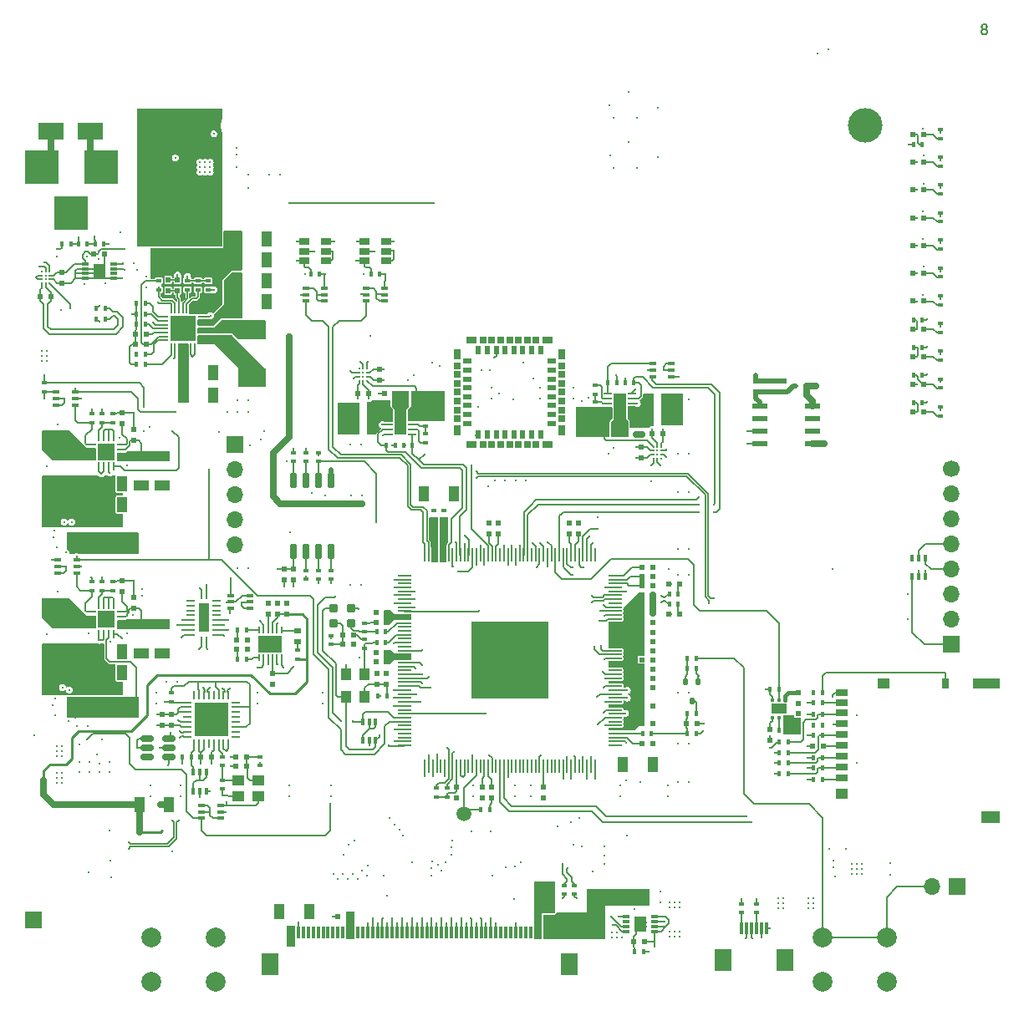
<source format=gbr>
%TF.GenerationSoftware,KiCad,Pcbnew,8.0.5*%
%TF.CreationDate,2024-10-11T17:01:53-05:00*%
%TF.ProjectId,Thermal_Camera,54686572-6d61-46c5-9f43-616d6572612e,rev?*%
%TF.SameCoordinates,Original*%
%TF.FileFunction,Copper,L8,Bot*%
%TF.FilePolarity,Positive*%
%FSLAX46Y46*%
G04 Gerber Fmt 4.6, Leading zero omitted, Abs format (unit mm)*
G04 Created by KiCad (PCBNEW 8.0.5) date 2024-10-11 17:01:53*
%MOMM*%
%LPD*%
G01*
G04 APERTURE LIST*
G04 Aperture macros list*
%AMRoundRect*
0 Rectangle with rounded corners*
0 $1 Rounding radius*
0 $2 $3 $4 $5 $6 $7 $8 $9 X,Y pos of 4 corners*
0 Add a 4 corners polygon primitive as box body*
4,1,4,$2,$3,$4,$5,$6,$7,$8,$9,$2,$3,0*
0 Add four circle primitives for the rounded corners*
1,1,$1+$1,$2,$3*
1,1,$1+$1,$4,$5*
1,1,$1+$1,$6,$7*
1,1,$1+$1,$8,$9*
0 Add four rect primitives between the rounded corners*
20,1,$1+$1,$2,$3,$4,$5,0*
20,1,$1+$1,$4,$5,$6,$7,0*
20,1,$1+$1,$6,$7,$8,$9,0*
20,1,$1+$1,$8,$9,$2,$3,0*%
G04 Aperture macros list end*
%ADD10C,0.150000*%
%TA.AperFunction,NonConductor*%
%ADD11C,0.150000*%
%TD*%
%TA.AperFunction,ComponentPad*%
%ADD12R,3.500000X3.500000*%
%TD*%
%TA.AperFunction,ComponentPad*%
%ADD13C,2.000000*%
%TD*%
%TA.AperFunction,ComponentPad*%
%ADD14R,1.700000X1.700000*%
%TD*%
%TA.AperFunction,ComponentPad*%
%ADD15O,1.700000X1.700000*%
%TD*%
%TA.AperFunction,ComponentPad*%
%ADD16C,1.700000*%
%TD*%
%TA.AperFunction,SMDPad,CuDef*%
%ADD17RoundRect,0.100000X-0.225000X-0.100000X0.225000X-0.100000X0.225000X0.100000X-0.225000X0.100000X0*%
%TD*%
%TA.AperFunction,SMDPad,CuDef*%
%ADD18R,0.400000X0.600000*%
%TD*%
%TA.AperFunction,SMDPad,CuDef*%
%ADD19R,0.600000X0.400000*%
%TD*%
%TA.AperFunction,SMDPad,CuDef*%
%ADD20R,0.500000X0.600000*%
%TD*%
%TA.AperFunction,SMDPad,CuDef*%
%ADD21R,0.600000X0.500000*%
%TD*%
%TA.AperFunction,SMDPad,CuDef*%
%ADD22R,1.000000X1.600000*%
%TD*%
%TA.AperFunction,SMDPad,CuDef*%
%ADD23RoundRect,0.100000X0.225000X0.100000X-0.225000X0.100000X-0.225000X-0.100000X0.225000X-0.100000X0*%
%TD*%
%TA.AperFunction,SMDPad,CuDef*%
%ADD24R,0.700000X0.600000*%
%TD*%
%TA.AperFunction,SMDPad,CuDef*%
%ADD25C,0.265000*%
%TD*%
%TA.AperFunction,SMDPad,CuDef*%
%ADD26RoundRect,0.150000X-0.150000X0.650000X-0.150000X-0.650000X0.150000X-0.650000X0.150000X0.650000X0*%
%TD*%
%TA.AperFunction,SMDPad,CuDef*%
%ADD27R,1.600000X1.000000*%
%TD*%
%TA.AperFunction,SMDPad,CuDef*%
%ADD28R,3.200000X0.800000*%
%TD*%
%TA.AperFunction,SMDPad,CuDef*%
%ADD29R,0.300000X1.300000*%
%TD*%
%TA.AperFunction,SMDPad,CuDef*%
%ADD30R,1.800000X2.200000*%
%TD*%
%TA.AperFunction,SMDPad,CuDef*%
%ADD31RoundRect,0.100000X-0.100000X0.225000X-0.100000X-0.225000X0.100000X-0.225000X0.100000X0.225000X0*%
%TD*%
%TA.AperFunction,SMDPad,CuDef*%
%ADD32R,2.790000X1.903000*%
%TD*%
%TA.AperFunction,SMDPad,CuDef*%
%ADD33RoundRect,0.150000X0.512500X0.150000X-0.512500X0.150000X-0.512500X-0.150000X0.512500X-0.150000X0*%
%TD*%
%TA.AperFunction,SMDPad,CuDef*%
%ADD34C,1.500000*%
%TD*%
%TA.AperFunction,SMDPad,CuDef*%
%ADD35RoundRect,0.062500X0.350000X0.062500X-0.350000X0.062500X-0.350000X-0.062500X0.350000X-0.062500X0*%
%TD*%
%TA.AperFunction,HeatsinkPad*%
%ADD36R,1.200000X2.000000*%
%TD*%
%TA.AperFunction,SMDPad,CuDef*%
%ADD37RoundRect,0.062500X-0.325000X-0.062500X0.325000X-0.062500X0.325000X0.062500X-0.325000X0.062500X0*%
%TD*%
%TA.AperFunction,SMDPad,CuDef*%
%ADD38RoundRect,0.062500X-0.062500X-0.325000X0.062500X-0.325000X0.062500X0.325000X-0.062500X0.325000X0*%
%TD*%
%TA.AperFunction,HeatsinkPad*%
%ADD39R,1.750000X1.750000*%
%TD*%
%TA.AperFunction,SMDPad,CuDef*%
%ADD40R,1.200000X0.700000*%
%TD*%
%TA.AperFunction,SMDPad,CuDef*%
%ADD41R,0.800000X1.000000*%
%TD*%
%TA.AperFunction,SMDPad,CuDef*%
%ADD42R,2.800000X1.000000*%
%TD*%
%TA.AperFunction,SMDPad,CuDef*%
%ADD43R,1.200000X1.000000*%
%TD*%
%TA.AperFunction,SMDPad,CuDef*%
%ADD44R,1.900000X1.300000*%
%TD*%
%TA.AperFunction,SMDPad,CuDef*%
%ADD45RoundRect,0.112500X-0.187500X-0.112500X0.187500X-0.112500X0.187500X0.112500X-0.187500X0.112500X0*%
%TD*%
%TA.AperFunction,SMDPad,CuDef*%
%ADD46R,2.500000X1.800000*%
%TD*%
%TA.AperFunction,SMDPad,CuDef*%
%ADD47RoundRect,0.112500X-0.112500X-0.237500X0.112500X-0.237500X0.112500X0.237500X-0.112500X0.237500X0*%
%TD*%
%TA.AperFunction,SMDPad,CuDef*%
%ADD48R,0.800000X3.200000*%
%TD*%
%TA.AperFunction,SMDPad,CuDef*%
%ADD49R,1.550000X0.600000*%
%TD*%
%TA.AperFunction,SMDPad,CuDef*%
%ADD50R,0.250000X0.700000*%
%TD*%
%TA.AperFunction,SMDPad,CuDef*%
%ADD51R,1.190000X0.830000*%
%TD*%
%TA.AperFunction,ComponentPad*%
%ADD52C,3.500000*%
%TD*%
%TA.AperFunction,SMDPad,CuDef*%
%ADD53RoundRect,0.093750X0.106250X-0.093750X0.106250X0.093750X-0.106250X0.093750X-0.106250X-0.093750X0*%
%TD*%
%TA.AperFunction,HeatsinkPad*%
%ADD54R,1.600000X1.000000*%
%TD*%
%TA.AperFunction,SMDPad,CuDef*%
%ADD55R,1.300000X1.100000*%
%TD*%
%TA.AperFunction,SMDPad,CuDef*%
%ADD56R,1.060000X0.650000*%
%TD*%
%TA.AperFunction,SMDPad,CuDef*%
%ADD57R,1.100000X1.300000*%
%TD*%
%TA.AperFunction,SMDPad,CuDef*%
%ADD58R,0.240000X0.900000*%
%TD*%
%TA.AperFunction,SMDPad,CuDef*%
%ADD59R,0.900000X0.240000*%
%TD*%
%TA.AperFunction,SMDPad,CuDef*%
%ADD60R,1.000000X2.900000*%
%TD*%
%TA.AperFunction,SMDPad,CuDef*%
%ADD61R,0.750000X0.300000*%
%TD*%
%TA.AperFunction,SMDPad,CuDef*%
%ADD62R,1.300000X1.500000*%
%TD*%
%TA.AperFunction,SMDPad,CuDef*%
%ADD63R,0.228600X1.358900*%
%TD*%
%TA.AperFunction,SMDPad,CuDef*%
%ADD64R,1.358900X0.228600*%
%TD*%
%TA.AperFunction,SMDPad,CuDef*%
%ADD65R,7.900000X7.900000*%
%TD*%
%TA.AperFunction,SMDPad,CuDef*%
%ADD66RoundRect,0.200000X-0.250000X0.200000X-0.250000X-0.200000X0.250000X-0.200000X0.250000X0.200000X0*%
%TD*%
%TA.AperFunction,SMDPad,CuDef*%
%ADD67RoundRect,0.100000X0.100000X-0.225000X0.100000X0.225000X-0.100000X0.225000X-0.100000X-0.225000X0*%
%TD*%
%TA.AperFunction,SMDPad,CuDef*%
%ADD68R,0.840000X0.500000*%
%TD*%
%TA.AperFunction,SMDPad,CuDef*%
%ADD69R,0.500000X0.840000*%
%TD*%
%TA.AperFunction,SMDPad,CuDef*%
%ADD70R,0.650000X1.100000*%
%TD*%
%TA.AperFunction,SMDPad,CuDef*%
%ADD71R,0.650000X0.650000*%
%TD*%
%TA.AperFunction,SMDPad,CuDef*%
%ADD72R,1.100000X0.650000*%
%TD*%
%TA.AperFunction,SMDPad,CuDef*%
%ADD73RoundRect,0.062500X-0.337500X-0.062500X0.337500X-0.062500X0.337500X0.062500X-0.337500X0.062500X0*%
%TD*%
%TA.AperFunction,SMDPad,CuDef*%
%ADD74RoundRect,0.062500X-0.062500X-0.337500X0.062500X-0.337500X0.062500X0.337500X-0.062500X0.337500X0*%
%TD*%
%TA.AperFunction,HeatsinkPad*%
%ADD75R,3.500000X3.500000*%
%TD*%
%TA.AperFunction,SMDPad,CuDef*%
%ADD76RoundRect,0.050000X0.050000X-0.387500X0.050000X0.387500X-0.050000X0.387500X-0.050000X-0.387500X0*%
%TD*%
%TA.AperFunction,SMDPad,CuDef*%
%ADD77RoundRect,0.050000X0.387500X-0.050000X0.387500X0.050000X-0.387500X0.050000X-0.387500X-0.050000X0*%
%TD*%
%TA.AperFunction,HeatsinkPad*%
%ADD78R,2.600000X2.600000*%
%TD*%
%TA.AperFunction,SMDPad,CuDef*%
%ADD79RoundRect,0.062500X-0.350000X-0.062500X0.350000X-0.062500X0.350000X0.062500X-0.350000X0.062500X0*%
%TD*%
%TA.AperFunction,ViaPad*%
%ADD80C,0.300000*%
%TD*%
%TA.AperFunction,Conductor*%
%ADD81C,0.127000*%
%TD*%
%TA.AperFunction,Conductor*%
%ADD82C,0.635000*%
%TD*%
%TA.AperFunction,Conductor*%
%ADD83C,0.508000*%
%TD*%
%TA.AperFunction,Conductor*%
%ADD84C,0.200000*%
%TD*%
%TA.AperFunction,Conductor*%
%ADD85C,0.381000*%
%TD*%
%TA.AperFunction,Conductor*%
%ADD86C,0.254000*%
%TD*%
%TA.AperFunction,Conductor*%
%ADD87C,0.168910*%
%TD*%
%TA.AperFunction,Conductor*%
%ADD88C,0.169418*%
%TD*%
G04 APERTURE END LIST*
D10*
D11*
X266991287Y-43240390D02*
X266896049Y-43192771D01*
X266896049Y-43192771D02*
X266848430Y-43145152D01*
X266848430Y-43145152D02*
X266800811Y-43049914D01*
X266800811Y-43049914D02*
X266800811Y-43002295D01*
X266800811Y-43002295D02*
X266848430Y-42907057D01*
X266848430Y-42907057D02*
X266896049Y-42859438D01*
X266896049Y-42859438D02*
X266991287Y-42811819D01*
X266991287Y-42811819D02*
X267181763Y-42811819D01*
X267181763Y-42811819D02*
X267277001Y-42859438D01*
X267277001Y-42859438D02*
X267324620Y-42907057D01*
X267324620Y-42907057D02*
X267372239Y-43002295D01*
X267372239Y-43002295D02*
X267372239Y-43049914D01*
X267372239Y-43049914D02*
X267324620Y-43145152D01*
X267324620Y-43145152D02*
X267277001Y-43192771D01*
X267277001Y-43192771D02*
X267181763Y-43240390D01*
X267181763Y-43240390D02*
X266991287Y-43240390D01*
X266991287Y-43240390D02*
X266896049Y-43288009D01*
X266896049Y-43288009D02*
X266848430Y-43335628D01*
X266848430Y-43335628D02*
X266800811Y-43430866D01*
X266800811Y-43430866D02*
X266800811Y-43621342D01*
X266800811Y-43621342D02*
X266848430Y-43716580D01*
X266848430Y-43716580D02*
X266896049Y-43764200D01*
X266896049Y-43764200D02*
X266991287Y-43811819D01*
X266991287Y-43811819D02*
X267181763Y-43811819D01*
X267181763Y-43811819D02*
X267277001Y-43764200D01*
X267277001Y-43764200D02*
X267324620Y-43716580D01*
X267324620Y-43716580D02*
X267372239Y-43621342D01*
X267372239Y-43621342D02*
X267372239Y-43430866D01*
X267372239Y-43430866D02*
X267324620Y-43335628D01*
X267324620Y-43335628D02*
X267277001Y-43288009D01*
X267277001Y-43288009D02*
X267181763Y-43240390D01*
D12*
%TO.P,J201,1*%
%TO.N,+12Vin*%
X177602400Y-57242200D03*
%TO.P,J201,2*%
%TO.N,GND*%
X171602400Y-57242200D03*
%TO.P,J201,3*%
X174602400Y-61942200D03*
%TD*%
D13*
%TO.P,SW1501,1,1*%
%TO.N,+3.0V*%
X257173800Y-139816400D03*
X250673800Y-139816400D03*
%TO.P,SW1501,2,2*%
%TO.N,Net-(J1502-Pin_2)*%
X257173800Y-135316400D03*
X250673800Y-135316400D03*
%TD*%
D14*
%TO.P,J1502,1,Pin_1*%
%TO.N,+3.0V*%
X264292000Y-130149600D03*
D15*
%TO.P,J1502,2,Pin_2*%
%TO.N,Net-(J1502-Pin_2)*%
X261752000Y-130149600D03*
%TD*%
D14*
%TO.P,J1501,1,Pin_1*%
%TO.N,Net-(D1501B-K2)*%
X263722000Y-105628200D03*
D15*
%TO.P,J1501,2,Pin_2*%
%TO.N,+3.0V*%
X263722000Y-103088200D03*
%TO.P,J1501,3,Pin_3*%
%TO.N,Net-(J1501-Pin_3)*%
X263722000Y-100548200D03*
%TO.P,J1501,4,Pin_4*%
%TO.N,PIC32MZ_ICSPDAT*%
X263722000Y-98008200D03*
%TO.P,J1501,5,Pin_5*%
%TO.N,PIC32MZ_ICSPCLK*%
X263722000Y-95468200D03*
%TO.P,J1501,6,Pin_6*%
%TO.N,unconnected-(J1501-Pin_6-Pad6)*%
X263722000Y-92928200D03*
%TO.P,J1501,7,Pin_7*%
%TO.N,unconnected-(J1501-Pin_7-Pad7)*%
X263722000Y-90388200D03*
D16*
%TO.P,J1501,8,Pin_8*%
%TO.N,unconnected-(J1501-Pin_8-Pad8)*%
X263722000Y-87848200D03*
%TD*%
D13*
%TO.P,SW2501,1,1*%
%TO.N,GND*%
X189203400Y-139816400D03*
X182703400Y-139816400D03*
%TO.P,SW2501,2,2*%
%TO.N,Net-(U2502-~{MR})*%
X189203400Y-135316400D03*
X182703400Y-135316400D03*
%TD*%
D17*
%TO.P,U401,1,GND*%
%TO.N,GND*%
X173065400Y-81345800D03*
%TO.P,U401,2,GND*%
X173065400Y-80695800D03*
%TO.P,U401,3*%
%TO.N,POS3P0_RUN*%
X173065400Y-80045800D03*
%TO.P,U401,4*%
%TO.N,POS3P0_PGOOD*%
X174965400Y-80045800D03*
%TO.P,U401,5,VCC*%
%TO.N,+3.0V*%
X174965400Y-80695800D03*
%TO.P,U401,6*%
%TO.N,Net-(U402-PG)*%
X174965400Y-81345800D03*
%TD*%
D18*
%TO.P,R802,1,1*%
%TO.N,POS2P8_RUN*%
X206526700Y-85431500D03*
%TO.P,R802,2,2*%
%TO.N,GND*%
X207426700Y-85431500D03*
%TD*%
%TO.P,R1605,1,1*%
%TO.N,Net-(X1601-OUT)*%
X205544000Y-104343200D03*
%TO.P,R1605,2,2*%
%TO.N,PIC32MZ_POSC_EC*%
X206444000Y-104343200D03*
%TD*%
D19*
%TO.P,R2808,1,1*%
%TO.N,+3.0V*%
X262646200Y-82436300D03*
%TO.P,R2808,2,2*%
%TO.N,Net-(D2804-A)*%
X262646200Y-81536300D03*
%TD*%
D20*
%TO.P,C1403,1*%
%TO.N,+5V_USB*%
X184429400Y-69765000D03*
%TO.P,C1403,2*%
%TO.N,GND*%
X184429400Y-68665000D03*
%TD*%
D21*
%TO.P,C2804,1*%
%TO.N,+3.0V*%
X260910200Y-82074600D03*
%TO.P,C2804,2*%
%TO.N,GND*%
X259810200Y-82074600D03*
%TD*%
D18*
%TO.P,R2203,1,1*%
%TO.N,BRIDGE_USB_D+*%
X191447000Y-107111800D03*
%TO.P,R2203,2,2*%
%TO.N,/USB UART/BRIDGE_USB+*%
X192347000Y-107111800D03*
%TD*%
%TO.P,R2806,1,1*%
%TO.N,CPU_Trap_LED*%
X260810200Y-81160700D03*
%TO.P,R2806,2,2*%
%TO.N,GND*%
X259910200Y-81160700D03*
%TD*%
D19*
%TO.P,R2706,1,1*%
%TO.N,+3.0V*%
X262646200Y-65545300D03*
%TO.P,R2706,2,2*%
%TO.N,Net-(D2705-A)*%
X262646200Y-64645300D03*
%TD*%
D21*
%TO.P,C901,1*%
%TO.N,POS2P8_SNS+*%
X203616900Y-80191100D03*
%TO.P,C901,2*%
%TO.N,POS2P8_SNS-*%
X204716900Y-80191100D03*
%TD*%
%TO.P,C1710,1*%
%TO.N,+1.8V*%
X232368000Y-103428800D03*
%TO.P,C1710,2*%
%TO.N,GND*%
X233468000Y-103428800D03*
%TD*%
D22*
%TO.P,C608,1*%
%TO.N,Net-(C607-Pad1)*%
X176731800Y-108465400D03*
%TO.P,C608,2*%
%TO.N,GND*%
X179731800Y-108465400D03*
%TD*%
D23*
%TO.P,U2904,1*%
%TO.N,Net-(C2906-Pad1)*%
X200263800Y-69529000D03*
%TO.P,U2904,2,GND*%
%TO.N,GND*%
X200263800Y-70179000D03*
%TO.P,U2904,3,GND*%
X200263800Y-70829000D03*
%TO.P,U2904,4*%
%TO.N,Cap_Touch_Shutter*%
X198363800Y-70829000D03*
%TO.P,U2904,5,VCC*%
%TO.N,+3.0V*%
X198363800Y-70179000D03*
%TO.P,U2904,6,GND*%
%TO.N,GND*%
X198363800Y-69529000D03*
%TD*%
D18*
%TO.P,R2506,1,1*%
%TO.N,Net-(U2504-SUSPND)*%
X186759000Y-117043200D03*
%TO.P,R2506,2,2*%
%TO.N,GND*%
X185859000Y-117043200D03*
%TD*%
D24*
%TO.P,D2201,1,K*%
%TO.N,~{USB_ACTIVE}*%
X197510400Y-104199600D03*
%TO.P,D2201,2,A*%
%TO.N,Net-(D2201-A)*%
X197510400Y-105299600D03*
%TD*%
D21*
%TO.P,C2504,1*%
%TO.N,Net-(X2501-Vdd)*%
X192320000Y-117932200D03*
%TO.P,C2504,2*%
%TO.N,GND*%
X191220000Y-117932200D03*
%TD*%
D25*
%TO.P,U901,A1,SCL*%
%TO.N,I2C_SCL*%
X204566900Y-77686100D03*
%TO.P,U901,A2,SDA*%
%TO.N,I2C_SDA*%
X204166900Y-77686100D03*
%TO.P,U901,A3,~{Alert}*%
%TO.N,unconnected-(U901-~{Alert}-PadA3)*%
X203766900Y-77686100D03*
%TO.P,U901,B1,VS*%
%TO.N,+3.0V*%
X204566900Y-78086100D03*
%TO.P,U901,B2,NC*%
%TO.N,unconnected-(U901-NC-PadB2)*%
X204166900Y-78086100D03*
%TO.P,U901,B3,A0*%
%TO.N,I2C_SCL*%
X203766900Y-78086100D03*
%TO.P,U901,C1,GND*%
%TO.N,GND*%
X204566900Y-78486100D03*
%TO.P,U901,C2,NC*%
%TO.N,unconnected-(U901-NC-PadC2)*%
X204166900Y-78486100D03*
%TO.P,U901,C3,A1*%
%TO.N,GND*%
X203766900Y-78486100D03*
%TO.P,U901,D1,BUS*%
%TO.N,+2.8V*%
X204566900Y-78886100D03*
%TO.P,U901,D2,IN-*%
%TO.N,POS2P8_SNS-*%
X204166900Y-78886100D03*
%TO.P,U901,D3,IN+*%
%TO.N,POS2P8_SNS+*%
X203766900Y-78886100D03*
%TD*%
D21*
%TO.P,C1736,1*%
%TO.N,+1.8V*%
X232368000Y-105308400D03*
%TO.P,C1736,2*%
%TO.N,GND*%
X233468000Y-105308400D03*
%TD*%
D20*
%TO.P,C1756,1*%
%TO.N,+3.0V*%
X213639400Y-120074600D03*
%TO.P,C1756,2*%
%TO.N,GND*%
X213639400Y-121174600D03*
%TD*%
D21*
%TO.P,C1002,1*%
%TO.N,+1.8V*%
X231807500Y-84347300D03*
%TO.P,C1002,2*%
%TO.N,GND*%
X230707500Y-84347300D03*
%TD*%
D19*
%TO.P,R1206,1,1*%
%TO.N,VLED_SNS-*%
X224510600Y-130029800D03*
%TO.P,R1206,2,2*%
%TO.N,BACKLIGHT_ANODE*%
X224510600Y-130929800D03*
%TD*%
D18*
%TO.P,R2805,1,1*%
%TO.N,+3.0V*%
X259910200Y-78349600D03*
%TO.P,R2805,2,2*%
%TO.N,Reset_LED*%
X260810200Y-78349600D03*
%TD*%
D19*
%TO.P,R2101,1,1*%
%TO.N,LCD_CTP_INT*%
X243992400Y-132784000D03*
%TO.P,R2101,2,2*%
%TO.N,GND*%
X243992400Y-131884000D03*
%TD*%
D25*
%TO.P,U301,A1,SCL*%
%TO.N,I2C_SCL*%
X172408800Y-67827600D03*
%TO.P,U301,A2,SDA*%
%TO.N,I2C_SDA*%
X172008800Y-67827600D03*
%TO.P,U301,A3,~{Alert}*%
%TO.N,unconnected-(U301-~{Alert}-PadA3)*%
X171608800Y-67827600D03*
%TO.P,U301,B1,VS*%
%TO.N,+3.0V*%
X172408800Y-68227600D03*
%TO.P,U301,B2,NC*%
%TO.N,unconnected-(U301-NC-PadB2)*%
X172008800Y-68227600D03*
%TO.P,U301,B3,A0*%
%TO.N,GND*%
X171608800Y-68227600D03*
%TO.P,U301,C1,GND*%
X172408800Y-68627600D03*
%TO.P,U301,C2,NC*%
%TO.N,unconnected-(U301-NC-PadC2)*%
X172008800Y-68627600D03*
%TO.P,U301,C3,A1*%
%TO.N,GND*%
X171608800Y-68627600D03*
%TO.P,U301,D1,BUS*%
%TO.N,+12V*%
X172408800Y-69027600D03*
%TO.P,U301,D2,IN-*%
%TO.N,POS12_SNS-*%
X172008800Y-69027600D03*
%TO.P,U301,D3,IN+*%
%TO.N,POS12_SNS+*%
X171608800Y-69027600D03*
%TD*%
D19*
%TO.P,R403,1,1*%
%TO.N,+3.0V*%
X176657000Y-82252400D03*
%TO.P,R403,2,2*%
%TO.N,Net-(U402-PG)*%
X176657000Y-83152400D03*
%TD*%
D22*
%TO.P,C1413,1*%
%TO.N,BATT_SNS-*%
X191387600Y-64490600D03*
%TO.P,C1413,2*%
%TO.N,GND*%
X194387600Y-64490600D03*
%TD*%
D19*
%TO.P,R609,1,1*%
%TO.N,Net-(U602-FB)*%
X178790600Y-100152400D03*
%TO.P,R609,2,2*%
%TO.N,GND*%
X178790600Y-99252400D03*
%TD*%
D20*
%TO.P,C1707,1*%
%TO.N,+3.0V*%
X217881200Y-94453800D03*
%TO.P,C1707,2*%
%TO.N,GND*%
X217881200Y-93353800D03*
%TD*%
D19*
%TO.P,R2025,1,1*%
%TO.N,Net-(U2001-~{CE})*%
X197129400Y-87064000D03*
%TO.P,R2025,2,2*%
%TO.N,~{FLASH_SPI_CS}*%
X197129400Y-86164000D03*
%TD*%
D21*
%TO.P,C2801,1*%
%TO.N,+3.0V*%
X260910200Y-73641800D03*
%TO.P,C2801,2*%
%TO.N,GND*%
X259810200Y-73641800D03*
%TD*%
%TO.P,C1006,1*%
%TO.N,+1.2V*%
X228573900Y-84347300D03*
%TO.P,C1006,2*%
%TO.N,GND*%
X229673900Y-84347300D03*
%TD*%
D26*
%TO.P,U2001,1,~{CE}*%
%TO.N,Net-(U2001-~{CE})*%
X197104000Y-88957600D03*
%TO.P,U2001,2,SO*%
%TO.N,Net-(U2001-SO)*%
X198374000Y-88957600D03*
%TO.P,U2001,3,~{WP}*%
%TO.N,~{FLASH_SPI_WP}*%
X199644000Y-88957600D03*
%TO.P,U2001,4,VSS*%
%TO.N,GND*%
X200914000Y-88957600D03*
%TO.P,U2001,5,SI*%
%TO.N,Net-(U2001-SI)*%
X200914000Y-96157600D03*
%TO.P,U2001,6,SCK*%
%TO.N,Net-(U2001-SCK)*%
X199644000Y-96157600D03*
%TO.P,U2001,7,~{HOLD}*%
%TO.N,Net-(U2001-~{HOLD})*%
X198374000Y-96157600D03*
%TO.P,U2001,8,VDD*%
%TO.N,+3.0V*%
X197104000Y-96157600D03*
%TD*%
D27*
%TO.P,C404,1*%
%TO.N,VCOM*%
X181686200Y-86536400D03*
%TO.P,C404,2*%
%TO.N,GND*%
X181686200Y-89536400D03*
%TD*%
D20*
%TO.P,C605,1*%
%TO.N,Net-(U602-SS{slash}TR)*%
X179781200Y-100252400D03*
%TO.P,C605,2*%
%TO.N,GND*%
X179781200Y-99152400D03*
%TD*%
D21*
%TO.P,C1712,1*%
%TO.N,VMEM_REF*%
X232368000Y-107188000D03*
%TO.P,C1712,2*%
%TO.N,GND*%
X233468000Y-107188000D03*
%TD*%
D28*
%TO.P,R406,1,1*%
%TO.N,Net-(C407-Pad1)*%
X178231800Y-93307000D03*
%TO.P,R406,2,2*%
%TO.N,+3.0V*%
X178231800Y-94907000D03*
%TD*%
D21*
%TO.P,C1407,1*%
%TO.N,Net-(U1402-CT)*%
X182210800Y-74218800D03*
%TO.P,C1407,2*%
%TO.N,GND*%
X181110800Y-74218800D03*
%TD*%
D18*
%TO.P,R2008,1,1*%
%TO.N,Net-(D2001C-K3)*%
X247185600Y-116560600D03*
%TO.P,R2008,2,2*%
%TO.N,SD_SPI_SCK*%
X246285600Y-116560600D03*
%TD*%
%TO.P,R210,1,1*%
%TO.N,POS12_SNS-*%
X178046800Y-72644000D03*
%TO.P,R210,2,2*%
%TO.N,+12V*%
X177146800Y-72644000D03*
%TD*%
D19*
%TO.P,R1007,1,1*%
%TO.N,+1.2V*%
X227650700Y-81977900D03*
%TO.P,R1007,2,2*%
%TO.N,Net-(U1002-FB)*%
X227650700Y-81077900D03*
%TD*%
D21*
%TO.P,C2209,1*%
%TO.N,BRIDGE_USB_D-*%
X191347000Y-105156000D03*
%TO.P,C2209,2*%
%TO.N,GND*%
X192447000Y-105156000D03*
%TD*%
D19*
%TO.P,R1008,1,1*%
%TO.N,Net-(U1002-FB)*%
X227650700Y-80276100D03*
%TO.P,R1008,2,2*%
%TO.N,GND*%
X227650700Y-79376100D03*
%TD*%
D20*
%TO.P,C2201,1*%
%TO.N,+3.3V_USB*%
X194995800Y-108517600D03*
%TO.P,C2201,2*%
%TO.N,GND*%
X194995800Y-109617600D03*
%TD*%
D21*
%TO.P,C2001,1*%
%TO.N,+3.0V_SD*%
X250765400Y-115951000D03*
%TO.P,C2001,2*%
%TO.N,GND*%
X249665400Y-115951000D03*
%TD*%
D19*
%TO.P,R2702,1,1*%
%TO.N,+3.0V*%
X262646200Y-54348800D03*
%TO.P,R2702,2,2*%
%TO.N,Net-(D2701-A)*%
X262646200Y-53448800D03*
%TD*%
D20*
%TO.P,C2203,1*%
%TO.N,+5V_USB*%
X195478400Y-102581800D03*
%TO.P,C2203,2*%
%TO.N,GND*%
X195478400Y-101481800D03*
%TD*%
D22*
%TO.P,C1410,1*%
%TO.N,BATT_SNS-*%
X191387600Y-66624200D03*
%TO.P,C1410,2*%
%TO.N,GND*%
X194387600Y-66624200D03*
%TD*%
D18*
%TO.P,R1403,1,1*%
%TO.N,BATT_IUSB*%
X182085400Y-77216000D03*
%TO.P,R1403,2,2*%
%TO.N,GND*%
X181185400Y-77216000D03*
%TD*%
D20*
%TO.P,C2006,1*%
%TO.N,Net-(U2002-CT)*%
X245389400Y-114232600D03*
%TO.P,C2006,2*%
%TO.N,GND*%
X245389400Y-115332600D03*
%TD*%
D19*
%TO.P,L1701,1*%
%TO.N,+3.0VA_MZ*%
X211302600Y-92931400D03*
%TO.P,L1701,2*%
%TO.N,+3.0V*%
X211302600Y-92031400D03*
%TD*%
D18*
%TO.P,R1408,1,1*%
%TO.N,+3.0V*%
X181210800Y-76174600D03*
%TO.P,R1408,2,2*%
%TO.N,~{BATT_DOK}*%
X182110800Y-76174600D03*
%TD*%
D21*
%TO.P,C805,1*%
%TO.N,+2.8V*%
X209552400Y-80186000D03*
%TO.P,C805,2*%
%TO.N,GND*%
X208452400Y-80186000D03*
%TD*%
D19*
%TO.P,R2028,1,1*%
%TO.N,Net-(U2001-SO)*%
X198374000Y-87064000D03*
%TO.P,R2028,2,2*%
%TO.N,FLASH_SPI_MISO*%
X198374000Y-86164000D03*
%TD*%
D21*
%TO.P,C2705,1*%
%TO.N,+3.0V*%
X260910200Y-65183600D03*
%TO.P,C2705,2*%
%TO.N,GND*%
X259810200Y-65183600D03*
%TD*%
D19*
%TO.P,R2507,1,1*%
%TO.N,+3.3V_USB*%
X184734200Y-111422600D03*
%TO.P,R2507,2,2*%
%TO.N,Net-(U2504-~{OVRCUR1})*%
X184734200Y-110522600D03*
%TD*%
D29*
%TO.P,J2102,1,Pin_1*%
%TO.N,GND*%
X244988400Y-134367200D03*
%TO.P,J2102,2,Pin_2*%
%TO.N,+3.0V*%
X244488400Y-134367200D03*
%TO.P,J2102,3,Pin_3*%
%TO.N,LCD_CTP_INT*%
X243988400Y-134367200D03*
%TO.P,J2102,4,Pin_4*%
%TO.N,I2C_SDA*%
X243488400Y-134367200D03*
%TO.P,J2102,5,Pin_5*%
%TO.N,I2C_SCL*%
X242988400Y-134367200D03*
%TO.P,J2102,6,Pin_6*%
%TO.N,LCD _CTP_RESET*%
X242488400Y-134367200D03*
D30*
%TO.P,J2102,S1,S1*%
%TO.N,GND*%
X246888400Y-137617200D03*
%TO.P,J2102,S2,S2*%
X240588400Y-137617200D03*
%TD*%
D22*
%TO.P,C407,1*%
%TO.N,Net-(C407-Pad1)*%
X176731800Y-89357200D03*
%TO.P,C407,2*%
%TO.N,GND*%
X179731800Y-89357200D03*
%TD*%
D31*
%TO.P,U1601,1*%
%TO.N,POS3P0_PGOOD*%
X204136900Y-113426200D03*
%TO.P,U1601,2,GND*%
%TO.N,GND*%
X204786900Y-113426200D03*
%TO.P,U1601,3,GND*%
X205436900Y-113426200D03*
%TO.P,U1601,4*%
%TO.N,PIC32MZ_CLK_EN*%
X205436900Y-115326200D03*
%TO.P,U1601,5,VCC*%
%TO.N,+3.0V*%
X204786900Y-115326200D03*
%TO.P,U1601,6,GND*%
%TO.N,GND*%
X204136900Y-115326200D03*
%TD*%
D20*
%TO.P,C2508,1*%
%TO.N,+3.3V_USB*%
X183794400Y-113808600D03*
%TO.P,C2508,2*%
%TO.N,GND*%
X183794400Y-112708600D03*
%TD*%
D19*
%TO.P,R807,1,1*%
%TO.N,Net-(U801-FB)*%
X210475600Y-84257200D03*
%TO.P,R807,2,2*%
%TO.N,GND*%
X210475600Y-85157200D03*
%TD*%
D18*
%TO.P,R1201,1,1*%
%TO.N,GND*%
X231655200Y-136753600D03*
%TO.P,R1201,2,2*%
%TO.N,BACKLIGHT_PWM*%
X232555200Y-136753600D03*
%TD*%
D19*
%TO.P,R2803,1,1*%
%TO.N,+3.0V*%
X262646200Y-74003500D03*
%TO.P,R2803,2,2*%
%TO.N,Net-(D2801-A)*%
X262646200Y-73103500D03*
%TD*%
D18*
%TO.P,R203,1,1*%
%TO.N,Net-(U201-OVP)*%
X174541600Y-64998600D03*
%TO.P,R203,2,2*%
%TO.N,Net-(U201-RTN)*%
X173641600Y-64998600D03*
%TD*%
D21*
%TO.P,C301,1*%
%TO.N,POS12_SNS+*%
X171458800Y-70332600D03*
%TO.P,C301,2*%
%TO.N,POS12_SNS-*%
X172558800Y-70332600D03*
%TD*%
D22*
%TO.P,C2607,1*%
%TO.N,+5V_USB*%
X181481600Y-121817000D03*
%TO.P,C2607,2*%
%TO.N,GND*%
X184481600Y-121817000D03*
%TD*%
D21*
%TO.P,C2101,1*%
%TO.N,+3.0V*%
X202715400Y-133171000D03*
%TO.P,C2101,2*%
%TO.N,GND*%
X201615400Y-133171000D03*
%TD*%
D18*
%TO.P,R201,1,1*%
%TO.N,+12Vin*%
X177894400Y-64998600D03*
%TO.P,R201,2,2*%
%TO.N,Net-(U201-UVLO)*%
X176994400Y-64998600D03*
%TD*%
D19*
%TO.P,R1802,1,1*%
%TO.N,+3.0V*%
X212648800Y-121074600D03*
%TO.P,R1802,2,2*%
%TO.N,I2C_SDA*%
X212648800Y-120174600D03*
%TD*%
D29*
%TO.P,J2101,1,Pin_1*%
%TO.N,BACKLIGHT_CATHODE*%
X223111600Y-134797800D03*
%TO.P,J2101,2,Pin_2*%
X222611600Y-134797800D03*
%TO.P,J2101,3,Pin_3*%
%TO.N,BACKLIGHT_ANODE*%
X222111600Y-134797800D03*
%TO.P,J2101,4,Pin_4*%
X221611600Y-134797800D03*
%TO.P,J2101,5,Pin_5*%
%TO.N,unconnected-(J2101-Pin_5-Pad5)*%
X221111600Y-134797800D03*
%TO.P,J2101,6,Pin_6*%
%TO.N,unconnected-(J2101-Pin_6-Pad6)*%
X220611600Y-134797800D03*
%TO.P,J2101,7,Pin_7*%
%TO.N,unconnected-(J2101-Pin_7-Pad7)*%
X220111600Y-134797800D03*
%TO.P,J2101,8,Pin_8*%
%TO.N,LCD_ENABLE*%
X219611600Y-134797800D03*
%TO.P,J2101,9,Pin_9*%
%TO.N,unconnected-(J2101-Pin_9-Pad9)*%
X219111600Y-134797800D03*
%TO.P,J2101,10,Pin_10*%
%TO.N,unconnected-(J2101-Pin_10-Pad10)*%
X218611600Y-134797800D03*
%TO.P,J2101,11,Pin_11*%
%TO.N,unconnected-(J2101-Pin_11-Pad11)*%
X218111600Y-134797800D03*
%TO.P,J2101,12,Pin_12*%
%TO.N,GLCD_B0*%
X217611600Y-134797800D03*
%TO.P,J2101,13,Pin_13*%
%TO.N,GLCD_B1*%
X217111600Y-134797800D03*
%TO.P,J2101,14,Pin_14*%
%TO.N,GLCD_B2*%
X216611600Y-134797800D03*
%TO.P,J2101,15,Pin_15*%
%TO.N,GLCD_B3*%
X216111600Y-134797800D03*
%TO.P,J2101,16,Pin_16*%
%TO.N,GLCD_B4*%
X215611600Y-134797800D03*
%TO.P,J2101,17,Pin_17*%
%TO.N,GLCD_B5*%
X215111600Y-134797800D03*
%TO.P,J2101,18,Pin_18*%
%TO.N,GLCD_B6*%
X214611600Y-134797800D03*
%TO.P,J2101,19,Pin_19*%
%TO.N,GLCD_B7*%
X214111600Y-134797800D03*
%TO.P,J2101,20,Pin_20*%
%TO.N,GLCD_G0*%
X213611600Y-134797800D03*
%TO.P,J2101,21,Pin_21*%
%TO.N,GLCD_G1*%
X213111600Y-134797800D03*
%TO.P,J2101,22,Pin_22*%
%TO.N,GLCD_G2*%
X212611600Y-134797800D03*
%TO.P,J2101,23,Pin_23*%
%TO.N,GLCD_G3*%
X212111600Y-134797800D03*
%TO.P,J2101,24,Pin_24*%
%TO.N,GLCD_G4*%
X211611600Y-134797800D03*
%TO.P,J2101,25,Pin_25*%
%TO.N,GLCD_G5*%
X211111600Y-134797800D03*
%TO.P,J2101,26,Pin_26*%
%TO.N,GLCD_G6*%
X210611600Y-134797800D03*
%TO.P,J2101,27,Pin_27*%
%TO.N,GLCD_G7*%
X210111600Y-134797800D03*
%TO.P,J2101,28,Pin_28*%
%TO.N,GLCD_R0*%
X209611600Y-134797800D03*
%TO.P,J2101,29,Pin_29*%
%TO.N,GLCD_R1*%
X209111600Y-134797800D03*
%TO.P,J2101,30,Pin_30*%
%TO.N,GLCD_R2*%
X208611600Y-134797800D03*
%TO.P,J2101,31,Pin_31*%
%TO.N,GLCD_R3*%
X208111600Y-134797800D03*
%TO.P,J2101,32,Pin_32*%
%TO.N,GLCD_R4*%
X207611600Y-134797800D03*
%TO.P,J2101,33,Pin_33*%
%TO.N,GLCD_R5*%
X207111600Y-134797800D03*
%TO.P,J2101,34,Pin_34*%
%TO.N,GLCD_R6*%
X206611600Y-134797800D03*
%TO.P,J2101,35,Pin_35*%
%TO.N,GLCD_R7*%
X206111600Y-134797800D03*
%TO.P,J2101,36,Pin_36*%
%TO.N,GLCD_HSYNC*%
X205611600Y-134797800D03*
%TO.P,J2101,37,Pin_37*%
%TO.N,GLCD_VSYNC*%
X205111600Y-134797800D03*
%TO.P,J2101,38,Pin_38*%
%TO.N,GLCD_GCLK*%
X204611600Y-134797800D03*
%TO.P,J2101,39,Pin_39*%
%TO.N,unconnected-(J2101-Pin_39-Pad39)*%
X204111600Y-134797800D03*
%TO.P,J2101,40,Pin_40*%
%TO.N,unconnected-(J2101-Pin_40-Pad40)*%
X203611600Y-134797800D03*
%TO.P,J2101,41,Pin_41*%
%TO.N,+3.0V*%
X203111600Y-134797800D03*
%TO.P,J2101,42,Pin_42*%
X202611600Y-134797800D03*
%TO.P,J2101,43,Pin_43*%
%TO.N,unconnected-(J2101-Pin_43-Pad43)*%
X202111600Y-134797800D03*
%TO.P,J2101,44,Pin_44*%
%TO.N,unconnected-(J2101-Pin_44-Pad44)*%
X201611600Y-134797800D03*
%TO.P,J2101,45,Pin_45*%
%TO.N,unconnected-(J2101-Pin_45-Pad45)*%
X201111600Y-134797800D03*
%TO.P,J2101,46,Pin_46*%
%TO.N,unconnected-(J2101-Pin_46-Pad46)*%
X200611600Y-134797800D03*
%TO.P,J2101,47,Pin_47*%
%TO.N,unconnected-(J2101-Pin_47-Pad47)*%
X200111600Y-134797800D03*
%TO.P,J2101,48,Pin_48*%
%TO.N,unconnected-(J2101-Pin_48-Pad48)*%
X199611600Y-134797800D03*
%TO.P,J2101,49,Pin_49*%
%TO.N,unconnected-(J2101-Pin_49-Pad49)*%
X199111600Y-134797800D03*
%TO.P,J2101,50,Pin_50*%
%TO.N,unconnected-(J2101-Pin_50-Pad50)*%
X198611600Y-134797800D03*
%TO.P,J2101,51,Pin_51*%
%TO.N,unconnected-(J2101-Pin_51-Pad51)*%
X198111600Y-134797800D03*
%TO.P,J2101,52,Pin_52*%
%TO.N,GLCD_GEN*%
X197611600Y-134797800D03*
%TO.P,J2101,53,Pin_53*%
%TO.N,GND*%
X197111600Y-134797800D03*
%TO.P,J2101,54,Pin_54*%
X196611600Y-134797800D03*
D30*
%TO.P,J2101,S1,S1*%
X225011600Y-138047800D03*
%TO.P,J2101,S2,S2*%
X194711600Y-138047800D03*
%TD*%
D32*
%TO.P,L601,1,1*%
%TO.N,Net-(L601-Pad1)*%
X173024800Y-101898700D03*
%TO.P,L601,2,2*%
%TO.N,Net-(C607-Pad1)*%
X173024800Y-106751700D03*
%TD*%
D33*
%TO.P,U2502,1,~{RESET}*%
%TO.N,~{HUB_RESET}*%
X184525500Y-115153400D03*
%TO.P,U2502,2,GND*%
%TO.N,GND*%
X184525500Y-116103400D03*
%TO.P,U2502,3,~{MR}*%
%TO.N,Net-(U2502-~{MR})*%
X184525500Y-117053400D03*
%TO.P,U2502,4,CT*%
%TO.N,Net-(U2502-CT)*%
X182250500Y-117053400D03*
%TO.P,U2502,5,SENSE*%
%TO.N,+3.3V_USB*%
X182250500Y-116103400D03*
%TO.P,U2502,6,VDD*%
X182250500Y-115153400D03*
%TD*%
D21*
%TO.P,C2701,1*%
%TO.N,+3.0V*%
X260910200Y-53949600D03*
%TO.P,C2701,2*%
%TO.N,GND*%
X259810200Y-53949600D03*
%TD*%
D34*
%TO.P,TP1001,1,TP*%
%TO.N,+1.2V*%
X226558500Y-83712300D03*
%TD*%
D35*
%TO.P,U801,1,OUT*%
%TO.N,+2.8V*%
X209159200Y-82340700D03*
%TO.P,U801,2,OUT*%
X209159200Y-82840700D03*
%TO.P,U801,3,FB*%
%TO.N,Net-(U801-FB)*%
X209159200Y-83340700D03*
%TO.P,U801,4,GND*%
%TO.N,GND*%
X209159200Y-83840700D03*
%TO.P,U801,5,PG*%
%TO.N,POS2P8_PGOOD*%
X209159200Y-84340700D03*
%TO.P,U801,6,SS_CTRL*%
%TO.N,GND*%
X206734200Y-84340700D03*
%TO.P,U801,7,EN*%
%TO.N,POS2P8_RUN*%
X206734200Y-83840700D03*
%TO.P,U801,8,NR/SS*%
%TO.N,Net-(U801-NR{slash}SS)*%
X206734200Y-83340700D03*
%TO.P,U801,9,IN*%
%TO.N,Net-(C802-Pad1)*%
X206734200Y-82840700D03*
%TO.P,U801,10,IN*%
X206734200Y-82340700D03*
D36*
%TO.P,U801,11,GND*%
%TO.N,GND*%
X207946700Y-83340700D03*
%TD*%
D18*
%TO.P,R1502,1,1*%
%TO.N,Net-(Q1501-G)*%
X237014600Y-108077000D03*
%TO.P,R1502,2,2*%
%TO.N,GND*%
X237914600Y-108077000D03*
%TD*%
%TO.P,R1601,1,1*%
%TO.N,PIC32MZ_REFCLK1*%
X216059600Y-122326400D03*
%TO.P,R1601,2,2*%
%TO.N,GND*%
X216959600Y-122326400D03*
%TD*%
D19*
%TO.P,R603,1,1*%
%TO.N,+3.0V*%
X176657000Y-99252400D03*
%TO.P,R603,2,2*%
%TO.N,Net-(U602-PG)*%
X176657000Y-100152400D03*
%TD*%
D37*
%TO.P,U402,1,SW*%
%TO.N,Net-(L401-Pad1)*%
X176693100Y-86830600D03*
%TO.P,U402,2,SW*%
X176693100Y-86330600D03*
%TO.P,U402,3,SW*%
X176693100Y-85830600D03*
%TO.P,U402,4,PG*%
%TO.N,Net-(U402-PG)*%
X176693100Y-85330600D03*
D38*
%TO.P,U402,5,FB*%
%TO.N,Net-(U402-FB)*%
X177405600Y-84618100D03*
%TO.P,U402,6,AGND*%
%TO.N,GND*%
X177905600Y-84618100D03*
%TO.P,U402,7,FSW*%
X178405600Y-84618100D03*
%TO.P,U402,8,DEF*%
X178905600Y-84618100D03*
D37*
%TO.P,U402,9,SS/TR*%
%TO.N,Net-(U402-SS{slash}TR)*%
X179618100Y-85330600D03*
%TO.P,U402,10,AVIN*%
%TO.N,VCOM*%
X179618100Y-85830600D03*
%TO.P,U402,11,PVIN*%
X179618100Y-86330600D03*
%TO.P,U402,12,PVIN*%
X179618100Y-86830600D03*
D38*
%TO.P,U402,13,EN*%
%TO.N,POS3P0_RUN*%
X178905600Y-87543100D03*
%TO.P,U402,14,VOS*%
%TO.N,+3.0V*%
X178405600Y-87543100D03*
%TO.P,U402,15,PGND*%
%TO.N,GND*%
X177905600Y-87543100D03*
%TO.P,U402,16,PGND*%
X177405600Y-87543100D03*
D39*
%TO.P,U402,17,EP*%
X178155600Y-86080600D03*
%TD*%
D18*
%TO.P,R2010,1,1*%
%TO.N,Net-(D2001B-K2)*%
X247185600Y-115468400D03*
%TO.P,R2010,2,2*%
%TO.N,SD_SPI_MISO*%
X246285600Y-115468400D03*
%TD*%
D40*
%TO.P,J2001,1,DAT2*%
%TO.N,Net-(D2002C-K3)*%
X252612600Y-119176800D03*
%TO.P,J2001,2,DAT3/CD*%
%TO.N,Net-(D2002B-K2)*%
X252612600Y-118076800D03*
%TO.P,J2001,3,CMD*%
%TO.N,Net-(D2002A-K1)*%
X252612600Y-116976800D03*
%TO.P,J2001,4,VDD*%
%TO.N,+3.0V_SD*%
X252612600Y-115876800D03*
%TO.P,J2001,5,CLK*%
%TO.N,Net-(D2001C-K3)*%
X252612600Y-114776800D03*
%TO.P,J2001,6,VSS*%
%TO.N,GND*%
X252612600Y-113676800D03*
%TO.P,J2001,7,DAT0*%
%TO.N,Net-(D2001B-K2)*%
X252612600Y-112576800D03*
%TO.P,J2001,8,DAT1*%
%TO.N,Net-(D2001A-K1)*%
X252612600Y-111476800D03*
%TO.P,J2001,9,DET_B*%
%TO.N,GND*%
X252612600Y-110526800D03*
D41*
%TO.P,J2001,10,DET_A*%
%TO.N,~{SDHC_SDCD}*%
X263112600Y-109576800D03*
D42*
%TO.P,J2001,11,SHIELD*%
%TO.N,unconnected-(J2001-SHIELD-Pad11)_1*%
X267262600Y-109576800D03*
D43*
%TO.N,unconnected-(J2001-SHIELD-Pad11)*%
X256912600Y-109576800D03*
%TO.N,unconnected-(J2001-SHIELD-Pad11)_2*%
X252612600Y-120726800D03*
D44*
%TO.N,unconnected-(J2001-SHIELD-Pad11)_3*%
X267712600Y-123076800D03*
%TD*%
D19*
%TO.P,R2807,1,1*%
%TO.N,+3.0V*%
X262646200Y-79629000D03*
%TO.P,R2807,2,2*%
%TO.N,Net-(D2803-A)*%
X262646200Y-78729000D03*
%TD*%
%TO.P,R1405,1,1*%
%TO.N,+3.0V*%
X187426600Y-68765000D03*
%TO.P,R1405,2,2*%
%TO.N,~{BATT_UOK}*%
X187426600Y-69665000D03*
%TD*%
D20*
%TO.P,C2302,1*%
%TO.N,Net-(D2301-K)*%
X245821200Y-80001200D03*
%TO.P,C2302,2*%
%TO.N,GND*%
X245821200Y-78901200D03*
%TD*%
D21*
%TO.P,C1734,1*%
%TO.N,+3.0V*%
X206544000Y-103352600D03*
%TO.P,C1734,2*%
%TO.N,GND*%
X205444000Y-103352600D03*
%TD*%
D45*
%TO.P,D2301,1,K*%
%TO.N,Net-(D2301-K)*%
X247940400Y-79451200D03*
%TO.P,D2301,2,A*%
%TO.N,+3.0V*%
X250040400Y-79451200D03*
%TD*%
D20*
%TO.P,C2301,1*%
%TO.N,Net-(D2301-K)*%
X246761000Y-80001200D03*
%TO.P,C2301,2*%
%TO.N,GND*%
X246761000Y-78901200D03*
%TD*%
%TO.P,C405,1*%
%TO.N,Net-(U402-SS{slash}TR)*%
X179781200Y-83252400D03*
%TO.P,C405,2*%
%TO.N,GND*%
X179781200Y-82152400D03*
%TD*%
D19*
%TO.P,R1604,1,1*%
%TO.N,Net-(X1602-OUT)*%
X204292200Y-105987000D03*
%TO.P,R1604,2,2*%
%TO.N,GND*%
X204292200Y-105087000D03*
%TD*%
D20*
%TO.P,C2507,1*%
%TO.N,+3.3V_USB*%
X184734200Y-113808600D03*
%TO.P,C2507,2*%
%TO.N,GND*%
X184734200Y-112708600D03*
%TD*%
D27*
%TO.P,C602,1*%
%TO.N,VCOM*%
X183794400Y-103536400D03*
%TO.P,C602,2*%
%TO.N,GND*%
X183794400Y-106536400D03*
%TD*%
D18*
%TO.P,R801,1,1*%
%TO.N,+3.0V*%
X208253900Y-85431500D03*
%TO.P,R801,2,2*%
%TO.N,POS2P8_PGOOD*%
X209153900Y-85431500D03*
%TD*%
D20*
%TO.P,C1603,1*%
%TO.N,Net-(X1602-Vdd)*%
X205584178Y-109617600D03*
%TO.P,C1603,2*%
%TO.N,GND*%
X205584178Y-108517600D03*
%TD*%
D46*
%TO.P,D201,1,A1*%
%TO.N,+12Vin*%
X176548800Y-53619400D03*
%TO.P,D201,2,A2*%
%TO.N,GND*%
X172548800Y-53619400D03*
%TD*%
D21*
%TO.P,C1005,1*%
%TO.N,+1.2V*%
X228573900Y-83407500D03*
%TO.P,C1005,2*%
%TO.N,GND*%
X229673900Y-83407500D03*
%TD*%
D20*
%TO.P,C1406,1*%
%TO.N,+5V_USB*%
X185369200Y-69765000D03*
%TO.P,C1406,2*%
%TO.N,GND*%
X185369200Y-68665000D03*
%TD*%
D47*
%TO.P,Q1501,1,G*%
%TO.N,Net-(Q1501-G)*%
X236814600Y-109388400D03*
%TO.P,Q1501,2,S*%
%TO.N,GND*%
X238114600Y-109388400D03*
%TO.P,Q1501,3,D*%
%TO.N,Net-(Q1501-D)*%
X237464600Y-111388400D03*
%TD*%
D22*
%TO.P,C1765,1*%
%TO.N,+3.0V*%
X230478200Y-117805200D03*
%TO.P,C1765,2*%
%TO.N,GND*%
X233478200Y-117805200D03*
%TD*%
D21*
%TO.P,C2208,1*%
%TO.N,BRIDGE_USB_D+*%
X191347000Y-106095800D03*
%TO.P,C2208,2*%
%TO.N,GND*%
X192447000Y-106095800D03*
%TD*%
D18*
%TO.P,R2009,1,1*%
%TO.N,Net-(D2002A-K1)*%
X247185600Y-117652800D03*
%TO.P,R2009,2,2*%
%TO.N,SD_SPI_MOSI*%
X246285600Y-117652800D03*
%TD*%
D19*
%TO.P,R2704,1,1*%
%TO.N,+3.0V*%
X262646200Y-59956100D03*
%TO.P,R2704,2,2*%
%TO.N,Net-(D2703-A)*%
X262646200Y-59056100D03*
%TD*%
%TO.P,R806,1,1*%
%TO.N,+2.8V*%
X210475600Y-82555400D03*
%TO.P,R806,2,2*%
%TO.N,Net-(U801-FB)*%
X210475600Y-83455400D03*
%TD*%
D21*
%TO.P,C1747,1*%
%TO.N,+1.8V*%
X232368000Y-101549200D03*
%TO.P,C1747,2*%
%TO.N,GND*%
X233468000Y-101549200D03*
%TD*%
%TO.P,C2707,1*%
%TO.N,+3.0V*%
X260910200Y-70822400D03*
%TO.P,C2707,2*%
%TO.N,GND*%
X259810200Y-70822400D03*
%TD*%
D20*
%TO.P,C2004,1*%
%TO.N,+3.0V*%
X248208800Y-110498800D03*
%TO.P,C2004,2*%
%TO.N,GND*%
X248208800Y-111598800D03*
%TD*%
D21*
%TO.P,C2702,1*%
%TO.N,+3.0V*%
X260910200Y-56750800D03*
%TO.P,C2702,2*%
%TO.N,GND*%
X259810200Y-56750800D03*
%TD*%
D18*
%TO.P,R205,1,1*%
%TO.N,POS12_SNS+*%
X178046800Y-71577200D03*
%TO.P,R205,2,2*%
%TO.N,Net-(R205-Pad2)*%
X177146800Y-71577200D03*
%TD*%
D21*
%TO.P,C1724,1*%
%TO.N,+1.8V*%
X232368000Y-113665000D03*
%TO.P,C1724,2*%
%TO.N,GND*%
X233468000Y-113665000D03*
%TD*%
D20*
%TO.P,C2207,1*%
%TO.N,Net-(U2201-3V3OUT)*%
X194538600Y-102581800D03*
%TO.P,C2207,2*%
%TO.N,GND*%
X194538600Y-101481800D03*
%TD*%
D18*
%TO.P,R1701,1,1*%
%TO.N,PIC_USBHS_D+*%
X236085800Y-101549200D03*
%TO.P,R1701,2,2*%
%TO.N,PIC_USB_D+*%
X235185800Y-101549200D03*
%TD*%
D17*
%TO.P,U2501,1*%
%TO.N,POS3P3_USB_PGOOD*%
X187797400Y-123230400D03*
%TO.P,U2501,2,GND*%
%TO.N,GND*%
X187797400Y-122580400D03*
%TO.P,U2501,3,GND*%
X187797400Y-121930400D03*
%TO.P,U2501,4*%
%TO.N,HUB_CLK_EN*%
X189697400Y-121930400D03*
%TO.P,U2501,5,VCC*%
%TO.N,+3.3V_USB*%
X189697400Y-122580400D03*
%TO.P,U2501,6,GND*%
%TO.N,GND*%
X189697400Y-123230400D03*
%TD*%
D22*
%TO.P,C2102,1*%
%TO.N,+3.0V*%
X198680200Y-132715000D03*
%TO.P,C2102,2*%
%TO.N,GND*%
X195680200Y-132715000D03*
%TD*%
D32*
%TO.P,L1401,1,1*%
%TO.N,Net-(L1401-Pad1)*%
X192887600Y-73722700D03*
%TO.P,L1401,2,2*%
%TO.N,Net-(C1405-Pad2)*%
X192887600Y-78575700D03*
%TD*%
D21*
%TO.P,C2802,1*%
%TO.N,+3.0V*%
X260910200Y-76447900D03*
%TO.P,C2802,2*%
%TO.N,GND*%
X259810200Y-76447900D03*
%TD*%
D18*
%TO.P,R1501,1,1*%
%TO.N,Net-(J1502-Pin_2)*%
X237914600Y-107010200D03*
%TO.P,R1501,2,2*%
%TO.N,Net-(Q1501-G)*%
X237014600Y-107010200D03*
%TD*%
%TO.P,R2801,1,1*%
%TO.N,Heartbeat_LED*%
X260810200Y-72741900D03*
%TO.P,R2801,2,2*%
%TO.N,GND*%
X259910200Y-72741900D03*
%TD*%
D19*
%TO.P,R2705,1,1*%
%TO.N,+3.0V*%
X262646200Y-62775500D03*
%TO.P,R2705,2,2*%
%TO.N,Net-(D2704-A)*%
X262646200Y-61875500D03*
%TD*%
D37*
%TO.P,U602,1,SW*%
%TO.N,Net-(L601-Pad1)*%
X176693100Y-103830600D03*
%TO.P,U602,2,SW*%
X176693100Y-103330600D03*
%TO.P,U602,3,SW*%
X176693100Y-102830600D03*
%TO.P,U602,4,PG*%
%TO.N,Net-(U602-PG)*%
X176693100Y-102330600D03*
D38*
%TO.P,U602,5,FB*%
%TO.N,Net-(U602-FB)*%
X177405600Y-101618100D03*
%TO.P,U602,6,AGND*%
%TO.N,GND*%
X177905600Y-101618100D03*
%TO.P,U602,7,FSW*%
X178405600Y-101618100D03*
%TO.P,U602,8,DEF*%
X178905600Y-101618100D03*
D37*
%TO.P,U602,9,SS/TR*%
%TO.N,Net-(U602-SS{slash}TR)*%
X179618100Y-102330600D03*
%TO.P,U602,10,AVIN*%
%TO.N,VCOM*%
X179618100Y-102830600D03*
%TO.P,U602,11,PVIN*%
X179618100Y-103330600D03*
%TO.P,U602,12,PVIN*%
X179618100Y-103830600D03*
D38*
%TO.P,U602,13,EN*%
%TO.N,POS1P8_RUN*%
X178905600Y-104543100D03*
%TO.P,U602,14,VOS*%
%TO.N,+1.8V*%
X178405600Y-104543100D03*
%TO.P,U602,15,PGND*%
%TO.N,GND*%
X177905600Y-104543100D03*
%TO.P,U602,16,PGND*%
X177405600Y-104543100D03*
D39*
%TO.P,U602,17,EP*%
X178155600Y-103080600D03*
%TD*%
D48*
%TO.P,R1005,1,1*%
%TO.N,+1.8V*%
X234775300Y-81807300D03*
%TO.P,R1005,2,2*%
%TO.N,Net-(C1003-Pad1)*%
X233175300Y-81807300D03*
%TD*%
D19*
%TO.P,L2501,1*%
%TO.N,Net-(X2501-Vdd)*%
X193751200Y-116999600D03*
%TO.P,L2501,2*%
%TO.N,+3.3V_USB*%
X193751200Y-117899600D03*
%TD*%
D18*
%TO.P,R2907,1,1*%
%TO.N,Net-(C2905-Pad1)*%
X205843200Y-68122800D03*
%TO.P,R2907,2,2*%
%TO.N,Net-(U2901-OUT)*%
X204943200Y-68122800D03*
%TD*%
D49*
%TO.P,U2301,1,EVENT*%
%TO.N,+3.0V*%
X249715000Y-81457800D03*
%TO.P,U2301,2,NC*%
%TO.N,unconnected-(U2301-NC-Pad2)*%
X249715000Y-82727800D03*
%TO.P,U2301,3,ALARM*%
%TO.N,unconnected-(U2301-ALARM-Pad3)*%
X249715000Y-83997800D03*
%TO.P,U2301,4,GND*%
%TO.N,GND*%
X249715000Y-85267800D03*
%TO.P,U2301,5,SCL*%
%TO.N,I2C_SCL*%
X244315000Y-85267800D03*
%TO.P,U2301,6,SDA*%
%TO.N,I2C_SDA*%
X244315000Y-83997800D03*
%TO.P,U2301,7,NC*%
%TO.N,unconnected-(U2301-NC-Pad7)*%
X244315000Y-82727800D03*
%TO.P,U2301,8,VCC*%
%TO.N,Net-(D2301-K)*%
X244315000Y-81457800D03*
%TD*%
D18*
%TO.P,R1702,1,1*%
%TO.N,PIC_USBHS_D-*%
X236085800Y-100482400D03*
%TO.P,R1702,2,2*%
%TO.N,PIC_USB_D-*%
X235185800Y-100482400D03*
%TD*%
D20*
%TO.P,C1745,1*%
%TO.N,+3.0V*%
X222427800Y-120074600D03*
%TO.P,C1745,2*%
%TO.N,GND*%
X222427800Y-121174600D03*
%TD*%
D18*
%TO.P,R2030,1,1*%
%TO.N,+3.0V_SD*%
X247185600Y-114350800D03*
%TO.P,R2030,2,2*%
%TO.N,Net-(U2002-QOD)*%
X246285600Y-114350800D03*
%TD*%
D21*
%TO.P,C1763,1*%
%TO.N,+3.0VA_MZ*%
X211286000Y-93903800D03*
%TO.P,C1763,2*%
%TO.N,GNDA_MZ*%
X212386000Y-93903800D03*
%TD*%
D19*
%TO.P,R2027,1,1*%
%TO.N,Net-(U2001-SI)*%
X200914000Y-98102000D03*
%TO.P,R2027,2,2*%
%TO.N,FLASH_SPI_MOSI*%
X200914000Y-99002000D03*
%TD*%
%TO.P,R2707,1,1*%
%TO.N,+3.0V*%
X262646200Y-68364700D03*
%TO.P,R2707,2,2*%
%TO.N,Net-(D2706-A)*%
X262646200Y-67464700D03*
%TD*%
D20*
%TO.P,C1737,1*%
%TO.N,+1.8V*%
X217170000Y-120074600D03*
%TO.P,C1737,2*%
%TO.N,GND*%
X217170000Y-121174600D03*
%TD*%
D19*
%TO.P,R1204,1,1*%
%TO.N,VLED_SNS+*%
X225577400Y-130029800D03*
%TO.P,R1204,2,2*%
%TO.N,Net-(D1201-K)*%
X225577400Y-130929800D03*
%TD*%
%TO.P,R2708,1,1*%
%TO.N,+3.0V*%
X262646200Y-71184100D03*
%TO.P,R2708,2,2*%
%TO.N,Net-(D2707-A)*%
X262646200Y-70284100D03*
%TD*%
D34*
%TO.P,TP401,1,TP*%
%TO.N,+3.0V*%
X174980600Y-95123000D03*
%TD*%
D27*
%TO.P,C604,1*%
%TO.N,VCOM*%
X181686200Y-103536400D03*
%TO.P,C604,2*%
%TO.N,GND*%
X181686200Y-106536400D03*
%TD*%
D18*
%TO.P,R2011,1,1*%
%TO.N,+3.0V_SD*%
X249765400Y-113766600D03*
%TO.P,R2011,2,2*%
%TO.N,~{SDHC_SDWP}*%
X250665400Y-113766600D03*
%TD*%
D21*
%TO.P,C1733,1*%
%TO.N,+3.0V*%
X232368000Y-115646200D03*
%TO.P,C1733,2*%
%TO.N,GND*%
X233468000Y-115646200D03*
%TD*%
D18*
%TO.P,R2204,1,1*%
%TO.N,BRIDGE_USB_D-*%
X191447000Y-104165400D03*
%TO.P,R2204,2,2*%
%TO.N,/USB UART/BRIDGE_USB-*%
X192347000Y-104165400D03*
%TD*%
D21*
%TO.P,C2704,1*%
%TO.N,+3.0V*%
X260910200Y-62376300D03*
%TO.P,C2704,2*%
%TO.N,GND*%
X259810200Y-62376300D03*
%TD*%
D18*
%TO.P,R1406,1,1*%
%TO.N,Net-(U1402-IDC)*%
X182110800Y-73202800D03*
%TO.P,R1406,2,2*%
%TO.N,GND*%
X181210800Y-73202800D03*
%TD*%
D23*
%TO.P,U2903,1*%
%TO.N,Net-(C2905-Pad1)*%
X206343200Y-69516900D03*
%TO.P,U2903,2,GND*%
%TO.N,GND*%
X206343200Y-70166900D03*
%TO.P,U2903,3,GND*%
X206343200Y-70816900D03*
%TO.P,U2903,4*%
%TO.N,Cap_Touch_Power*%
X204443200Y-70816900D03*
%TO.P,U2903,5,VCC*%
%TO.N,+3.0V*%
X204443200Y-70166900D03*
%TO.P,U2903,6,GND*%
%TO.N,GND*%
X204443200Y-69516900D03*
%TD*%
D18*
%TO.P,R1411,1,1*%
%TO.N,Net-(U1402-ISET)*%
X182110800Y-72136000D03*
%TO.P,R1411,2,2*%
%TO.N,GND*%
X181210800Y-72136000D03*
%TD*%
D20*
%TO.P,C1757,1*%
%TO.N,+3.0V*%
X216230200Y-120074600D03*
%TO.P,C1757,2*%
%TO.N,GND*%
X216230200Y-121174600D03*
%TD*%
D50*
%TO.P,U2201,1,USBDM*%
%TO.N,/USB UART/BRIDGE_USB-*%
X193642200Y-104187800D03*
%TO.P,U2201,2,~{RESET}*%
%TO.N,POS3P3_USB_PGOOD*%
X194092200Y-104187800D03*
%TO.P,U2201,3,3V3OUT*%
%TO.N,Net-(U2201-3V3OUT)*%
X194542200Y-104187800D03*
%TO.P,U2201,4,VCC*%
%TO.N,+5V_USB*%
X194992200Y-104187800D03*
%TO.P,U2201,5,GND*%
%TO.N,GND*%
X195442200Y-104187800D03*
%TO.P,U2201,6,CBUS0*%
%TO.N,~{USB_ACTIVE}*%
X195892200Y-104187800D03*
%TO.P,U2201,7,TXD*%
%TO.N,USB_UART_RX_BUF*%
X195892200Y-106987800D03*
%TO.P,U2201,8,~{RTS}*%
%TO.N,~{USB_UART_RTS_BUF}*%
X195442200Y-106987800D03*
%TO.P,U2201,9,VCCIO*%
%TO.N,+3.3V_USB*%
X194992200Y-106987800D03*
%TO.P,U2201,10,RXD*%
%TO.N,USB_UART_TX_BUF*%
X194542200Y-106987800D03*
%TO.P,U2201,11,~{CTS}*%
%TO.N,~{USB_UART_CTS_BUF}*%
X194092200Y-106987800D03*
%TO.P,U2201,12,USBDP*%
%TO.N,/USB UART/BRIDGE_USB+*%
X193642200Y-106987800D03*
D51*
%TO.P,U2201,13,GND*%
%TO.N,GND*%
X195362200Y-105172800D03*
X194172200Y-105172800D03*
X195362200Y-106002800D03*
X194172200Y-106002800D03*
%TD*%
D19*
%TO.P,R1603,1,1*%
%TO.N,Net-(X1601-OUT)*%
X204292200Y-104336000D03*
%TO.P,R1603,2,2*%
%TO.N,GND*%
X204292200Y-103436000D03*
%TD*%
D18*
%TO.P,R202,1,1*%
%TO.N,Net-(U201-UVLO)*%
X176218000Y-64998600D03*
%TO.P,R202,2,2*%
%TO.N,Net-(U201-OVP)*%
X175318000Y-64998600D03*
%TD*%
D20*
%TO.P,C1720,1*%
%TO.N,+3.0V*%
X225018600Y-94453800D03*
%TO.P,C1720,2*%
%TO.N,GND*%
X225018600Y-93353800D03*
%TD*%
D18*
%TO.P,R2701,1,1*%
%TO.N,PGOOD_LED_SHDN*%
X259910200Y-54947400D03*
%TO.P,R2701,2,2*%
%TO.N,GND*%
X260810200Y-54947400D03*
%TD*%
D20*
%TO.P,C406,1*%
%TO.N,VCOM*%
X180924200Y-84954200D03*
%TO.P,C406,2*%
%TO.N,GND*%
X180924200Y-83854200D03*
%TD*%
D21*
%TO.P,C1003,1*%
%TO.N,Net-(C1003-Pad1)*%
X231807500Y-83407500D03*
%TO.P,C1003,2*%
%TO.N,GND*%
X230707500Y-83407500D03*
%TD*%
D18*
%TO.P,L1602,1*%
%TO.N,Net-(X1602-Vdd)*%
X206542178Y-110871000D03*
%TO.P,L1602,2*%
%TO.N,+3.0V*%
X205642178Y-110871000D03*
%TD*%
D21*
%TO.P,C2505,1*%
%TO.N,Net-(X2501-Vdd)*%
X192320000Y-116992400D03*
%TO.P,C2505,2*%
%TO.N,GND*%
X191220000Y-116992400D03*
%TD*%
D23*
%TO.P,U2202,1,VCC*%
%TO.N,+3.0V*%
X192669200Y-100657300D03*
%TO.P,U2202,2,GND*%
%TO.N,GND*%
X192669200Y-101307300D03*
%TO.P,U2202,3,GND*%
X192669200Y-101957300D03*
%TO.P,U2202,4*%
%TO.N,Net-(U2203-~{OE})*%
X190769200Y-101957300D03*
%TO.P,U2202,5,VCC*%
%TO.N,+3.0V*%
X190769200Y-101307300D03*
%TO.P,U2202,6*%
%TO.N,POS3P0_PGOOD*%
X190769200Y-100657300D03*
%TD*%
D21*
%TO.P,C1725,1*%
%TO.N,+3.3V_USB_MZ*%
X232368000Y-99644200D03*
%TO.P,C1725,2*%
%TO.N,GND*%
X233468000Y-99644200D03*
%TD*%
D18*
%TO.P,R2012,1,1*%
%TO.N,+3.0V_SD*%
X249765400Y-110464600D03*
%TO.P,R2012,2,2*%
%TO.N,~{SDHC_SDCD}*%
X250665400Y-110464600D03*
%TD*%
D19*
%TO.P,R2020,1,1*%
%TO.N,+3.0V*%
X199644000Y-86164000D03*
%TO.P,R2020,2,2*%
%TO.N,~{FLASH_SPI_WP}*%
X199644000Y-87064000D03*
%TD*%
%TO.P,R408,1,1*%
%TO.N,+3.0V*%
X177723800Y-82252400D03*
%TO.P,R408,2,2*%
%TO.N,Net-(U402-FB)*%
X177723800Y-83152400D03*
%TD*%
D12*
%TO.P,J1401,1,+*%
%TO.N,VBAT*%
X182973400Y-53035200D03*
D52*
%TO.P,J1401,2,-*%
%TO.N,Net-(J1401--)*%
X254973400Y-53035200D03*
%TD*%
D20*
%TO.P,C2007,1*%
%TO.N,+3.0V_SD*%
X248208800Y-113732400D03*
%TO.P,C2007,2*%
%TO.N,GND*%
X248208800Y-112632400D03*
%TD*%
%TO.P,C1709,1*%
%TO.N,+1.8V*%
X216941400Y-94453800D03*
%TO.P,C1709,2*%
%TO.N,GND*%
X216941400Y-93353800D03*
%TD*%
D48*
%TO.P,R804,1,1*%
%TO.N,+3.0V*%
X203351000Y-82726000D03*
%TO.P,R804,2,2*%
%TO.N,Net-(C802-Pad1)*%
X204951000Y-82726000D03*
%TD*%
D19*
%TO.P,R2703,1,1*%
%TO.N,+3.0V*%
X262646200Y-57150000D03*
%TO.P,R2703,2,2*%
%TO.N,Net-(D2702-A)*%
X262646200Y-56250000D03*
%TD*%
D20*
%TO.P,C1102,1*%
%TO.N,+3.0V*%
X232308400Y-86721000D03*
%TO.P,C1102,2*%
%TO.N,GND*%
X232308400Y-85621000D03*
%TD*%
D21*
%TO.P,C2703,1*%
%TO.N,+3.0V*%
X260910200Y-59556900D03*
%TO.P,C2703,2*%
%TO.N,GND*%
X259810200Y-59556900D03*
%TD*%
D53*
%TO.P,U2002,1,VOUT*%
%TO.N,+3.0V_SD*%
X246903000Y-113003100D03*
%TO.P,U2002,2,QOD*%
%TO.N,Net-(U2002-QOD)*%
X246253000Y-113003100D03*
%TO.P,U2002,3,CT*%
%TO.N,Net-(U2002-CT)*%
X245603000Y-113003100D03*
%TO.P,U2002,4,GND*%
%TO.N,GND*%
X245603000Y-111228100D03*
%TO.P,U2002,5,EN/UVLO*%
%TO.N,SD_PWR_EN*%
X246253000Y-111228100D03*
%TO.P,U2002,6,VIN*%
%TO.N,+3.0V*%
X246903000Y-111228100D03*
D54*
%TO.P,U2002,7,GND*%
%TO.N,GND*%
X246253000Y-112115600D03*
%TD*%
D21*
%TO.P,C1411,1*%
%TO.N,Net-(U1402-VL)*%
X182210800Y-75158600D03*
%TO.P,C1411,2*%
%TO.N,GND*%
X181110800Y-75158600D03*
%TD*%
D55*
%TO.P,X2501,1,EN*%
%TO.N,HUB_CLK_EN*%
X193582000Y-121017800D03*
%TO.P,X2501,2,GND*%
%TO.N,GND*%
X191482000Y-121017800D03*
%TO.P,X2501,3,OUT*%
%TO.N,Net-(X2501-OUT)*%
X191482000Y-119367800D03*
%TO.P,X2501,4,Vdd*%
%TO.N,Net-(X2501-Vdd)*%
X193582000Y-119367800D03*
%TD*%
D14*
%TO.P,J2002,1,Pin_1*%
%TO.N,~{FLASH_SPI_CS}*%
X191211200Y-85394800D03*
D15*
%TO.P,J2002,2,Pin_2*%
%TO.N,FLASH_SPI_SCK*%
X191211200Y-87934800D03*
%TO.P,J2002,3,Pin_3*%
%TO.N,FLASH_SPI_MOSI*%
X191211200Y-90474800D03*
%TO.P,J2002,4,Pin_4*%
%TO.N,FLASH_SPI_MISO*%
X191211200Y-93014800D03*
%TO.P,J2002,5,Pin_5*%
%TO.N,GND*%
X191211200Y-95554800D03*
%TD*%
D21*
%TO.P,C1719,1*%
%TO.N,PIC_USBHS_D+*%
X236185800Y-102539800D03*
%TO.P,C1719,2*%
%TO.N,GND*%
X235085800Y-102539800D03*
%TD*%
D18*
%TO.P,R1606,1,1*%
%TO.N,Net-(X1602-OUT)*%
X205544000Y-105410000D03*
%TO.P,R1606,2,2*%
%TO.N,PIC32MZ_SOSC_EC*%
X206444000Y-105410000D03*
%TD*%
%TO.P,R2007,1,1*%
%TO.N,Net-(D2002B-K2)*%
X247185600Y-118745000D03*
%TO.P,R2007,2,2*%
%TO.N,~{SD_SPI_CS}*%
X246285600Y-118745000D03*
%TD*%
D21*
%TO.P,C1501,1*%
%TO.N,Net-(C1501-Pad1)*%
X236914600Y-113639600D03*
%TO.P,C1501,2*%
%TO.N,GND*%
X238014600Y-113639600D03*
%TD*%
D19*
%TO.P,R2018,1,1*%
%TO.N,+3.0V*%
X198374000Y-99002000D03*
%TO.P,R2018,2,2*%
%TO.N,Net-(U2001-~{HOLD})*%
X198374000Y-98102000D03*
%TD*%
D18*
%TO.P,R2005,1,1*%
%TO.N,Net-(D2001B-K2)*%
X250665400Y-112674400D03*
%TO.P,R2005,2,2*%
%TO.N,SDHC_SDDATA0*%
X249765400Y-112674400D03*
%TD*%
D21*
%TO.P,C1708,1*%
%TO.N,+3.0V*%
X206544000Y-107365800D03*
%TO.P,C1708,2*%
%TO.N,GND*%
X205444000Y-107365800D03*
%TD*%
D19*
%TO.P,R1801,1,1*%
%TO.N,+3.0V*%
X211582000Y-121074600D03*
%TO.P,R1801,2,2*%
%TO.N,I2C_SCL*%
X211582000Y-120174600D03*
%TD*%
%TO.P,R2026,1,1*%
%TO.N,Net-(U2001-SCK)*%
X199669400Y-98102000D03*
%TO.P,R2026,2,2*%
%TO.N,FLASH_SPI_SCK*%
X199669400Y-99002000D03*
%TD*%
D20*
%TO.P,C902,1*%
%TO.N,+3.0V*%
X205817900Y-77736100D03*
%TO.P,C902,2*%
%TO.N,GND*%
X205817900Y-78836100D03*
%TD*%
D22*
%TO.P,C1412,1*%
%TO.N,VCOM*%
X191387600Y-70840600D03*
%TO.P,C1412,2*%
%TO.N,GND*%
X194387600Y-70840600D03*
%TD*%
D21*
%TO.P,C1721,1*%
%TO.N,+3.0V*%
X206544000Y-106426000D03*
%TO.P,C1721,2*%
%TO.N,GND*%
X205444000Y-106426000D03*
%TD*%
D18*
%TO.P,R2002,1,1*%
%TO.N,Net-(D2002B-K2)*%
X250665400Y-118160800D03*
%TO.P,R2002,2,2*%
%TO.N,SDHC_SDDATA3*%
X249765400Y-118160800D03*
%TD*%
D17*
%TO.P,U601,1,GND*%
%TO.N,GND*%
X173243200Y-98359100D03*
%TO.P,U601,2,GND*%
X173243200Y-97709100D03*
%TO.P,U601,3*%
%TO.N,POS1P8_RUN*%
X173243200Y-97059100D03*
%TO.P,U601,4*%
%TO.N,POS1P8_PGOOD*%
X175143200Y-97059100D03*
%TO.P,U601,5,VCC*%
%TO.N,+3.0V*%
X175143200Y-97709100D03*
%TO.P,U601,6*%
%TO.N,Net-(U602-PG)*%
X175143200Y-98359100D03*
%TD*%
D18*
%TO.P,R1504,1,1*%
%TO.N,+3.0V*%
X237914600Y-114655600D03*
%TO.P,R1504,2,2*%
%TO.N,Net-(C1501-Pad1)*%
X237014600Y-114655600D03*
%TD*%
%TO.P,R2006,1,1*%
%TO.N,Net-(D2001A-K1)*%
X250665400Y-111556800D03*
%TO.P,R2006,2,2*%
%TO.N,SDHC_SDDATA1*%
X249765400Y-111556800D03*
%TD*%
D56*
%TO.P,U2902,1,OUT*%
%TO.N,Net-(U2902-OUT)*%
X198213800Y-66710600D03*
%TO.P,U2902,2,VSS*%
%TO.N,GND*%
X198213800Y-65760600D03*
%TO.P,U2902,3,SNSK*%
%TO.N,Net-(U2902-SNSK)*%
X198213800Y-64810600D03*
%TO.P,U2902,4,SNS*%
%TO.N,Net-(U2902-SNS)*%
X200413800Y-64810600D03*
%TO.P,U2902,5,VDD*%
%TO.N,+3.0V*%
X200413800Y-65760600D03*
%TO.P,U2902,6,SYNC*%
X200413800Y-66710600D03*
%TD*%
D22*
%TO.P,C1766,1*%
%TO.N,+3.0V*%
X210336000Y-90347800D03*
%TO.P,C1766,2*%
%TO.N,GND*%
X213336000Y-90347800D03*
%TD*%
D18*
%TO.P,R1401,1,1*%
%TO.N,~{BATT_CEN}*%
X182110800Y-71069200D03*
%TO.P,R1401,2,2*%
%TO.N,GND*%
X181210800Y-71069200D03*
%TD*%
D21*
%TO.P,C2506,1*%
%TO.N,+3.3V_USB*%
X187689400Y-117043200D03*
%TO.P,C2506,2*%
%TO.N,GND*%
X188789400Y-117043200D03*
%TD*%
D18*
%TO.P,R2029,1,1*%
%TO.N,SD_PWR_EN*%
X246271200Y-110134400D03*
%TO.P,R2029,2,2*%
%TO.N,GND*%
X245371200Y-110134400D03*
%TD*%
D21*
%TO.P,C1746,1*%
%TO.N,+3.0V*%
X206544000Y-102412800D03*
%TO.P,C1746,2*%
%TO.N,GND*%
X205444000Y-102412800D03*
%TD*%
D19*
%TO.P,R608,1,1*%
%TO.N,+1.8V*%
X177723800Y-99252400D03*
%TO.P,R608,2,2*%
%TO.N,Net-(U602-FB)*%
X177723800Y-100152400D03*
%TD*%
D20*
%TO.P,C2304,1*%
%TO.N,Net-(D2301-K)*%
X243941600Y-80001200D03*
%TO.P,C2304,2*%
%TO.N,GND*%
X243941600Y-78901200D03*
%TD*%
%TO.P,C2005,1*%
%TO.N,+3.0V*%
X196189600Y-98002000D03*
%TO.P,C2005,2*%
%TO.N,GND*%
X196189600Y-99102000D03*
%TD*%
D18*
%TO.P,R1002,1,1*%
%TO.N,POS1P2_RUN*%
X231599600Y-79101800D03*
%TO.P,R1002,2,2*%
%TO.N,GND*%
X230699600Y-79101800D03*
%TD*%
D28*
%TO.P,R1413,1,1*%
%TO.N,BATT_SNS-*%
X188290200Y-66509800D03*
%TO.P,R1413,2,2*%
%TO.N,VBAT*%
X188290200Y-64909800D03*
%TD*%
D20*
%TO.P,C302,1*%
%TO.N,+3.0V*%
X173659800Y-67877600D03*
%TO.P,C302,2*%
%TO.N,GND*%
X173659800Y-68977600D03*
%TD*%
D57*
%TO.P,X1602,1,EN*%
%TO.N,PIC32MZ_CLK_EN*%
X202427800Y-110928800D03*
%TO.P,X1602,2,GND*%
%TO.N,GND*%
X202427800Y-108628800D03*
%TO.P,X1602,3,OUT*%
%TO.N,Net-(X1602-OUT)*%
X204327800Y-108628800D03*
%TO.P,X1602,4,Vdd*%
%TO.N,Net-(X1602-Vdd)*%
X204327800Y-110928800D03*
%TD*%
D19*
%TO.P,R401,1,1*%
%TO.N,POS12_PGOOD*%
X171831000Y-79128200D03*
%TO.P,R401,2,2*%
%TO.N,POS3P0_RUN*%
X171831000Y-80028200D03*
%TD*%
%TO.P,R2804,1,1*%
%TO.N,+3.0V*%
X262646200Y-76809600D03*
%TO.P,R2804,2,2*%
%TO.N,Net-(D2802-A)*%
X262646200Y-75909600D03*
%TD*%
D22*
%TO.P,C1402,1*%
%TO.N,+12V*%
X185977400Y-80340200D03*
%TO.P,C1402,2*%
%TO.N,GND*%
X188977400Y-80340200D03*
%TD*%
D21*
%TO.P,C1758,1*%
%TO.N,+1.8V*%
X232368000Y-102489000D03*
%TO.P,C1758,2*%
%TO.N,GND*%
X233468000Y-102489000D03*
%TD*%
D56*
%TO.P,U2901,1,OUT*%
%TO.N,Net-(U2901-OUT)*%
X204293200Y-66710600D03*
%TO.P,U2901,2,VSS*%
%TO.N,GND*%
X204293200Y-65760600D03*
%TO.P,U2901,3,SNSK*%
%TO.N,Net-(U2901-SNSK)*%
X204293200Y-64810600D03*
%TO.P,U2901,4,SNS*%
%TO.N,Net-(U2901-SNS)*%
X206493200Y-64810600D03*
%TO.P,U2901,5,VDD*%
%TO.N,+3.0V*%
X206493200Y-65760600D03*
%TO.P,U2901,6,SYNC*%
X206493200Y-66710600D03*
%TD*%
D19*
%TO.P,R2501,1,1*%
%TO.N,Net-(X2501-OUT)*%
X189890400Y-117899600D03*
%TO.P,R2501,2,2*%
%TO.N,HUB_48MHCLK*%
X189890400Y-116999600D03*
%TD*%
D20*
%TO.P,C2303,1*%
%TO.N,Net-(D2301-K)*%
X244881400Y-80001200D03*
%TO.P,C2303,2*%
%TO.N,GND*%
X244881400Y-78901200D03*
%TD*%
D21*
%TO.P,C1748,1*%
%TO.N,+1.8V*%
X232368000Y-106248200D03*
%TO.P,C1748,2*%
%TO.N,GND*%
X233468000Y-106248200D03*
%TD*%
%TO.P,C804,1*%
%TO.N,+2.8V*%
X209552400Y-81125800D03*
%TO.P,C804,2*%
%TO.N,GND*%
X208452400Y-81125800D03*
%TD*%
D58*
%TO.P,U2203,1,VCCA*%
%TO.N,+3.0V*%
X187760800Y-105220800D03*
D59*
%TO.P,U2203,2,A0*%
%TO.N,USB_UART_RX*%
X186710800Y-104670800D03*
%TO.P,U2203,3,A1*%
%TO.N,USB_UART_TX*%
X186710800Y-104170800D03*
%TO.P,U2203,4,A2*%
%TO.N,~{USB_UART_RTS}*%
X186710800Y-103670800D03*
%TO.P,U2203,5,A3*%
%TO.N,~{USB_UART_CTS}*%
X186710800Y-103170800D03*
%TO.P,U2203,6,A4*%
%TO.N,unconnected-(U2203-A4-Pad6)*%
X186710800Y-102670800D03*
%TO.P,U2203,7,A5*%
%TO.N,unconnected-(U2203-A5-Pad7)*%
X186710800Y-102170800D03*
%TO.P,U2203,8,A6*%
%TO.N,unconnected-(U2203-A6-Pad8)*%
X186710800Y-101670800D03*
%TO.P,U2203,9,A7*%
%TO.N,unconnected-(U2203-A7-Pad9)*%
X186710800Y-101170800D03*
D58*
%TO.P,U2203,10,GND*%
%TO.N,GND*%
X187760800Y-100620800D03*
%TO.P,U2203,11,~{OE}*%
%TO.N,Net-(U2203-~{OE})*%
X188260800Y-100620800D03*
D59*
%TO.P,U2203,12,B7*%
%TO.N,unconnected-(U2203-B7-Pad12)*%
X189310800Y-101170800D03*
%TO.P,U2203,13,B6*%
%TO.N,unconnected-(U2203-B6-Pad13)*%
X189310800Y-101670800D03*
%TO.P,U2203,14,B5*%
%TO.N,unconnected-(U2203-B5-Pad14)*%
X189310800Y-102170800D03*
%TO.P,U2203,15,B4*%
%TO.N,unconnected-(U2203-B4-Pad15)*%
X189310800Y-102670800D03*
%TO.P,U2203,16,B3*%
%TO.N,~{USB_UART_CTS_BUF}*%
X189310800Y-103170800D03*
%TO.P,U2203,17,B2*%
%TO.N,~{USB_UART_RTS_BUF}*%
X189310800Y-103670800D03*
%TO.P,U2203,18,B1*%
%TO.N,USB_UART_TX_BUF*%
X189310800Y-104170800D03*
%TO.P,U2203,19,B0*%
%TO.N,USB_UART_RX_BUF*%
X189310800Y-104670800D03*
D58*
%TO.P,U2203,20,VCCB*%
%TO.N,+3.3V_USB*%
X188260800Y-105220800D03*
D60*
%TO.P,U2203,21,NC*%
%TO.N,unconnected-(U2203-NC-Pad21)*%
X188010800Y-102920800D03*
%TD*%
D22*
%TO.P,C1404,1*%
%TO.N,+12V*%
X185977400Y-78079600D03*
%TO.P,C1404,2*%
%TO.N,GND*%
X188977400Y-78079600D03*
%TD*%
D21*
%TO.P,C1735,1*%
%TO.N,+1.8V*%
X232368000Y-100609400D03*
%TO.P,C1735,2*%
%TO.N,GND*%
X233468000Y-100609400D03*
%TD*%
D20*
%TO.P,C606,1*%
%TO.N,VCOM*%
X180924200Y-101954200D03*
%TO.P,C606,2*%
%TO.N,GND*%
X180924200Y-100854200D03*
%TD*%
D61*
%TO.P,U302,1,SDA*%
%TO.N,I2C_SDA*%
X178894400Y-67042600D03*
%TO.P,U302,2,SCL*%
%TO.N,I2C_SCL*%
X178894400Y-67542600D03*
%TO.P,U302,3,Alert*%
%TO.N,unconnected-(U302-Alert-Pad3)*%
X178894400Y-68042600D03*
%TO.P,U302,4,GND*%
%TO.N,GND*%
X178894400Y-68542600D03*
%TO.P,U302,5,A2*%
X175994400Y-68542600D03*
%TO.P,U302,6,A1*%
X175994400Y-68042600D03*
%TO.P,U302,7,A0*%
X175994400Y-67542600D03*
%TO.P,U302,8,V_{DD}*%
%TO.N,+3.0V*%
X175994400Y-67042600D03*
D62*
%TO.P,U302,9,EP/GND*%
%TO.N,GND*%
X177444400Y-67792600D03*
%TD*%
D19*
%TO.P,R2502,1,1*%
%TO.N,Net-(X2501-OUT)*%
X189890400Y-119361800D03*
%TO.P,R2502,2,2*%
%TO.N,GND*%
X189890400Y-120261800D03*
%TD*%
%TO.P,R2102,1,1*%
%TO.N,LCD _CTP_RESET*%
X242493800Y-132784000D03*
%TO.P,R2102,2,2*%
%TO.N,GND*%
X242493800Y-131884000D03*
%TD*%
D21*
%TO.P,C801,1*%
%TO.N,+3.0V*%
X206318800Y-80186000D03*
%TO.P,C801,2*%
%TO.N,GND*%
X207418800Y-80186000D03*
%TD*%
D22*
%TO.P,C607,1*%
%TO.N,Net-(C607-Pad1)*%
X176731800Y-106357200D03*
%TO.P,C607,2*%
%TO.N,GND*%
X179731800Y-106357200D03*
%TD*%
D19*
%TO.P,L1702,1*%
%TO.N,GNDA_MZ*%
X212369400Y-92931400D03*
%TO.P,L1702,2*%
%TO.N,GND*%
X212369400Y-92031400D03*
%TD*%
D21*
%TO.P,C1760,1*%
%TO.N,+1.8V*%
X232368000Y-110007400D03*
%TO.P,C1760,2*%
%TO.N,GND*%
X233468000Y-110007400D03*
%TD*%
%TO.P,C1726,1*%
%TO.N,PIC_USBHS_D-*%
X236185800Y-99491800D03*
%TO.P,C1726,2*%
%TO.N,GND*%
X235085800Y-99491800D03*
%TD*%
%TO.P,C1711,1*%
%TO.N,+1.8V*%
X232368000Y-109067600D03*
%TO.P,C1711,2*%
%TO.N,GND*%
X233468000Y-109067600D03*
%TD*%
%TO.P,C1738,1*%
%TO.N,+3.3V_USB_MZ*%
X232368000Y-98704400D03*
%TO.P,C1738,2*%
%TO.N,GND*%
X233468000Y-98704400D03*
%TD*%
D28*
%TO.P,R606,1,1*%
%TO.N,Net-(C607-Pad1)*%
X178231800Y-110307000D03*
%TO.P,R606,2,2*%
%TO.N,+1.8V*%
X178231800Y-111907000D03*
%TD*%
D63*
%TO.P,U1701,1,VREF-/CVREF-/AN27/RA9*%
%TO.N,Cap_Touch_Shutter*%
X210424202Y-96564450D03*
%TO.P,U1701,2,VREF+/CVREF+/AN28/RA10*%
%TO.N,Cap_Touch_Power*%
X210824201Y-96564450D03*
%TO.P,U1701,3,AVDD*%
%TO.N,+3.0VA_MZ*%
X211224200Y-96564450D03*
%TO.P,U1701,4,AVDD*%
X211624200Y-96564450D03*
%TO.P,U1701,5,AVSS*%
%TO.N,GNDA_MZ*%
X212024201Y-96564450D03*
%TO.P,U1701,6,AVSS*%
X212424201Y-96564450D03*
%TO.P,U1701,7,AN3/C2INA/RPB15/OCFB/RB15*%
%TO.N,POS2P8_RUN*%
X212824200Y-96564450D03*
%TO.P,U1701,8,AN8/RPB3/RB3*%
%TO.N,USB_UART_TX*%
X213224201Y-96564450D03*
%TO.P,U1701,9,AN48/CTPLS/RB13*%
%TO.N,~{FLIR_PWR_DWN}*%
X213624201Y-96564450D03*
%TO.P,U1701,10,EBID10/AN4/RPB8/PMD10/RB8*%
%TO.N,POS2P8_PGOOD*%
X214024200Y-96564450D03*
%TO.P,U1701,11,PGEC1/AN9/RPB1/CTED1/RB1*%
%TO.N,PIC32MZ_ICSPCLK*%
X214424199Y-96564450D03*
%TO.P,U1701,12,AN49/RB11*%
%TO.N,FLIR_CLK_EN*%
X214824201Y-96564450D03*
%TO.P,U1701,13,PGEC2/RPB6/RB6*%
%TO.N,USB_UART_RX*%
X215224200Y-96564450D03*
%TO.P,U1701,14,EBID12/AN10/RPC2/PMD12/RC2*%
%TO.N,~{BATT_CHG}*%
X215624199Y-96564450D03*
%TO.P,U1701,15,EBIWE/AN34/RPC3/PMWR/RC3*%
%TO.N,~{BATT_DOK}*%
X216024201Y-96564450D03*
%TO.P,U1701,16,EBIOE/AN19/RPC4/PMRD/RC4*%
%TO.N,Heartbeat_LED*%
X216424200Y-96564450D03*
%TO.P,U1701,17,EBID5/AN12/RPC1/PMD5/RC1*%
%TO.N,POS12_PGOOD*%
X216824199Y-96564450D03*
%TO.P,U1701,18,VDDCORE*%
%TO.N,+1.8V*%
X217224201Y-96564450D03*
%TO.P,U1701,19,VDDIO*%
%TO.N,+3.0V*%
X217624200Y-96564450D03*
%TO.P,U1701,20,No_Connect*%
%TO.N,unconnected-(U1701A-No_Connect-Pad20)*%
X218024199Y-96564450D03*
%TO.P,U1701,21,VSS*%
%TO.N,GND*%
X218424199Y-96564450D03*
%TO.P,U1701,22,VSS*%
X218824200Y-96564450D03*
%TO.P,U1701,23,EBID6/AN16/PMD6/RE6*%
%TO.N,~{BATT_CEN}*%
X219224200Y-96564450D03*
%TO.P,U1701,24,EBID7/AN15/PMD7/RE7*%
%TO.N,BATT_IUSB*%
X219624199Y-96564450D03*
%TO.P,U1701,25,AN25/RPE8/RE8*%
%TO.N,BATT_LOWBAT*%
X220024201Y-96564450D03*
%TO.P,U1701,26,AN26/RPE9/RE9*%
%TO.N,PGOOD_LED_SHDN*%
X220424200Y-96564450D03*
%TO.P,U1701,27,TDO/AN31/RPF12/RF12*%
%TO.N,POS1P2_RUN*%
X220824199Y-96564450D03*
%TO.P,U1701,28,TDI/AN17/SCK5/RF13*%
%TO.N,unconnected-(U1701C-TDI{slash}AN17{slash}SCK5{slash}RF13-Pad28)*%
X221224198Y-96564450D03*
%TO.P,U1701,29,VSS*%
%TO.N,GND*%
X221624200Y-96564450D03*
%TO.P,U1701,30,AN14/C1IND/SCK2/RG6*%
%TO.N,SD_SPI_SCK*%
X222024199Y-96564450D03*
%TO.P,U1701,31,AN13/C1INC/RPG7/SDA4/RG7*%
%TO.N,SD_SPI_MISO*%
X222424198Y-96564450D03*
%TO.P,U1701,32,AN30/C2IND/RPG8/SCL4/RG8*%
%TO.N,SD_SPI_MOSI*%
X222824200Y-96564450D03*
%TO.P,U1701,33,EBIA2/AN23/C2INC/RPG9/PMA2/RG9*%
%TO.N,~{SD_SPI_CS}*%
X223224199Y-96564450D03*
%TO.P,U1701,34,AN21/RG15*%
%TO.N,SD_PWR_EN*%
X223624198Y-96564450D03*
%TO.P,U1701,35,AN20/RH4*%
%TO.N,POS1P2_PGOOD*%
X224024200Y-96564450D03*
%TO.P,U1701,36,EBID1/AN39/PMD1/RE1*%
%TO.N,~{BATT_UOK}*%
X224424199Y-96564450D03*
%TO.P,U1701,37,VSS*%
%TO.N,GND*%
X224824199Y-96564450D03*
%TO.P,U1701,38,VDDIO*%
%TO.N,+3.0V*%
X225224198Y-96564450D03*
%TO.P,U1701,39,VDDCORE*%
%TO.N,+1.8V*%
X225624199Y-96564450D03*
%TO.P,U1701,40,EBID0/PMD0/RE0*%
%TO.N,~{BATT_FLT}*%
X226024199Y-96564450D03*
%TO.P,U1701,41,RPF2/SDA3/RF2*%
%TO.N,CPU_Trap_LED*%
X226424198Y-96564450D03*
%TO.P,U1701,42,INT0/RH14*%
%TO.N,Error_LED*%
X226824200Y-96564450D03*
%TO.P,U1701,43,EBID4/AN18/PMD4/RE4*%
%TO.N,Reset_LED*%
X227224199Y-96564450D03*
%TO.P,U1701,44,No_Connect*%
%TO.N,unconnected-(U1701A-No_Connect-Pad44)*%
X227624198Y-96564450D03*
D64*
%TO.P,U1701,45,VBUS*%
%TO.N,+5V_USB*%
X229698550Y-98638802D03*
%TO.P,U1701,46,VUSB3V3*%
%TO.N,+3.3V_USB_MZ*%
X229698550Y-99038801D03*
%TO.P,U1701,47,VUSB3V3*%
X229698550Y-99438800D03*
%TO.P,U1701,48,VSS*%
%TO.N,GND*%
X229698550Y-99838800D03*
%TO.P,U1701,49,VSS*%
X229698550Y-100238801D03*
%TO.P,U1701,50,D-*%
%TO.N,PIC_USB_D-*%
X229698550Y-100638801D03*
%TO.P,U1701,51,D+*%
%TO.N,PIC_USB_D+*%
X229698550Y-101038800D03*
%TO.P,U1701,52,USBID*%
%TO.N,unconnected-(U1701A-USBID-Pad52)*%
X229698550Y-101438801D03*
%TO.P,U1701,53,TMS/SDCD/RA0*%
%TO.N,~{SDHC_SDCD}*%
X229698550Y-101838801D03*
%TO.P,U1701,54,TRCLK/SDCK/SQICLK/RA6*%
%TO.N,SDHC_SDCK*%
X229698550Y-102238800D03*
%TO.P,U1701,55,TRD3/SDDATA3/SQID3/RA7*%
%TO.N,SDHC_SDDATA3*%
X229698550Y-102638802D03*
%TO.P,U1701,56,TRD1/SDDATA1/SQID1/RG12*%
%TO.N,SDHC_SDDATA1*%
X229698550Y-103038801D03*
%TO.P,U1701,57,VDDR1V8*%
%TO.N,+1.8V*%
X229698550Y-103438800D03*
%TO.P,U1701,58,VDDR1V8*%
X229698550Y-103838799D03*
%TO.P,U1701,59,VDDR1V8*%
X229698550Y-104238801D03*
%TO.P,U1701,60,VDDR1V8*%
X229698550Y-104638800D03*
%TO.P,U1701,61,VDDR1V8*%
X229698550Y-105038799D03*
%TO.P,U1701,62,VDDR1V8*%
X229698550Y-105438801D03*
%TO.P,U1701,63,VDDR1V8*%
X229698550Y-105838800D03*
%TO.P,U1701,64,TRD0/SDDATA0/SQID0/RG13*%
%TO.N,SDHC_SDDATA0*%
X229698550Y-106238799D03*
%TO.P,U1701,65,TRD2/SDDATA2/SQID2/RG14*%
%TO.N,SDHC_SDDATA2*%
X229698550Y-106638801D03*
%TO.P,U1701,66,DDRVREF*%
%TO.N,VMEM_REF*%
X229698550Y-107038800D03*
%TO.P,U1701,67,VDDR1V8*%
%TO.N,+1.8V*%
X229698550Y-107438800D03*
%TO.P,U1701,68,VDDR1V8*%
X229698550Y-107838799D03*
%TO.P,U1701,69,EBIA6/RPE5/PMA6/RE5*%
%TO.N,unconnected-(U1701B-EBIA6{slash}RPE5{slash}PMA6{slash}RE5-Pad69)*%
X229698550Y-108238801D03*
%TO.P,U1701,70,SDCMD/SQICS0/RPD4/RD4*%
%TO.N,SDHC_SDCMD*%
X229698550Y-108638800D03*
%TO.P,U1701,71,SQICS1/RPD5/RD5*%
%TO.N,FLIR_VOSPI_MOSI*%
X229698550Y-109038799D03*
%TO.P,U1701,72,VDDR1V8*%
%TO.N,+1.8V*%
X229698550Y-109438801D03*
%TO.P,U1701,73,SCK1/RD1*%
%TO.N,~{FLIR_VOSPI_CS}*%
X229698550Y-109838800D03*
%TO.P,U1701,74,GD10/EBIA14/RPD2/PMA14/PMCS1/RD2*%
%TO.N,GLCD_G2*%
X229698550Y-110238799D03*
%TO.P,U1701,75,GD11/EBIA15/RPD3/PMA15/PMCS2/RD3*%
%TO.N,GLCD_G3*%
X229698550Y-110638798D03*
%TO.P,U1701,76,GD2/EBID15/RPD9/PMD15/RD9*%
%TO.N,GLCD_R2*%
X229698550Y-111038800D03*
%TO.P,U1701,77,SCK4/RD10*%
%TO.N,FLIR_VOSPI_CLK*%
X229698550Y-111438799D03*
%TO.P,U1701,78,VDDR1V8*%
%TO.N,+1.8V*%
X229698550Y-111838798D03*
%TO.P,U1701,79,RTCC/RPD0/RD0*%
%TO.N,FLIR_VOSPI_VSYNC*%
X229698550Y-112238800D03*
%TO.P,U1701,80,GD7/EBIA12/RPD12/PMA12/RD12*%
%TO.N,GLCD_R7*%
X229698550Y-112638799D03*
%TO.P,U1701,81,GD22/EBIA13/PMA13/RD13*%
%TO.N,GLCD_B6*%
X229698550Y-113038799D03*
%TO.P,U1701,82,RPF8/SCL3/RF8*%
%TO.N,unconnected-(U1701C-RPF8{slash}SCL3{slash}RF8-Pad82)*%
X229698550Y-113438800D03*
%TO.P,U1701,83,VSS*%
%TO.N,GND*%
X229698550Y-113838799D03*
%TO.P,U1701,84,VDDCORE*%
%TO.N,+1.8V*%
X229698550Y-114238799D03*
%TO.P,U1701,85,MCLR*%
%TO.N,~{PIC32MZ_MCLR}*%
X229698550Y-114638798D03*
%TO.P,U1701,86,VDDIO*%
%TO.N,+3.0V*%
X229698550Y-115038800D03*
%TO.P,U1701,87,VSS*%
%TO.N,GND*%
X229698550Y-115438799D03*
%TO.P,U1701,88,No_Connect*%
%TO.N,unconnected-(U1701A-No_Connect-Pad88)*%
X229698550Y-115838798D03*
D63*
%TO.P,U1701,89,GD16/EBID8/RPF5/SCL5/PMD8/RF5*%
%TO.N,GLCD_B0*%
X227624198Y-117913150D03*
%TO.P,U1701,90,GD5/EBIA10/RPF1/PMA10/RF1*%
%TO.N,GLCD_R5*%
X227224199Y-117913150D03*
%TO.P,U1701,91,GD6/EBIA11/RPF0/PMA11/RF0*%
%TO.N,GLCD_R6*%
X226824200Y-117913150D03*
%TO.P,U1701,92,GD21/EBIA23/RH15*%
%TO.N,GLCD_B5*%
X226424200Y-117913150D03*
%TO.P,U1701,93,ERXERR/RPF3/RF3*%
%TO.N,unconnected-(U1701C-ERXERR{slash}RPF3{slash}RF3-Pad93)*%
X226024199Y-117913150D03*
%TO.P,U1701,94,VSS*%
%TO.N,GND*%
X225624199Y-117913150D03*
%TO.P,U1701,95,GD4/EBIA9/RPG1/PMA9/RG1*%
%TO.N,GLCD_R4*%
X225224200Y-117913150D03*
%TO.P,U1701,96,GD3/EBIA8/RPG0/PMA8/RG0*%
%TO.N,GLCD_R3*%
X224824199Y-117913150D03*
%TO.P,U1701,97,GD17/EBID9/RPF4/SDA5/PMD9/RF4*%
%TO.N,GLCD_B1*%
X224424199Y-117913150D03*
%TO.P,U1701,98,EBID3/RPE3/PMD3/RE3*%
%TO.N,unconnected-(U1701B-EBID3{slash}RPE3{slash}PMD3{slash}RE3-Pad98)*%
X224024200Y-117913150D03*
%TO.P,U1701,99,EBID2/PMD2/RE2*%
%TO.N,unconnected-(U1701B-EBID2{slash}PMD2{slash}RE2-Pad99)*%
X223624198Y-117913150D03*
%TO.P,U1701,100,ERXD1/RH5*%
%TO.N,unconnected-(U1701C-ERXD1{slash}RH5-Pad100)*%
X223224199Y-117913150D03*
%TO.P,U1701,101,ERXD2/RH6*%
%TO.N,unconnected-(U1701C-ERXD2{slash}RH6-Pad101)*%
X222824200Y-117913150D03*
%TO.P,U1701,102,VDDIO*%
%TO.N,+3.0V*%
X222424201Y-117913150D03*
%TO.P,U1701,103,VSS*%
%TO.N,GND*%
X222024199Y-117913150D03*
%TO.P,U1701,104,ERXDV/ECRSDV/RH13*%
%TO.N,unconnected-(U1701C-ERXDV{slash}ECRSDV{slash}RH13-Pad104)*%
X221624200Y-117913150D03*
%TO.P,U1701,105,ECRS/RH12*%
%TO.N,unconnected-(U1701C-ECRS{slash}RH12-Pad105)*%
X221224201Y-117913150D03*
%TO.P,U1701,106,ECOL/RH10*%
%TO.N,unconnected-(U1701C-ECOL{slash}RH10-Pad106)*%
X220824199Y-117913150D03*
%TO.P,U1701,107,ERXD3/RH9*%
%TO.N,unconnected-(U1701C-ERXD3{slash}RH9-Pad107)*%
X220424200Y-117913150D03*
%TO.P,U1701,108,ERXD0/RH8*%
%TO.N,unconnected-(U1701C-ERXD0{slash}RH8-Pad108)*%
X220024201Y-117913150D03*
%TO.P,U1701,109,ETXD3/RH1*%
%TO.N,unconnected-(U1701C-ETXD3{slash}RH1-Pad109)*%
X219624199Y-117913150D03*
%TO.P,U1701,110,ETXD2/RH0*%
%TO.N,unconnected-(U1701C-ETXD2{slash}RH0-Pad110)*%
X219224200Y-117913150D03*
%TO.P,U1701,111,ERXCLK/EREFCLK/RJ11*%
%TO.N,LCD_ENABLE*%
X218824200Y-117913150D03*
%TO.P,U1701,112,ETXD1/RJ9*%
%TO.N,LCD _CTP_RESET*%
X218424201Y-117913150D03*
%TO.P,U1701,113,ETXD0/RJ8*%
%TO.N,LCD_CTP_INT*%
X218024199Y-117913150D03*
%TO.P,U1701,114,EMDIO/RJ1*%
%TO.N,unconnected-(U1701C-EMDIO{slash}RJ1-Pad114)*%
X217624200Y-117913150D03*
%TO.P,U1701,115,VSS*%
%TO.N,GND*%
X217224201Y-117913150D03*
%TO.P,U1701,116,VDDCORE*%
%TO.N,+1.8V*%
X216824199Y-117913150D03*
%TO.P,U1701,117,VDDIO*%
%TO.N,+3.0V*%
X216424200Y-117913150D03*
%TO.P,U1701,118,ETXERR/RJ0*%
%TO.N,unconnected-(U1701C-ETXERR{slash}RJ0-Pad118)*%
X216024201Y-117913150D03*
%TO.P,U1701,119,EMDC/RPD11/RD11*%
%TO.N,PIC32MZ_REFCLK1*%
X215624202Y-117913150D03*
%TO.P,U1701,120,ETXCLK/RPD7/RD7*%
%TO.N,FLIR_VOSPI_MISO*%
X215224200Y-117913150D03*
%TO.P,U1701,121,ETXEN/RPD6/RD6*%
%TO.N,unconnected-(U1701B-ETXEN{slash}RPD6{slash}RD6-Pad121)*%
X214824201Y-117913150D03*
%TO.P,U1701,122,VSS*%
%TO.N,GND*%
X214424202Y-117913150D03*
%TO.P,U1701,123,VSS*%
X214024200Y-117913150D03*
%TO.P,U1701,124,VDDIO*%
%TO.N,+3.0V*%
X213624201Y-117913150D03*
%TO.P,U1701,125,RPA15/SDA1/RA15*%
%TO.N,I2C_SDA*%
X213224201Y-117913150D03*
%TO.P,U1701,126,RPA14/SCL1/RA14*%
%TO.N,I2C_SCL*%
X212824200Y-117913150D03*
%TO.P,U1701,127,GD1/EBID14/PMD14/RA4*%
%TO.N,GLCD_R1*%
X212424201Y-117913150D03*
%TO.P,U1701,128,EBIRDY1/SDA2/RA3*%
%TO.N,unconnected-(U1701B-EBIRDY1{slash}SDA2{slash}RA3-Pad128)*%
X212024201Y-117913150D03*
%TO.P,U1701,129,SCL2/RA2*%
%TO.N,POS3P3_USB_PGOOD*%
X211624202Y-117913150D03*
%TO.P,U1701,130,GD19/EBIA21/RK7*%
%TO.N,GLCD_B3*%
X211224200Y-117913150D03*
%TO.P,U1701,131,GD15/EBIA20/RK6*%
%TO.N,GLCD_G7*%
X210824201Y-117913150D03*
%TO.P,U1701,132,GD14/EBIA19/RK5*%
%TO.N,GLCD_G6*%
X210424202Y-117913150D03*
D64*
%TO.P,U1701,133,GD13/EBIA18/RK4*%
%TO.N,GLCD_G5*%
X208349850Y-115838798D03*
%TO.P,U1701,134,GD12/EBIA17/RK3*%
%TO.N,GLCD_G4*%
X208349850Y-115438799D03*
%TO.P,U1701,135,EBIA3/AN11/PMA3/RK2*%
%TO.N,unconnected-(U1701C-EBIA3{slash}AN11{slash}PMA3{slash}RK2-Pad135)*%
X208349850Y-115038800D03*
%TO.P,U1701,136,EBIA1/AN38/PMA1/RK1*%
%TO.N,unconnected-(U1701C-EBIA1{slash}AN38{slash}PMA1{slash}RK1-Pad136)*%
X208349850Y-114638800D03*
%TO.P,U1701,137,GD23/EBIA16/RK0*%
%TO.N,GLCD_B7*%
X208349850Y-114238799D03*
%TO.P,U1701,138,EBIRDY2/AN37/RH11*%
%TO.N,unconnected-(U1701C-EBIRDY2{slash}AN37{slash}RH11-Pad138)*%
X208349850Y-113838799D03*
%TO.P,U1701,139,EBIA4/AN36/PMA4/RH7*%
%TO.N,POS1P8_PGOOD*%
X208349850Y-113438800D03*
%TO.P,U1701,140,AN35/RH3*%
%TO.N,POS3P0_PGOOD*%
X208349850Y-113038799D03*
%TO.P,U1701,141,SDWP/EBIRP/RH2*%
%TO.N,~{SDHC_SDWP}*%
X208349850Y-112638799D03*
%TO.P,U1701,142,EBIA0/PMA0/RJ15*%
%TO.N,unconnected-(U1701C-EBIA0{slash}PMA0{slash}RJ15-Pad142)*%
X208349850Y-112238800D03*
%TO.P,U1701,143,GD8/EBID11/PMD11/RJ14*%
%TO.N,GLCD_G0*%
X208349850Y-111838798D03*
%TO.P,U1701,144,GD0/EBID13/PMD13/RJ13*%
%TO.N,GLCD_R0*%
X208349850Y-111438799D03*
%TO.P,U1701,145,GD9/EBIBS0/RJ12*%
%TO.N,GLCD_G1*%
X208349850Y-111038800D03*
%TO.P,U1701,146,GD18/EBIBS1/RJ10*%
%TO.N,GLCD_B2*%
X208349850Y-110638801D03*
%TO.P,U1701,147,GEN/EBICS3/RJ7*%
%TO.N,GLCD_GEN*%
X208349850Y-110238799D03*
%TO.P,U1701,148,GCLK/EBICS2/RJ6*%
%TO.N,GLCD_GCLK*%
X208349850Y-109838800D03*
%TO.P,U1701,149,HSYNC/EBICS1/RJ5*%
%TO.N,GLCD_HSYNC*%
X208349850Y-109438801D03*
%TO.P,U1701,150,VSYNC/EBICS0/RJ4*%
%TO.N,GLCD_VSYNC*%
X208349850Y-109038799D03*
%TO.P,U1701,151,GD20/EBIA22/RJ3*%
%TO.N,GLCD_B4*%
X208349850Y-108638800D03*
%TO.P,U1701,152,EBIRDY3/AN32/RJ2*%
%TO.N,unconnected-(U1701C-EBIRDY3{slash}AN32{slash}RJ2-Pad152)*%
X208349850Y-108238801D03*
%TO.P,U1701,153,VSS*%
%TO.N,GND*%
X208349850Y-107838799D03*
%TO.P,U1701,154,VSS*%
X208349850Y-107438800D03*
%TO.P,U1701,155,VDDIO*%
%TO.N,+3.0V*%
X208349850Y-107038800D03*
%TO.P,U1701,156,VDDIO*%
X208349850Y-106638801D03*
%TO.P,U1701,157,AN33/SCK6/RD15*%
%TO.N,~{FLIR_RESET}*%
X208349850Y-106238799D03*
%TO.P,U1701,158,AN22/RPD14/RD14*%
%TO.N,unconnected-(U1701B-AN22{slash}RPD14{slash}RD14-Pad158)*%
X208349850Y-105838800D03*
%TO.P,U1701,159,AN29/SCK3/RB14*%
%TO.N,FLASH_SPI_SCK*%
X208349850Y-105438801D03*
%TO.P,U1701,160,TCK/AN24/RA1*%
%TO.N,unconnected-(U1701B-TCK{slash}AN24{slash}RA1-Pad160)*%
X208349850Y-105038799D03*
%TO.P,U1701,161,SOSCO/RPC14/T1CK/RC14*%
%TO.N,PIC32MZ_SOSC_EC*%
X208349850Y-104638800D03*
%TO.P,U1701,162,SOSCI/RPC13/RC13*%
%TO.N,unconnected-(U1701B-SOSCI{slash}RPC13{slash}RC13-Pad162)*%
X208349850Y-104238801D03*
%TO.P,U1701,163,OSC2/CLKO/RC15*%
%TO.N,unconnected-(U1701B-OSC2{slash}CLKO{slash}RC15-Pad163)*%
X208349850Y-103838802D03*
%TO.P,U1701,164,OSC1/CLKI/RC12*%
%TO.N,PIC32MZ_POSC_EC*%
X208349850Y-103438800D03*
%TO.P,U1701,165,VDDIO*%
%TO.N,+3.0V*%
X208349850Y-103038801D03*
%TO.P,U1701,166,VBAT*%
X208349850Y-102638802D03*
%TO.P,U1701,167,AN45/RPB5/RB5*%
%TO.N,BACKLIGHT_PWM*%
X208349850Y-102238800D03*
%TO.P,U1701,168,AN5/RPB10/RB10*%
%TO.N,FLASH_SPI_MISO*%
X208349850Y-101838801D03*
%TO.P,U1701,169,PGED1/AN0/RPB0/CTED2/RB0*%
%TO.N,PIC32MZ_ICSPDAT*%
X208349850Y-101438801D03*
%TO.P,U1701,170,PGED2/C1INA/AN46/RPB7/RB7*%
%TO.N,~{USB_UART_CTS}*%
X208349850Y-101038800D03*
%TO.P,U1701,171,AN6/RB12*%
%TO.N,~{FLASH_SPI_WP}*%
X208349850Y-100638801D03*
%TO.P,U1701,172,AN1/C2INB/RPB2/RB2*%
%TO.N,~{USB_UART_RTS}*%
X208349850Y-100238801D03*
%TO.P,U1701,173,EBIA7/AN47/HLVDIN/RPB9/PMA7/RB9*%
%TO.N,FLASH_SPI_MOSI*%
X208349850Y-99838802D03*
%TO.P,U1701,174,EBIA5/AN7/PMA5/RA5*%
%TO.N,unconnected-(U1701B-EBIA5{slash}AN7{slash}PMA5{slash}RA5-Pad174)*%
X208349850Y-99438800D03*
%TO.P,U1701,175,AN2/C1INB/RB4*%
%TO.N,~{FLASH_SPI_CS}*%
X208349850Y-99038801D03*
%TO.P,U1701,176,No_Connect*%
%TO.N,unconnected-(U1701A-No_Connect-Pad176)*%
X208349850Y-98638802D03*
D65*
%TO.P,U1701,177,VSS1P8*%
%TO.N,GND*%
X219024200Y-107238800D03*
%TD*%
D18*
%TO.P,R2802,1,1*%
%TO.N,Error_LED*%
X260810200Y-75526400D03*
%TO.P,R2802,2,2*%
%TO.N,GND*%
X259910200Y-75526400D03*
%TD*%
D21*
%TO.P,C303,1*%
%TO.N,+3.0V*%
X176894400Y-66012900D03*
%TO.P,C303,2*%
%TO.N,GND*%
X177994400Y-66012900D03*
%TD*%
D28*
%TO.P,R1412,1,1*%
%TO.N,BATT_SNS-*%
X184226200Y-66509800D03*
%TO.P,R1412,2,2*%
%TO.N,VBAT*%
X184226200Y-64909800D03*
%TD*%
D14*
%TO.P,TP201,1,TP*%
%TO.N,GND*%
X170764200Y-133559400D03*
%TD*%
D21*
%TO.P,C1303,1*%
%TO.N,+3.0V*%
X232652400Y-135710500D03*
%TO.P,C1303,2*%
%TO.N,GND*%
X231552400Y-135710500D03*
%TD*%
D20*
%TO.P,C1722,1*%
%TO.N,+1.8V*%
X225958400Y-94453800D03*
%TO.P,C1722,2*%
%TO.N,GND*%
X225958400Y-93353800D03*
%TD*%
D34*
%TO.P,TP801,1,TP*%
%TO.N,+2.8V*%
X211567800Y-80821000D03*
%TD*%
D21*
%TO.P,C1759,1*%
%TO.N,+1.8V*%
X232368000Y-108127800D03*
%TO.P,C1759,2*%
%TO.N,GND*%
X233468000Y-108127800D03*
%TD*%
D31*
%TO.P,U2503,1*%
%TO.N,Net-(U2504-SUSPND)*%
X186954400Y-118557000D03*
%TO.P,U2503,2,GND*%
%TO.N,GND*%
X187604400Y-118557000D03*
%TO.P,U2503,3,GND*%
X188254400Y-118557000D03*
%TO.P,U2503,4*%
%TO.N,HUB_SUSPND*%
X188254400Y-120457000D03*
%TO.P,U2503,5,VCC*%
%TO.N,+3.3V_USB*%
X187604400Y-120457000D03*
%TO.P,U2503,6,GND*%
%TO.N,GND*%
X186954400Y-120457000D03*
%TD*%
D19*
%TO.P,R1409,1,1*%
%TO.N,+3.0V*%
X188493400Y-68765000D03*
%TO.P,R1409,2,2*%
%TO.N,~{BATT_CHG}*%
X188493400Y-69665000D03*
%TD*%
D27*
%TO.P,C402,1*%
%TO.N,VCOM*%
X183794400Y-86536400D03*
%TO.P,C402,2*%
%TO.N,GND*%
X183794400Y-89536400D03*
%TD*%
D21*
%TO.P,C1762,1*%
%TO.N,+3.0VA_MZ*%
X211286000Y-94843600D03*
%TO.P,C1762,2*%
%TO.N,GNDA_MZ*%
X212386000Y-94843600D03*
%TD*%
D66*
%TO.P,X1601,1,Tri-State*%
%TO.N,PIC32MZ_CLK_EN*%
X201132000Y-101992600D03*
%TO.P,X1601,2,GND*%
%TO.N,GND*%
X202982000Y-101992600D03*
%TO.P,X1601,3,OUT*%
%TO.N,Net-(X1601-OUT)*%
X202982000Y-103442600D03*
%TO.P,X1601,4,VDD*%
%TO.N,Net-(X1601-VDD)*%
X201132000Y-103442600D03*
%TD*%
D21*
%TO.P,C1749,1*%
%TO.N,+1.8V*%
X232368000Y-111836200D03*
%TO.P,C1749,2*%
%TO.N,GND*%
X233468000Y-111836200D03*
%TD*%
D22*
%TO.P,C1409,1*%
%TO.N,VCOM*%
X191387600Y-68732400D03*
%TO.P,C1409,2*%
%TO.N,GND*%
X194387600Y-68732400D03*
%TD*%
D21*
%TO.P,C2706,1*%
%TO.N,+3.0V*%
X260910200Y-68003000D03*
%TO.P,C2706,2*%
%TO.N,GND*%
X259810200Y-68003000D03*
%TD*%
D18*
%TO.P,R1505,1,1*%
%TO.N,~{PIC32MZ_MCLR}*%
X232468000Y-114655600D03*
%TO.P,R1505,2,2*%
%TO.N,Net-(C1501-Pad1)*%
X233368000Y-114655600D03*
%TD*%
D19*
%TO.P,L1601,1*%
%TO.N,Net-(X1601-VDD)*%
X200914000Y-105606000D03*
%TO.P,L1601,2*%
%TO.N,+3.0V*%
X200914000Y-104706000D03*
%TD*%
D18*
%TO.P,R1503,1,1*%
%TO.N,Net-(Q1501-D)*%
X237914600Y-112623600D03*
%TO.P,R1503,2,2*%
%TO.N,Net-(C1501-Pad1)*%
X237014600Y-112623600D03*
%TD*%
D21*
%TO.P,C1101,1*%
%TO.N,POS1P2_SNS+*%
X234509400Y-84266000D03*
%TO.P,C1101,2*%
%TO.N,POS1P2_SNS-*%
X233409400Y-84266000D03*
%TD*%
D67*
%TO.P,D1501,1,K1*%
%TO.N,+3.0V*%
X261075900Y-98733300D03*
%TO.P,D1501,2,A*%
%TO.N,GND*%
X260425900Y-98733300D03*
%TO.P,D1501,3,K2*%
%TO.N,Net-(D1501B-K2)*%
X259775900Y-98733300D03*
%TO.P,D1501,4,K3*%
%TO.N,unconnected-(D1501C-K3-Pad4)*%
X259775900Y-96833300D03*
%TO.P,D1501,5,K4*%
%TO.N,PIC32MZ_ICSPCLK*%
X260425900Y-96833300D03*
%TO.P,D1501,6,K5*%
%TO.N,PIC32MZ_ICSPDAT*%
X261075900Y-96833300D03*
%TD*%
D21*
%TO.P,C1602,1*%
%TO.N,Net-(X1601-VDD)*%
X202116600Y-104673400D03*
%TO.P,C1602,2*%
%TO.N,GND*%
X203216600Y-104673400D03*
%TD*%
%TO.P,C802,1*%
%TO.N,Net-(C802-Pad1)*%
X206318800Y-81125800D03*
%TO.P,C802,2*%
%TO.N,GND*%
X207418800Y-81125800D03*
%TD*%
D23*
%TO.P,U1001,1,GND*%
%TO.N,GND*%
X235366600Y-77176500D03*
%TO.P,U1001,2,GND*%
X235366600Y-77826500D03*
%TO.P,U1001,3*%
%TO.N,POS1P8_PGOOD*%
X235366600Y-78476500D03*
%TO.P,U1001,4*%
%TO.N,POS1P2_PGOOD*%
X233466600Y-78476500D03*
%TO.P,U1001,5,VCC*%
%TO.N,+3.0V*%
X233466600Y-77826500D03*
%TO.P,U1001,6*%
%TO.N,POS1P2_PGOOD_VREG*%
X233466600Y-77176500D03*
%TD*%
D21*
%TO.P,C1604,1*%
%TO.N,Net-(X1601-VDD)*%
X202116600Y-105613200D03*
%TO.P,C1604,2*%
%TO.N,GND*%
X203216600Y-105613200D03*
%TD*%
D32*
%TO.P,L401,1,1*%
%TO.N,Net-(L401-Pad1)*%
X173024800Y-84898700D03*
%TO.P,L401,2,2*%
%TO.N,Net-(C407-Pad1)*%
X173024800Y-89751700D03*
%TD*%
D21*
%TO.P,C2803,1*%
%TO.N,+3.0V*%
X260910200Y-79267300D03*
%TO.P,C2803,2*%
%TO.N,GND*%
X259810200Y-79267300D03*
%TD*%
D19*
%TO.P,R2201,1,1*%
%TO.N,+5V_USB*%
X197510400Y-107104600D03*
%TO.P,R2201,2,2*%
%TO.N,Net-(D2201-A)*%
X197510400Y-106204600D03*
%TD*%
D20*
%TO.P,C2003,1*%
%TO.N,+3.0V*%
X197129400Y-98002000D03*
%TO.P,C2003,2*%
%TO.N,GND*%
X197129400Y-99102000D03*
%TD*%
D18*
%TO.P,R2001,1,1*%
%TO.N,Net-(D2002C-K3)*%
X250665400Y-119278400D03*
%TO.P,R2001,2,2*%
%TO.N,SDHC_SDDATA2*%
X249765400Y-119278400D03*
%TD*%
D21*
%TO.P,C1723,1*%
%TO.N,+1.8V*%
X232368000Y-104368600D03*
%TO.P,C1723,2*%
%TO.N,GND*%
X233468000Y-104368600D03*
%TD*%
D18*
%TO.P,R2004,1,1*%
%TO.N,Net-(D2001C-K3)*%
X250665400Y-114858800D03*
%TO.P,R2004,2,2*%
%TO.N,SDHC_SDCK*%
X249765400Y-114858800D03*
%TD*%
D19*
%TO.P,R409,1,1*%
%TO.N,Net-(U402-FB)*%
X178790600Y-83152400D03*
%TO.P,R409,2,2*%
%TO.N,GND*%
X178790600Y-82252400D03*
%TD*%
D61*
%TO.P,U1302,1,SDA*%
%TO.N,I2C_SDA*%
X230764900Y-134682500D03*
%TO.P,U1302,2,SCL*%
%TO.N,I2C_SCL*%
X230764900Y-134182500D03*
%TO.P,U1302,3,Alert*%
%TO.N,unconnected-(U1302-Alert-Pad3)*%
X230764900Y-133682500D03*
%TO.P,U1302,4,GND*%
%TO.N,GND*%
X230764900Y-133182500D03*
%TO.P,U1302,5,A2*%
%TO.N,+3.0V*%
X233664900Y-133182500D03*
%TO.P,U1302,6,A1*%
%TO.N,GND*%
X233664900Y-133682500D03*
%TO.P,U1302,7,A0*%
%TO.N,+3.0V*%
X233664900Y-134182500D03*
%TO.P,U1302,8,V_{DD}*%
X233664900Y-134682500D03*
D62*
%TO.P,U1302,9,EP/GND*%
%TO.N,GND*%
X232214900Y-133932500D03*
%TD*%
D21*
%TO.P,C1750,1*%
%TO.N,+5V_USB*%
X232368000Y-97764600D03*
%TO.P,C1750,2*%
%TO.N,GND*%
X233468000Y-97764600D03*
%TD*%
D68*
%TO.P,U2401,1,G1*%
%TO.N,GND*%
X223299100Y-76912200D03*
%TO.P,U2401,2,GPIO3*%
%TO.N,Net-(U2401-GPIO3)*%
X223299100Y-77812200D03*
%TO.P,U2401,3,GPIO2*%
%TO.N,unconnected-(U2401-GPIO2-Pad3)*%
X223299100Y-78712200D03*
%TO.P,U2401,4,GPIO1*%
%TO.N,unconnected-(U2401-GPIO1-Pad4)*%
X223299100Y-79612200D03*
%TO.P,U2401,5,GPIO0*%
%TO.N,unconnected-(U2401-GPIO0-Pad5)*%
X223299100Y-80512200D03*
%TO.P,U2401,6,G6*%
%TO.N,GND*%
X223299100Y-81412200D03*
%TO.P,U2401,7,VDDC*%
%TO.N,+1.2V*%
X223299100Y-82312200D03*
%TO.P,U2401,8,G8*%
%TO.N,GND*%
X223299100Y-83212200D03*
D69*
%TO.P,U2401,9,G9*%
X222139100Y-84372200D03*
%TO.P,U2401,10,G10*%
X221239100Y-84372200D03*
%TO.P,U2401,11,SPI_MOSI*%
%TO.N,Net-(U2401-SPI_MOSI)*%
X220339100Y-84372200D03*
%TO.P,U2401,12,SPI_MISO*%
%TO.N,Net-(U2401-SPI_MISO)*%
X219439100Y-84372200D03*
%TO.P,U2401,13,SPI_CLK*%
%TO.N,Net-(U2401-SPI_CLK)*%
X218539100Y-84372200D03*
%TO.P,U2401,14,~{SPI_CS}*%
%TO.N,Net-(U2401-~{SPI_CS})*%
X217639100Y-84372200D03*
%TO.P,U2401,15,G15*%
%TO.N,GND*%
X216739100Y-84372200D03*
%TO.P,U2401,16,VDDIO*%
%TO.N,+3.0V*%
X215839100Y-84372200D03*
D68*
%TO.P,U2401,17,NC*%
%TO.N,unconnected-(U2401-NC-Pad17)*%
X214679100Y-83212200D03*
%TO.P,U2401,18,G18*%
%TO.N,GND*%
X214679100Y-82312200D03*
%TO.P,U2401,19,VDD*%
%TO.N,+2.8V*%
X214679100Y-81412200D03*
%TO.P,U2401,20*%
%TO.N,N/C*%
X214679100Y-80512200D03*
%TO.P,U2401,21,SCL*%
%TO.N,I2C_SCL*%
X214679100Y-79612200D03*
%TO.P,U2401,22,SDA*%
%TO.N,I2C_SDA*%
X214679100Y-78712200D03*
%TO.P,U2401,23,~{PWR_DWN}*%
%TO.N,~{FLIR_PWR_DWN}*%
X214679100Y-77812200D03*
%TO.P,U2401,24,~{RESET}*%
%TO.N,~{FLIR_RESET}*%
X214679100Y-76912200D03*
D69*
%TO.P,U2401,25,G20*%
%TO.N,GND*%
X215839100Y-75752200D03*
%TO.P,U2401,26,MASTER_CLK*%
%TO.N,FLIR_CLK*%
X216739100Y-75752200D03*
%TO.P,U2401,27,G27*%
%TO.N,GND*%
X217639100Y-75752200D03*
%TO.P,U2401,28,MIPI_CLK-*%
%TO.N,unconnected-(U2401-MIPI_CLK--Pad28)*%
X218539100Y-75752200D03*
%TO.P,U2401,29,MIPI_CLK+*%
%TO.N,unconnected-(U2401-MIPI_CLK+-Pad29)*%
X219439100Y-75752200D03*
%TO.P,U2401,30,G30*%
%TO.N,GND*%
X220339100Y-75752200D03*
%TO.P,U2401,31,MIPI_DATA-*%
%TO.N,unconnected-(U2401-MIPI_DATA--Pad31)*%
X221239100Y-75752200D03*
%TO.P,U2401,32,MIPI_DATA+*%
%TO.N,unconnected-(U2401-MIPI_DATA+-Pad32)*%
X222139100Y-75752200D03*
D70*
%TO.P,U2401,P1,SHEILD*%
%TO.N,GND*%
X224294100Y-76237200D03*
D71*
%TO.P,U2401,P2,G34*%
X224294100Y-77362200D03*
%TO.P,U2401,P3,G35*%
X224294100Y-78262200D03*
%TO.P,U2401,P4,G36*%
X224294100Y-79162200D03*
%TO.P,U2401,P5,G37*%
X224294100Y-80062200D03*
%TO.P,U2401,P6,G38*%
X224294100Y-80962200D03*
%TO.P,U2401,P7,G39*%
X224294100Y-81862200D03*
%TO.P,U2401,P8,G40*%
X224294100Y-82762200D03*
D70*
%TO.P,U2401,P9,G41*%
X224294100Y-83887200D03*
D72*
%TO.P,U2401,P10,G42*%
X222814100Y-85367200D03*
D71*
%TO.P,U2401,P11,G43*%
X221689100Y-85367200D03*
%TO.P,U2401,P12,G44*%
X220789100Y-85367200D03*
%TO.P,U2401,P13,G45*%
X219889100Y-85367200D03*
%TO.P,U2401,P14,G46*%
X218989100Y-85367200D03*
%TO.P,U2401,P15,G47*%
X218089100Y-85367200D03*
%TO.P,U2401,P16,G48*%
X217189100Y-85367200D03*
%TO.P,U2401,P17,G49*%
X216289100Y-85367200D03*
D72*
%TO.P,U2401,P18,G50*%
X215164100Y-85367200D03*
D70*
%TO.P,U2401,P19,G51*%
X213684100Y-83887200D03*
D71*
%TO.P,U2401,P20,G52*%
X213684100Y-82762200D03*
%TO.P,U2401,P21,G53*%
X213684100Y-81862200D03*
%TO.P,U2401,P22,G54*%
X213684100Y-80962200D03*
%TO.P,U2401,P23,G55*%
X213684100Y-80062200D03*
%TO.P,U2401,P24,G56*%
X213684100Y-79162200D03*
%TO.P,U2401,P25,G57*%
X213684100Y-78262200D03*
%TO.P,U2401,P26,G58*%
X213684100Y-77362200D03*
D70*
%TO.P,U2401,P27,G59*%
X213684100Y-76237200D03*
D72*
%TO.P,U2401,P28,G60*%
X215164100Y-74757200D03*
D71*
%TO.P,U2401,P29,G61*%
X216289100Y-74757200D03*
%TO.P,U2401,P30,G62*%
X217189100Y-74757200D03*
%TO.P,U2401,P31,G63*%
X218089100Y-74757200D03*
%TO.P,U2401,P32,G64*%
X218989100Y-74757200D03*
%TO.P,U2401,P33,G65*%
X219889100Y-74757200D03*
%TO.P,U2401,P34,G66*%
X220789100Y-74757200D03*
%TO.P,U2401,P35,G67*%
X221689100Y-74757200D03*
D72*
%TO.P,U2401,P36,G68*%
X222814100Y-74757200D03*
%TD*%
D22*
%TO.P,C408,1*%
%TO.N,Net-(C407-Pad1)*%
X176731800Y-91465400D03*
%TO.P,C408,2*%
%TO.N,GND*%
X179731800Y-91465400D03*
%TD*%
D18*
%TO.P,R2003,1,1*%
%TO.N,Net-(D2002A-K1)*%
X250665400Y-117068600D03*
%TO.P,R2003,2,2*%
%TO.N,SDHC_SDCMD*%
X249765400Y-117068600D03*
%TD*%
%TO.P,R1001,1,1*%
%TO.N,+3.0V*%
X229872400Y-79101800D03*
%TO.P,R1001,2,2*%
%TO.N,POS1P2_PGOOD_VREG*%
X228972400Y-79101800D03*
%TD*%
D73*
%TO.P,U2504,1,DP0*%
%TO.N,UFP_USB_D+*%
X186322800Y-114983200D03*
%TO.P,U2504,2,DM0*%
%TO.N,UFP_USB_D-*%
X186322800Y-114483200D03*
%TO.P,U2504,3,VCC*%
%TO.N,+3.3V_USB*%
X186322800Y-113983200D03*
%TO.P,U2504,4,~{RESET}*%
%TO.N,~{HUB_RESET}*%
X186322800Y-113483200D03*
%TO.P,U2504,5,EECLK*%
%TO.N,unconnected-(U2504-EECLK-Pad5)*%
X186322800Y-112983200D03*
%TO.P,U2504,6,EEDATA/GANGED*%
%TO.N,GND*%
X186322800Y-112483200D03*
%TO.P,U2504,7,GND*%
X186322800Y-111983200D03*
%TO.P,U2504,8,BUSPWR*%
%TO.N,+3.3V_USB*%
X186322800Y-111483200D03*
D74*
%TO.P,U2504,9,~{PWRON1}*%
%TO.N,unconnected-(U2504-~{PWRON1}-Pad9)*%
X187022800Y-110783200D03*
%TO.P,U2504,10,~{OVRCUR1}*%
%TO.N,Net-(U2504-~{OVRCUR1})*%
X187522800Y-110783200D03*
%TO.P,U2504,11,DM1*%
%TO.N,BRIDGE_USB_D-*%
X188022800Y-110783200D03*
%TO.P,U2504,12,DP1*%
%TO.N,BRIDGE_USB_D+*%
X188522800Y-110783200D03*
%TO.P,U2504,13,~{PWRON2}*%
%TO.N,unconnected-(U2504-~{PWRON2}-Pad13)*%
X189022800Y-110783200D03*
%TO.P,U2504,14,~{OVRCUR2}*%
%TO.N,Net-(U2504-~{OVRCUR1})*%
X189522800Y-110783200D03*
%TO.P,U2504,15,DM2*%
%TO.N,PIC_USBHS_D-*%
X190022800Y-110783200D03*
%TO.P,U2504,16,DP2*%
%TO.N,PIC_USBHS_D+*%
X190522800Y-110783200D03*
D73*
%TO.P,U2504,17,~{PWRON3}*%
%TO.N,unconnected-(U2504-~{PWRON3}-Pad17)*%
X191222800Y-111483200D03*
%TO.P,U2504,18,~{OVRCUR3}*%
%TO.N,Net-(U2504-~{OVRCUR1})*%
X191222800Y-111983200D03*
%TO.P,U2504,19,DM3*%
%TO.N,unconnected-(U2504-DM3-Pad19)*%
X191222800Y-112483200D03*
%TO.P,U2504,20,DP3*%
%TO.N,unconnected-(U2504-DP3-Pad20)*%
X191222800Y-112983200D03*
%TO.P,U2504,21,~{PWRON4}*%
%TO.N,unconnected-(U2504-~{PWRON4}-Pad21)*%
X191222800Y-113483200D03*
%TO.P,U2504,22,~{OVRCUR4}*%
%TO.N,Net-(U2504-~{OVRCUR1})*%
X191222800Y-113983200D03*
%TO.P,U2504,23,DM4*%
%TO.N,unconnected-(U2504-DM4-Pad23)*%
X191222800Y-114483200D03*
%TO.P,U2504,24,DP4*%
%TO.N,unconnected-(U2504-DP4-Pad24)*%
X191222800Y-114983200D03*
D74*
%TO.P,U2504,25,VCC*%
%TO.N,+3.3V_USB*%
X190522800Y-115683200D03*
%TO.P,U2504,26,~{EXTMEM}*%
X190022800Y-115683200D03*
%TO.P,U2504,27,TSTPLL/48MCLK*%
%TO.N,HUB_48MHCLK*%
X189522800Y-115683200D03*
%TO.P,U2504,28,GND*%
%TO.N,GND*%
X189022800Y-115683200D03*
%TO.P,U2504,29,XTAL2*%
%TO.N,unconnected-(U2504-XTAL2-Pad29)*%
X188522800Y-115683200D03*
%TO.P,U2504,30,XTAL1*%
%TO.N,+3.3V_USB*%
X188022800Y-115683200D03*
%TO.P,U2504,31,TSTMODE*%
X187522800Y-115683200D03*
%TO.P,U2504,32,SUSPND*%
%TO.N,Net-(U2504-SUSPND)*%
X187022800Y-115683200D03*
D75*
%TO.P,U2504,33,EP*%
%TO.N,GND*%
X188772800Y-113233200D03*
%TD*%
D19*
%TO.P,R1410,1,1*%
%TO.N,Net-(U1402-VL)*%
X183438800Y-68765000D03*
%TO.P,R1410,2,2*%
%TO.N,Net-(U1402-THM)*%
X183438800Y-69665000D03*
%TD*%
D20*
%TO.P,C2206,1*%
%TO.N,+5V_USB*%
X196392800Y-102581800D03*
%TO.P,C2206,2*%
%TO.N,GND*%
X196392800Y-101481800D03*
%TD*%
D76*
%TO.P,U1402,1,PG*%
%TO.N,GND*%
X187102600Y-75546700D03*
%TO.P,U1402,2,PG*%
X186702600Y-75546700D03*
%TO.P,U1402,3,DC*%
%TO.N,+12V*%
X186302600Y-75546700D03*
%TO.P,U1402,4,DC*%
X185902600Y-75546700D03*
%TO.P,U1402,5,DCM*%
X185502600Y-75546700D03*
%TO.P,U1402,6,BST*%
%TO.N,Net-(U1402-BST)*%
X185102600Y-75546700D03*
%TO.P,U1402,7,IUSB*%
%TO.N,BATT_IUSB*%
X184702600Y-75546700D03*
D77*
%TO.P,U1402,8,~{DOK}*%
%TO.N,~{BATT_DOK}*%
X183965100Y-74809200D03*
%TO.P,U1402,9,VL*%
%TO.N,Net-(U1402-VL)*%
X183965100Y-74409200D03*
%TO.P,U1402,10,CT*%
%TO.N,Net-(U1402-CT)*%
X183965100Y-74009200D03*
%TO.P,U1402,11,IDC*%
%TO.N,Net-(U1402-IDC)*%
X183965100Y-73609200D03*
%TO.P,U1402,12,GND*%
%TO.N,GND*%
X183965100Y-73209200D03*
%TO.P,U1402,13,ISET*%
%TO.N,Net-(U1402-ISET)*%
X183965100Y-72809200D03*
%TO.P,U1402,14,~{CEN}*%
%TO.N,~{BATT_CEN}*%
X183965100Y-72409200D03*
D76*
%TO.P,U1402,15,USUS*%
%TO.N,HUB_SUSPND*%
X184702600Y-71671700D03*
%TO.P,U1402,16,THM*%
%TO.N,Net-(U1402-THM)*%
X185102600Y-71671700D03*
%TO.P,U1402,17,USB*%
%TO.N,+5V_USB*%
X185502600Y-71671700D03*
%TO.P,U1402,18,~{FLT}*%
%TO.N,~{BATT_FLT}*%
X185902600Y-71671700D03*
%TO.P,U1402,19,~{UOK}*%
%TO.N,~{BATT_UOK}*%
X186302600Y-71671700D03*
%TO.P,U1402,20,BAT*%
%TO.N,BATT_SNS-*%
X186702600Y-71671700D03*
%TO.P,U1402,21,BAT*%
X187102600Y-71671700D03*
D77*
%TO.P,U1402,22,~{CHG}*%
%TO.N,~{BATT_CHG}*%
X187840100Y-72409200D03*
%TO.P,U1402,23,SYS*%
%TO.N,VCOM*%
X187840100Y-72809200D03*
%TO.P,U1402,24,SYS*%
X187840100Y-73209200D03*
%TO.P,U1402,25,CS*%
%TO.N,Net-(L1401-Pad1)*%
X187840100Y-73609200D03*
%TO.P,U1402,26,CS*%
X187840100Y-74009200D03*
%TO.P,U1402,27,LX*%
%TO.N,Net-(C1405-Pad2)*%
X187840100Y-74409200D03*
%TO.P,U1402,28,LX*%
X187840100Y-74809200D03*
D78*
%TO.P,U1402,29,EP*%
%TO.N,GND*%
X185902600Y-73609200D03*
%TD*%
D79*
%TO.P,U1002,1,OUT*%
%TO.N,+1.2V*%
X228967100Y-82192600D03*
%TO.P,U1002,2,OUT*%
X228967100Y-81692600D03*
%TO.P,U1002,3,FB*%
%TO.N,Net-(U1002-FB)*%
X228967100Y-81192600D03*
%TO.P,U1002,4,GND*%
%TO.N,GND*%
X228967100Y-80692600D03*
%TO.P,U1002,5,PG*%
%TO.N,POS1P2_PGOOD_VREG*%
X228967100Y-80192600D03*
%TO.P,U1002,6,SS_CTRL*%
%TO.N,GND*%
X231392100Y-80192600D03*
%TO.P,U1002,7,EN*%
%TO.N,POS1P2_RUN*%
X231392100Y-80692600D03*
%TO.P,U1002,8,NR/SS*%
%TO.N,Net-(U1002-NR{slash}SS)*%
X231392100Y-81192600D03*
%TO.P,U1002,9,IN*%
%TO.N,Net-(C1003-Pad1)*%
X231392100Y-81692600D03*
%TO.P,U1002,10,IN*%
X231392100Y-82192600D03*
D36*
%TO.P,U1002,11,GND*%
%TO.N,GND*%
X230179600Y-81192600D03*
%TD*%
D19*
%TO.P,R1404,1,1*%
%TO.N,+3.0V*%
X186359800Y-68765000D03*
%TO.P,R1404,2,2*%
%TO.N,~{BATT_FLT}*%
X186359800Y-69665000D03*
%TD*%
D25*
%TO.P,U1101,A1,SCL*%
%TO.N,I2C_SCL*%
X233559400Y-86771000D03*
%TO.P,U1101,A2,SDA*%
%TO.N,I2C_SDA*%
X233959400Y-86771000D03*
%TO.P,U1101,A3,~{Alert}*%
%TO.N,unconnected-(U1101-~{Alert}-PadA3)*%
X234359400Y-86771000D03*
%TO.P,U1101,B1,VS*%
%TO.N,+3.0V*%
X233559400Y-86371000D03*
%TO.P,U1101,B2,NC*%
%TO.N,unconnected-(U1101-NC-PadB2)*%
X233959400Y-86371000D03*
%TO.P,U1101,B3,A0*%
%TO.N,GND*%
X234359400Y-86371000D03*
%TO.P,U1101,C1,GND*%
X233559400Y-85971000D03*
%TO.P,U1101,C2,NC*%
%TO.N,unconnected-(U1101-NC-PadC2)*%
X233959400Y-85971000D03*
%TO.P,U1101,C3,A1*%
%TO.N,+3.0V*%
X234359400Y-85971000D03*
%TO.P,U1101,D1,BUS*%
%TO.N,+1.2V*%
X233559400Y-85571000D03*
%TO.P,U1101,D2,IN-*%
%TO.N,POS1P2_SNS-*%
X233959400Y-85571000D03*
%TO.P,U1101,D3,IN+*%
%TO.N,POS1P2_SNS+*%
X234359400Y-85571000D03*
%TD*%
D34*
%TO.P,TP1601,1,TP*%
%TO.N,PIC32MZ_REFCLK1*%
X214350600Y-122809000D03*
%TD*%
D18*
%TO.P,R2908,1,1*%
%TO.N,Net-(C2906-Pad1)*%
X199763800Y-68122800D03*
%TO.P,R2908,2,2*%
%TO.N,Net-(U2902-OUT)*%
X198863800Y-68122800D03*
%TD*%
D20*
%TO.P,C1605,1*%
%TO.N,Net-(X1602-Vdd)*%
X206523978Y-109617600D03*
%TO.P,C1605,2*%
%TO.N,GND*%
X206523978Y-108517600D03*
%TD*%
D34*
%TO.P,TP601,1,TP*%
%TO.N,+1.8V*%
X174980600Y-112369600D03*
%TD*%
D80*
%TO.N,Net-(U201-RTN)*%
X173151800Y-65582800D03*
X178054000Y-69037200D03*
X176149000Y-66268600D03*
X177342800Y-66598800D03*
X175945800Y-69088000D03*
%TO.N,+12Vin*%
X178409600Y-64998600D03*
%TO.N,GND*%
X233468000Y-110007400D03*
X224282000Y-80949800D03*
X215493600Y-109296200D03*
X194183000Y-105181400D03*
X216281000Y-85369400D03*
X246888000Y-138150600D03*
X194183000Y-137515600D03*
X246354600Y-138150600D03*
X180009800Y-91973400D03*
X222834200Y-85369400D03*
X237151000Y-119532400D03*
X188264800Y-112217200D03*
X215163400Y-74752200D03*
X208203800Y-83362800D03*
X179984400Y-107950000D03*
X207695800Y-83870800D03*
X219684600Y-105105200D03*
X185309600Y-109397800D03*
X212369400Y-92031400D03*
X203631800Y-129362200D03*
X194665600Y-64998600D03*
X194538600Y-101473000D03*
X230682800Y-78638400D03*
X178511200Y-124485400D03*
X189280800Y-113741200D03*
X213690200Y-78257400D03*
X213690200Y-80060800D03*
X194157600Y-66624200D03*
X188264800Y-112717800D03*
X179984400Y-105841800D03*
X194157600Y-68732400D03*
X179476400Y-107950000D03*
X229920800Y-83896200D03*
X233468000Y-102489000D03*
X178155600Y-103080600D03*
X216890600Y-106502200D03*
X197104000Y-136118600D03*
X179501800Y-88849200D03*
X215163400Y-85369400D03*
X188264800Y-113233200D03*
X243992400Y-131445000D03*
X236245400Y-132257800D03*
X209829400Y-84683600D03*
X241096800Y-137617200D03*
X241096800Y-138150600D03*
X224282000Y-79171800D03*
X225958400Y-93353800D03*
X183794400Y-89281000D03*
X194157600Y-63982600D03*
X242493800Y-131445000D03*
X208203800Y-83870800D03*
X179501800Y-91973400D03*
X173659800Y-116949000D03*
X233468000Y-113665000D03*
X196596000Y-135610600D03*
X194716400Y-137515600D03*
X179705000Y-68529200D03*
X177647600Y-88315800D03*
X246888000Y-137617200D03*
X233730800Y-117297200D03*
X191846200Y-101320600D03*
X254127000Y-128371600D03*
X225552000Y-138582400D03*
X194665600Y-68732400D03*
X194157600Y-64490600D03*
X222834200Y-74752200D03*
X230022400Y-133172200D03*
X233730800Y-118313200D03*
X200025000Y-110524200D03*
X186410600Y-73093800D03*
X218821000Y-97561400D03*
X190728600Y-117932200D03*
X225552000Y-137515600D03*
X179527200Y-84683600D03*
X180009800Y-89865200D03*
X173659800Y-115925600D03*
X176352200Y-128676400D03*
X231819400Y-133756400D03*
X180721000Y-72136000D03*
X221335600Y-95377000D03*
X213690200Y-82753200D03*
X221081600Y-109296200D03*
X194665600Y-63982600D03*
X205587600Y-108534200D03*
X249148600Y-115951000D03*
X250164600Y-45770800D03*
X194157600Y-64998600D03*
X189788800Y-112717800D03*
X253619000Y-127863600D03*
X229362000Y-135305800D03*
X207695800Y-82847400D03*
X237185200Y-115646200D03*
X194157600Y-66116200D03*
X181686200Y-89281000D03*
X223299100Y-83212200D03*
X188747400Y-79832200D03*
X194665600Y-70332600D03*
X224485200Y-138049000D03*
X205444000Y-107365800D03*
X215493600Y-106502200D03*
X194665600Y-66624200D03*
X195249800Y-138582400D03*
X183286400Y-89789000D03*
X174066200Y-97688400D03*
X237176400Y-86258400D03*
X233222800Y-118313200D03*
X189052200Y-53873400D03*
X224282000Y-76225400D03*
X211759800Y-127939800D03*
X194157600Y-68224400D03*
X233468000Y-105308400D03*
X188747400Y-78587600D03*
X184302400Y-106781600D03*
X195249800Y-137515600D03*
X173659800Y-119126000D03*
X208203800Y-82847400D03*
X173151800Y-116949000D03*
X229895400Y-134797800D03*
X217881200Y-93353800D03*
X219684600Y-103708200D03*
X229920800Y-81203800D03*
X213080600Y-90881200D03*
X194157600Y-70840600D03*
X251790200Y-113741200D03*
X217195400Y-85369400D03*
X174396400Y-110210600D03*
X188671200Y-57251600D03*
X249739600Y-131370000D03*
X233468000Y-99644200D03*
X181686200Y-89789000D03*
X222478600Y-109296200D03*
X183540400Y-116103400D03*
X253619000Y-128371600D03*
X202980200Y-90500200D03*
X257556000Y-128930400D03*
X181178200Y-106781600D03*
X221081600Y-105105200D03*
X194157600Y-67132200D03*
X174625000Y-93192600D03*
X187985400Y-103378000D03*
X221081600Y-107899200D03*
X253619000Y-128879600D03*
X203225400Y-78638400D03*
X177673000Y-86055200D03*
X214679100Y-82312200D03*
X214249000Y-119075200D03*
X217195400Y-74752200D03*
X181178200Y-89281000D03*
X213690200Y-76225400D03*
X178155600Y-103588600D03*
X177952400Y-100884800D03*
X254177800Y-117652800D03*
X224485200Y-138582400D03*
X178181000Y-86563200D03*
X223299100Y-76912200D03*
X171627800Y-75869800D03*
X179501800Y-91465400D03*
X233468000Y-107188000D03*
X202827800Y-99568000D03*
X178181000Y-85539800D03*
X196392800Y-101473000D03*
X237176400Y-95910400D03*
X254635000Y-128879600D03*
X194183000Y-138049000D03*
X194665600Y-64490600D03*
X179984400Y-108966000D03*
X260229400Y-76428600D03*
X215493600Y-110693200D03*
X246253000Y-111861600D03*
X222199200Y-116840000D03*
X245745000Y-112369600D03*
X218287600Y-103708200D03*
X228676200Y-99847400D03*
X225450400Y-79612400D03*
X233222800Y-117297200D03*
X233468000Y-100609400D03*
X233468000Y-97764600D03*
X221081600Y-110693200D03*
X260229400Y-70840600D03*
X220776800Y-85369400D03*
X205444000Y-106426000D03*
X180009800Y-91465400D03*
X216890600Y-105105200D03*
X226339400Y-80975200D03*
X251307600Y-45339000D03*
X221081600Y-103708200D03*
X188772800Y-113233200D03*
X229514400Y-52222400D03*
X222478600Y-110693200D03*
X182194200Y-89281000D03*
X188620400Y-122580400D03*
X213080600Y-89814400D03*
X230428800Y-83896200D03*
X254177800Y-112776000D03*
X228269800Y-79400400D03*
X226339400Y-126060200D03*
X212496400Y-127685800D03*
X205444000Y-103352600D03*
X213080600Y-90347800D03*
X247421400Y-138150600D03*
X217246200Y-129006600D03*
X249739600Y-131878000D03*
X178181000Y-86055200D03*
X237176400Y-90195400D03*
X246888000Y-137083800D03*
X188747400Y-80340200D03*
X221081600Y-106502200D03*
X189788800Y-112217200D03*
X230784400Y-115544600D03*
X237151000Y-80797400D03*
X181686200Y-106273600D03*
X175463200Y-115747800D03*
X218287600Y-109296200D03*
X230428800Y-83388200D03*
X248208800Y-111607600D03*
X230428800Y-81719200D03*
X213639400Y-121174600D03*
X224282000Y-83896200D03*
X201142600Y-128879600D03*
X246253000Y-112369600D03*
X194157600Y-69240400D03*
X178079400Y-83820000D03*
X179501800Y-89865200D03*
X194665600Y-69240400D03*
X174066200Y-96316800D03*
X178663600Y-103588600D03*
X188671200Y-57759600D03*
X224282000Y-81889600D03*
X234899200Y-86664800D03*
X186893200Y-76428600D03*
X188798200Y-117678200D03*
X180848000Y-102641400D03*
X216739100Y-84372200D03*
X204774800Y-114173000D03*
X184810400Y-126619000D03*
X188747400Y-77571600D03*
X192447000Y-106095800D03*
X232327400Y-133756400D03*
X203733400Y-102006400D03*
X208203800Y-80670400D03*
X213690200Y-80949800D03*
X216230200Y-121174600D03*
X249231600Y-132386000D03*
X237151000Y-98552000D03*
X205282800Y-65760600D03*
X172085000Y-104546400D03*
X176352200Y-104521000D03*
X185394600Y-73093800D03*
X260229400Y-79273400D03*
X233468000Y-104368600D03*
X187604400Y-119354600D03*
X187756800Y-113741200D03*
X195478400Y-101473000D03*
X247421400Y-137083800D03*
X178663600Y-102565200D03*
X218084400Y-85369400D03*
X187655200Y-57759600D03*
X203123800Y-128879600D03*
X254127000Y-128879600D03*
X195249800Y-138049000D03*
X238633000Y-113639600D03*
X187629800Y-99923600D03*
X216890600Y-110693200D03*
X232835400Y-134213600D03*
X189255400Y-78587600D03*
X246354600Y-137083800D03*
X251714000Y-110921800D03*
X187756800Y-112717800D03*
X230403400Y-135305800D03*
X224282000Y-82753200D03*
X179501800Y-90957400D03*
X259308600Y-100533200D03*
X188772800Y-113741200D03*
X218084400Y-74752200D03*
X195446200Y-132208200D03*
X207086200Y-85445600D03*
X189255400Y-79832200D03*
X238125000Y-108788200D03*
X216890600Y-109296200D03*
X220776800Y-74752200D03*
X233222800Y-117805200D03*
X177647600Y-102565200D03*
X218287600Y-106502200D03*
X177673000Y-85539800D03*
X215493600Y-107899200D03*
X195376800Y-105181400D03*
X229539800Y-57302400D03*
X189890400Y-120904000D03*
X194716400Y-138582400D03*
X179501800Y-89357200D03*
X216941400Y-93353800D03*
X179984400Y-108458000D03*
X197129400Y-99720400D03*
X221691200Y-85369400D03*
X207695800Y-83362800D03*
X197104000Y-135610600D03*
X223291400Y-81407000D03*
X188747400Y-80848200D03*
X218973400Y-85369400D03*
X260229400Y-67995800D03*
X204241400Y-68097400D03*
X179476400Y-106349800D03*
X179603400Y-63855600D03*
X185902600Y-73609200D03*
X189788800Y-114249200D03*
X216941400Y-116840000D03*
X182905400Y-72974200D03*
X220370400Y-77038200D03*
X219887800Y-85369400D03*
X241096800Y-137083800D03*
X229895400Y-135305800D03*
X201625200Y-129413000D03*
X187655200Y-56736200D03*
X182194200Y-106273600D03*
X192523200Y-80873600D03*
X185394600Y-74117200D03*
X185851800Y-117678200D03*
X235229400Y-131749800D03*
X177673000Y-86563200D03*
X195954200Y-132208200D03*
X237176400Y-110464600D03*
X231698800Y-79806800D03*
X213690200Y-83896200D03*
X213690200Y-77343000D03*
X213614000Y-89814400D03*
X229362000Y-134797800D03*
X200914000Y-87934800D03*
X189280800Y-113233200D03*
X195954200Y-132716200D03*
X199440800Y-70180200D03*
X234289600Y-130683000D03*
X208203800Y-80155000D03*
X192523200Y-82016600D03*
X194665600Y-70840600D03*
X225526600Y-116916200D03*
X171627800Y-76885800D03*
X183286400Y-89281000D03*
X178663600Y-103080600D03*
X219684600Y-109296200D03*
X183286400Y-106273600D03*
X234569000Y-77825600D03*
X217932000Y-80162400D03*
X173151800Y-66294000D03*
X194665600Y-68224400D03*
X235229400Y-132257800D03*
X229920800Y-81719200D03*
X178689000Y-86563200D03*
X225018600Y-138049000D03*
X217170000Y-121174600D03*
X233468000Y-98704400D03*
X187756800Y-114249200D03*
X188747400Y-78079600D03*
X215493600Y-103708200D03*
X173888400Y-80695800D03*
X185140600Y-56311800D03*
X180009800Y-89357200D03*
X182194200Y-89789000D03*
X173659800Y-116433600D03*
X178689000Y-86055200D03*
X194995800Y-109601000D03*
X187756800Y-112217200D03*
X188264800Y-113741200D03*
X219684600Y-110693200D03*
X251993400Y-129133600D03*
X179984400Y-106349800D03*
X184302400Y-106273600D03*
X225018600Y-137515600D03*
X206527400Y-108534200D03*
X216128600Y-77825600D03*
X172135800Y-75869800D03*
X231819400Y-134213600D03*
X234289600Y-131749800D03*
X233468000Y-103428800D03*
X185902600Y-73093800D03*
X233468000Y-108127800D03*
X222427800Y-121174600D03*
X224485200Y-137515600D03*
X203225400Y-105613200D03*
X202827800Y-85369400D03*
X183286400Y-112699800D03*
X246761000Y-112369600D03*
X213690200Y-81864200D03*
X230784400Y-100228400D03*
X178562000Y-105308400D03*
X218287600Y-107899200D03*
X185369200Y-68199000D03*
X178536600Y-127508000D03*
X231800400Y-85623400D03*
X260223000Y-53949600D03*
X179984400Y-106857800D03*
X173151800Y-115925600D03*
X260229400Y-82067400D03*
X181178200Y-89789000D03*
X173151800Y-119126000D03*
X203225400Y-104673400D03*
X247421400Y-137617200D03*
X180009800Y-88849200D03*
X213690200Y-79171800D03*
X180924200Y-82143600D03*
X183667400Y-121818400D03*
X222478600Y-105105200D03*
X172135800Y-76377800D03*
X189255400Y-77571600D03*
X177647600Y-103080600D03*
X206273400Y-78841600D03*
X172110400Y-87528400D03*
X173151800Y-116433600D03*
X185902600Y-74117200D03*
X240563400Y-138150600D03*
X213614000Y-90881200D03*
X183794400Y-89789000D03*
X221234000Y-84378800D03*
X178689000Y-85539800D03*
X213614000Y-90347800D03*
X218287600Y-105105200D03*
X201066400Y-133172200D03*
X194157600Y-71348600D03*
X235737400Y-131749800D03*
X182194200Y-106781600D03*
X225018600Y-138582400D03*
X173659800Y-118618000D03*
X218973400Y-74752200D03*
X189280800Y-112217200D03*
X189255400Y-80340200D03*
X219684600Y-107899200D03*
X234696000Y-133680200D03*
X195954200Y-133224200D03*
X193446400Y-110540800D03*
X260229400Y-62382400D03*
X192548600Y-97917000D03*
X245338600Y-134366000D03*
X177647600Y-103588600D03*
X189255400Y-78079600D03*
X240030000Y-137083800D03*
X194665600Y-57988200D03*
X192447000Y-105156000D03*
X249231600Y-131878000D03*
X230428800Y-80695800D03*
X222478600Y-103708200D03*
X217144600Y-79612400D03*
X233730800Y-117805200D03*
X181178200Y-106273600D03*
X199186800Y-65760600D03*
X187756800Y-113233200D03*
X183286400Y-106781600D03*
X189280800Y-114249200D03*
X189280800Y-112717800D03*
X207695800Y-80155000D03*
X195446200Y-133224200D03*
X245389400Y-114909600D03*
X189788800Y-113741200D03*
X188264800Y-114249200D03*
X195446200Y-132716200D03*
X246761000Y-111861600D03*
X188163200Y-56736200D03*
X207418800Y-81125800D03*
X219887800Y-74752200D03*
X178155600Y-102565200D03*
X186410600Y-74117200D03*
X218440000Y-95605600D03*
X179476400Y-105841800D03*
X254635000Y-127863600D03*
X170992800Y-68453000D03*
X248208800Y-112649000D03*
X183794400Y-106273600D03*
X221691200Y-74752200D03*
X250875800Y-85267800D03*
X170891200Y-114808000D03*
X259308600Y-103073200D03*
X225399600Y-97815400D03*
X233468000Y-106248200D03*
X195453000Y-103505000D03*
X233468000Y-115646200D03*
X205511400Y-70154800D03*
X240563400Y-137083800D03*
X216281000Y-74752200D03*
X249739600Y-132386000D03*
X260229400Y-56743600D03*
X233468000Y-109067600D03*
X174294800Y-113411000D03*
X194665600Y-71348600D03*
X225552000Y-138049000D03*
X220345000Y-75742800D03*
X196189600Y-99720400D03*
X189255400Y-80848200D03*
X224282000Y-80060800D03*
X209499200Y-108077000D03*
X215493600Y-105105200D03*
X216890600Y-107899200D03*
X216890600Y-103708200D03*
X218287600Y-110693200D03*
X202438000Y-107721400D03*
X230428800Y-81203800D03*
X222139100Y-84372200D03*
X188671200Y-56736200D03*
X240030000Y-138150600D03*
X188772800Y-112717800D03*
X229920800Y-84411600D03*
X219684600Y-106502200D03*
X232835400Y-133756400D03*
X225018600Y-93353800D03*
X179476400Y-106857800D03*
X215823800Y-75768200D03*
X173151800Y-118618000D03*
X181686200Y-106781600D03*
X228650800Y-113842800D03*
X232327400Y-134213600D03*
X222478600Y-106502200D03*
X205444000Y-102412800D03*
X171627800Y-76377800D03*
X177444400Y-105206800D03*
X179476400Y-108458000D03*
X173151800Y-119641400D03*
X179476400Y-108966000D03*
X177190400Y-116738400D03*
X217017600Y-77825600D03*
X244932200Y-110134400D03*
X254127000Y-127863600D03*
X231673400Y-132461000D03*
X195376800Y-105994200D03*
X194183000Y-105994200D03*
X260426200Y-98145600D03*
X240563400Y-137617200D03*
X194157600Y-70332600D03*
X180009800Y-90957400D03*
X229920800Y-80695800D03*
X260229400Y-73634600D03*
X188772800Y-112217200D03*
X218617800Y-128193800D03*
X198247000Y-68122800D03*
X189788800Y-113233200D03*
X194183000Y-138582400D03*
X230428800Y-84411600D03*
X195732400Y-57988200D03*
X235185800Y-99491800D03*
X254635000Y-128371600D03*
X233468000Y-111836200D03*
X194665600Y-67132200D03*
X245745000Y-111861600D03*
X240030000Y-137617200D03*
X185394600Y-73609200D03*
X224282000Y-78257400D03*
X222478600Y-107899200D03*
X235737400Y-132257800D03*
X187655200Y-57251600D03*
X194665600Y-66116200D03*
X186410600Y-73609200D03*
X206121000Y-84455000D03*
X184302400Y-89281000D03*
X235178600Y-102514400D03*
X172135800Y-76885800D03*
X217424000Y-76581000D03*
X183794400Y-106781600D03*
X249231600Y-131370000D03*
X260229400Y-59563000D03*
X173659800Y-119641400D03*
X184302400Y-89789000D03*
X182168800Y-68360200D03*
X236245400Y-131749800D03*
X202133200Y-128879600D03*
X180924200Y-99161600D03*
X224294100Y-77362200D03*
X190728600Y-116992400D03*
X202641200Y-129387600D03*
X194716400Y-138049000D03*
X222072200Y-79637800D03*
X246354600Y-137617200D03*
X260229400Y-65201800D03*
X210108800Y-107696000D03*
X196596000Y-136118600D03*
X188772800Y-114249200D03*
X188163200Y-57759600D03*
X188163200Y-57251600D03*
X243941600Y-78333600D03*
%TO.N,+12V*%
X174472600Y-71551800D03*
X186207400Y-79984600D03*
X185699400Y-78460600D03*
X177419000Y-72910600D03*
X185699400Y-81000600D03*
X185699400Y-79984600D03*
X186207400Y-77952600D03*
X185699400Y-78968600D03*
X185699400Y-77444600D03*
X185699400Y-80492600D03*
X186207400Y-81000600D03*
X185699400Y-77952600D03*
X185699400Y-79476600D03*
X186207400Y-77444600D03*
X186207400Y-80492600D03*
X186207400Y-78968600D03*
X186207400Y-78460600D03*
X186207400Y-79476600D03*
%TO.N,+3.0V*%
X176657000Y-81788000D03*
X204774800Y-115824000D03*
X206544000Y-107365800D03*
X230708200Y-117805200D03*
X187502800Y-106070400D03*
X198450200Y-133223000D03*
X206273400Y-77749400D03*
X206544000Y-102412800D03*
X213639400Y-120074600D03*
X215823800Y-81534000D03*
X208483200Y-85445600D03*
X205765400Y-80187800D03*
X230708200Y-118313200D03*
X198958200Y-133223000D03*
X234899200Y-85902800D03*
X206544000Y-103352600D03*
X190296800Y-101320600D03*
X181203600Y-76174600D03*
X228625400Y-126060200D03*
X210058000Y-90881200D03*
X206544000Y-106426000D03*
X261880400Y-67995800D03*
X199644000Y-86487000D03*
X227380800Y-128625600D03*
X246227600Y-131368800D03*
X261880400Y-65201800D03*
X249097800Y-79451200D03*
X229108000Y-50952400D03*
X232368000Y-115646200D03*
X233654600Y-136220200D03*
X257556000Y-127812800D03*
X203351000Y-82726000D03*
X198450200Y-132207000D03*
X231927400Y-52222400D03*
X217881200Y-94453800D03*
X181152800Y-96164400D03*
X225018600Y-94453800D03*
X198374000Y-98704400D03*
X261880400Y-70840600D03*
X202971400Y-81762600D03*
X173253400Y-100279200D03*
X246735600Y-131368800D03*
X210058000Y-89814400D03*
X231876600Y-57302400D03*
X201955400Y-81762600D03*
X201117200Y-65760600D03*
X203149200Y-133350000D03*
X175564800Y-97688400D03*
X261880400Y-73634600D03*
X177723800Y-81788000D03*
X229158800Y-56032400D03*
X261880400Y-79273400D03*
X196392800Y-87071200D03*
X207289400Y-65735200D03*
X180263800Y-104521000D03*
X234035600Y-51206400D03*
X178104800Y-95148400D03*
X210058000Y-90347800D03*
X178511200Y-88239600D03*
X230200200Y-117805200D03*
X231800400Y-86715600D03*
X232968800Y-77825600D03*
X244475000Y-135331200D03*
X195503800Y-97993200D03*
X202641200Y-132842000D03*
X175564800Y-80695800D03*
X200914000Y-105029000D03*
X178104800Y-96164400D03*
X173126400Y-95732600D03*
X172948600Y-112750600D03*
X261880400Y-76428600D03*
X203149200Y-132842000D03*
X176072800Y-96164400D03*
X173253400Y-83286600D03*
X181152800Y-95148400D03*
X180136800Y-95148400D03*
X179120800Y-95148400D03*
X238607600Y-114376200D03*
X230200200Y-117297200D03*
X201955400Y-83794600D03*
X203936600Y-70154800D03*
X186359800Y-68326000D03*
X230200200Y-118313200D03*
X215569800Y-84429600D03*
X216814400Y-89585800D03*
X198958200Y-132715000D03*
X180035200Y-65557400D03*
X202641200Y-133350000D03*
X210591400Y-89814400D03*
X176631600Y-98780600D03*
X180136800Y-96164400D03*
X210591400Y-90881200D03*
X222427800Y-120074600D03*
X210591400Y-90347800D03*
X198450200Y-132715000D03*
X198958200Y-132207000D03*
X197840600Y-70180200D03*
X201955400Y-82778600D03*
X261874000Y-53949600D03*
X246913400Y-110845600D03*
X177088800Y-96164400D03*
X211302600Y-92031400D03*
X234035600Y-56210200D03*
X246735600Y-132384800D03*
X261880400Y-59563000D03*
X179120800Y-96164400D03*
X230708200Y-117297200D03*
X180289200Y-87503000D03*
X216230200Y-120074600D03*
X261880400Y-82067400D03*
X205917800Y-110871000D03*
X261137400Y-98171000D03*
X202971400Y-83794600D03*
X261880400Y-56743600D03*
X226974400Y-80645000D03*
X261880400Y-62382400D03*
X173888400Y-93218000D03*
X246735600Y-131876800D03*
X229755700Y-78346300D03*
X192532000Y-57988200D03*
X246227600Y-132384800D03*
X246227600Y-131876800D03*
%TO.N,VCOM*%
X182168800Y-69460200D03*
X236245400Y-134747000D03*
X191668400Y-68732400D03*
X191423200Y-82016600D03*
X191668400Y-69240400D03*
X182194200Y-103784400D03*
X235229400Y-134747000D03*
X183235600Y-110473400D03*
X191160400Y-71348600D03*
X235737400Y-135255000D03*
X183286400Y-103276400D03*
X183794400Y-103784400D03*
X191668400Y-70332600D03*
X184302400Y-86258400D03*
X196646800Y-120971400D03*
X215290400Y-120971400D03*
X191668400Y-70840600D03*
X191160400Y-70332600D03*
X191668400Y-68224400D03*
X200914000Y-120971400D03*
X235737400Y-134747000D03*
X183794400Y-86258400D03*
X236245400Y-135255000D03*
X191160400Y-70840600D03*
X191160400Y-68224400D03*
X235229400Y-135255000D03*
X183286400Y-103784400D03*
X191448600Y-97917000D03*
X182194200Y-103276400D03*
X184302400Y-103276400D03*
X181686200Y-103784400D03*
X182194200Y-86766400D03*
X185699400Y-120971400D03*
X230174800Y-120971400D03*
X191668400Y-71348600D03*
X235026200Y-120971400D03*
X181178200Y-103276400D03*
X181686200Y-103276400D03*
X182194200Y-86258400D03*
X191423200Y-80873600D03*
X184302400Y-103784400D03*
X181686200Y-86258400D03*
X191160400Y-68732400D03*
X184302400Y-86766400D03*
X183286400Y-86258400D03*
X219506800Y-120971400D03*
X181686200Y-86766400D03*
X191160400Y-69240400D03*
X181178200Y-86258400D03*
X183794400Y-86766400D03*
X184209600Y-109397800D03*
X175167200Y-113893600D03*
X183794400Y-103276400D03*
X181178200Y-103784400D03*
X182651400Y-120971400D03*
X181178200Y-86766400D03*
X221107000Y-120971400D03*
X183286400Y-86766400D03*
%TO.N,Net-(C407-Pad1)*%
X178231800Y-93307000D03*
%TO.N,Net-(C607-Pad1)*%
X178231800Y-110307000D03*
%TO.N,Net-(C802-Pad1)*%
X204951000Y-82726000D03*
%TO.N,Net-(U801-NR{slash}SS)*%
X206095600Y-83340700D03*
%TO.N,+2.8V*%
X210947000Y-82194400D03*
X210439000Y-82702400D03*
X211963000Y-82194400D03*
X211963000Y-82702400D03*
X211455000Y-82194400D03*
X210439000Y-80670400D03*
X214679100Y-81412200D03*
X210439000Y-81686400D03*
X210439000Y-81178400D03*
X210947000Y-81686400D03*
X210947000Y-82702400D03*
X210439000Y-80162400D03*
X211455000Y-82702400D03*
X210439000Y-82194400D03*
%TO.N,POS2P8_SNS+*%
X203606400Y-80721200D03*
%TO.N,POS2P8_SNS-*%
X204724000Y-80721200D03*
%TO.N,+1.8V*%
X182651400Y-119871400D03*
X181152800Y-112826800D03*
X232368000Y-100609400D03*
X232368000Y-104368600D03*
X232368000Y-108127800D03*
X217170000Y-120074600D03*
X236051000Y-119532400D03*
X181152800Y-111810800D03*
X236076400Y-86258400D03*
X176072800Y-112826800D03*
X203927800Y-99568000D03*
X235534200Y-81807300D03*
X180136800Y-112826800D03*
X203826200Y-106984800D03*
X221107000Y-119871400D03*
X177088800Y-112826800D03*
X203927800Y-85369400D03*
X196646800Y-119871400D03*
X176267200Y-113893600D03*
X236042200Y-81813400D03*
X219506800Y-119871400D03*
X200025000Y-111624200D03*
X216941400Y-94453800D03*
X178104800Y-112826800D03*
X177723800Y-98780600D03*
X222072200Y-80737800D03*
X225958400Y-94453800D03*
X236051000Y-98552000D03*
X215290400Y-119871400D03*
X236042200Y-80797400D03*
X179120800Y-112826800D03*
X235534200Y-81305400D03*
X235534200Y-82321400D03*
X236076400Y-90195400D03*
X185699400Y-119871400D03*
X180136800Y-111810800D03*
X232368000Y-105308400D03*
X232368000Y-110007400D03*
X232368000Y-113614200D03*
X236076400Y-110464600D03*
X230174800Y-119871400D03*
X235534200Y-82829400D03*
X193446400Y-111598800D03*
X232368000Y-103428800D03*
X236042200Y-82321400D03*
X236076400Y-95910400D03*
X183235600Y-111573400D03*
X232368000Y-106248200D03*
X204080200Y-90500200D03*
X178104800Y-111810800D03*
X234775300Y-81807300D03*
X200914000Y-119871400D03*
X232410000Y-84353400D03*
X235026200Y-119871400D03*
X236042200Y-81305400D03*
X232368000Y-102489000D03*
X236042200Y-82829400D03*
X232368000Y-111836200D03*
X225450400Y-80712400D03*
X179120800Y-111810800D03*
X235534200Y-80797400D03*
X217144600Y-80712400D03*
X236042200Y-115646200D03*
X232368000Y-109067600D03*
%TO.N,Net-(C1003-Pad1)*%
X233175300Y-81807300D03*
%TO.N,Net-(U1002-NR{slash}SS)*%
X231927400Y-81203800D03*
%TO.N,+1.2V*%
X227609400Y-82321400D03*
X227609400Y-81813400D03*
X227609400Y-84353400D03*
X223299100Y-82312200D03*
X226085400Y-82321400D03*
X227101400Y-82321400D03*
X227101400Y-82829400D03*
X226085400Y-81813400D03*
X227609400Y-82829400D03*
X226593400Y-82321400D03*
X227101400Y-81813400D03*
X226593400Y-81813400D03*
X227609400Y-83845400D03*
X227609400Y-83337400D03*
%TO.N,POS1P2_SNS-*%
X233400600Y-83845400D03*
%TO.N,POS1P2_SNS+*%
X234518200Y-83845400D03*
%TO.N,Net-(D1201-K)*%
X225780600Y-131343400D03*
%TO.N,VLED_SNS+*%
X224834288Y-128314288D03*
%TO.N,VLED_SNS-*%
X224339312Y-127819312D03*
%TO.N,VBAT*%
X188290200Y-64909800D03*
%TO.N,+5V_USB*%
X185369200Y-69765000D03*
X196697600Y-74472800D03*
X171780200Y-119354600D03*
X181483000Y-124612400D03*
X232368000Y-97764600D03*
X204038200Y-91363800D03*
X183794400Y-124485400D03*
%TO.N,Net-(C1405-Pad2)*%
X189052200Y-74853800D03*
%TO.N,Net-(U1402-BST)*%
X184962800Y-76657200D03*
%TO.N,BATT_SNS-*%
X188290200Y-66509800D03*
%TO.N,VMEM_REF*%
X228600000Y-107086400D03*
X232368000Y-107188000D03*
%TO.N,+3.3V_USB_MZ*%
X232368000Y-98704400D03*
X232368000Y-99644200D03*
%TO.N,PIC_USBHS_D+*%
X190622800Y-110050024D03*
X236085800Y-101549200D03*
X239198312Y-101466488D03*
X236093000Y-102489000D03*
X215620600Y-88767400D03*
%TO.N,PIC_USBHS_D-*%
X189922800Y-110050024D03*
X215620600Y-88067400D03*
X236085800Y-99491800D03*
X236085800Y-100482400D03*
X239693288Y-100971512D03*
%TO.N,+3.0VA_MZ*%
X211286000Y-93903800D03*
X211286000Y-94843600D03*
%TO.N,GNDA_MZ*%
X212386000Y-93903800D03*
X212386000Y-94843600D03*
%TO.N,+3.0V_SD*%
X248158000Y-113538000D03*
X247142000Y-114046000D03*
X248158000Y-114046000D03*
X249758200Y-113766600D03*
X252612600Y-115876800D03*
X249758200Y-110464600D03*
%TO.N,+3.3V_USB*%
X177495200Y-118567200D03*
X183286400Y-113792000D03*
X187680600Y-117678200D03*
X178638200Y-129184400D03*
X177673000Y-115239800D03*
X190296800Y-116433600D03*
X181305200Y-116128800D03*
X178511200Y-117551200D03*
X175463200Y-118567200D03*
X188417200Y-106070400D03*
X197129400Y-107873800D03*
X176479200Y-118567200D03*
X177495200Y-117678200D03*
X184073800Y-111404400D03*
X193751200Y-117576600D03*
X175463200Y-117551200D03*
X176479200Y-117551200D03*
X187604400Y-121056400D03*
X178511200Y-118567200D03*
X190220600Y-122580400D03*
%TO.N,BRIDGE_USB_D+*%
X191347000Y-106095800D03*
X188622800Y-110028061D03*
%TO.N,BRIDGE_USB_D-*%
X191347000Y-105156000D03*
X187922800Y-110028061D03*
%TO.N,Net-(U2502-CT)*%
X182250500Y-117053400D03*
%TO.N,UFP_USB_D+*%
X185573406Y-115083200D03*
X180390800Y-126334000D03*
X185490600Y-123444000D03*
%TO.N,UFP_USB_D-*%
X184790600Y-123444000D03*
X185573406Y-114383200D03*
X180390800Y-125634000D03*
%TO.N,Net-(U2901-SNSK)*%
X203555600Y-64795400D03*
%TO.N,Net-(U2901-SNS)*%
X207264000Y-64820800D03*
%TO.N,Net-(U2902-SNSK)*%
X197434200Y-64820800D03*
%TO.N,Net-(U2902-SNS)*%
X201218800Y-64820800D03*
%TO.N,Net-(C2905-Pad1)*%
X206451200Y-68122800D03*
%TO.N,Net-(C2906-Pad1)*%
X200304400Y-68122800D03*
%TO.N,PIC32MZ_ICSPCLK*%
X214426800Y-95427800D03*
%TO.N,PIC32MZ_ICSPDAT*%
X207314800Y-101447600D03*
%TO.N,~{SDHC_SDCD}*%
X250665400Y-110464600D03*
X228549200Y-101650800D03*
%TO.N,Net-(D2002A-K1)*%
X252612600Y-116976800D03*
%TO.N,Net-(D2002B-K2)*%
X252612600Y-118076800D03*
%TO.N,Net-(D2002C-K3)*%
X252612600Y-119176800D03*
%TO.N,Net-(D2701-A)*%
X262661400Y-53771800D03*
%TO.N,Net-(D2702-A)*%
X262667800Y-56565800D03*
%TO.N,Net-(D2703-A)*%
X262667800Y-59385200D03*
%TO.N,Net-(D2704-A)*%
X262667800Y-62204600D03*
%TO.N,Net-(D2705-A)*%
X262652600Y-64922400D03*
%TO.N,Net-(D2706-A)*%
X262652600Y-67802800D03*
%TO.N,Net-(D2707-A)*%
X262652600Y-70586600D03*
%TO.N,Net-(D2801-A)*%
X262652600Y-73441600D03*
%TO.N,Net-(D2802-A)*%
X262652600Y-76235600D03*
%TO.N,Net-(D2803-A)*%
X262652600Y-78994000D03*
%TO.N,Net-(D2804-A)*%
X262652600Y-81874400D03*
%TO.N,I2C_SCL*%
X243052600Y-85267800D03*
X181254400Y-67665600D03*
X229489000Y-85674200D03*
X233299000Y-87503000D03*
X182575200Y-83591400D03*
X172821600Y-94792800D03*
X242900200Y-135432800D03*
X191312800Y-55295800D03*
X181737000Y-99974400D03*
X228574600Y-127025400D03*
X172720000Y-111734600D03*
X179959000Y-67691000D03*
X212699600Y-116128800D03*
X233299000Y-89077800D03*
X229311200Y-133172200D03*
X202819000Y-77876400D03*
X208711800Y-78867000D03*
X204622400Y-76936600D03*
X214680800Y-79603600D03*
X171856400Y-66878200D03*
X251815600Y-128219200D03*
%TO.N,I2C_SDA*%
X209270600Y-78359000D03*
X228574600Y-127838200D03*
X173710600Y-109956600D03*
X243611400Y-135432800D03*
X251383800Y-126365000D03*
X214680800Y-78714600D03*
X172847000Y-94056200D03*
X180924200Y-66979800D03*
X191312800Y-56007000D03*
X181940200Y-83997800D03*
X203885800Y-76936600D03*
X213334600Y-116509800D03*
X251815600Y-127482600D03*
X171348400Y-67360800D03*
X172999400Y-111074200D03*
X229412800Y-134061200D03*
X181737000Y-100685600D03*
X253034800Y-126365000D03*
X229057200Y-86309200D03*
X191312800Y-57251600D03*
X243052600Y-83997800D03*
X179857400Y-66979800D03*
X234289600Y-87477600D03*
%TO.N,USB_UART_TX*%
X213233000Y-97739200D03*
X185851800Y-104165400D03*
%TO.N,USB_UART_RX*%
X185724800Y-104952800D03*
X213791800Y-98247200D03*
%TO.N,FLIR_VOSPI_CLK*%
X228650800Y-111429800D03*
X218541600Y-89001600D03*
%TO.N,FLIR_VOSPI_MOSI*%
X228650800Y-109042200D03*
X220624400Y-89001600D03*
%TO.N,FLIR_VOSPI_MISO*%
X219583000Y-89001600D03*
X215239600Y-116840000D03*
%TO.N,FLASH_SPI_SCK*%
X207264000Y-105537000D03*
X199669400Y-99415600D03*
%TO.N,FLASH_SPI_MISO*%
X209346800Y-101854000D03*
X198983600Y-90246200D03*
X198374000Y-85801200D03*
X196773800Y-94284800D03*
%TO.N,FLASH_SPI_MOSI*%
X207314800Y-99847400D03*
X200914000Y-99415600D03*
%TO.N,~{PIC32MZ_MCLR}*%
X232468000Y-114655600D03*
%TO.N,POS3P0_RUN*%
X171831000Y-80670400D03*
X184861200Y-83972400D03*
%TO.N,POS1P8_RUN*%
X179705000Y-104978200D03*
X172643800Y-97053400D03*
%TO.N,Net-(U201-UVLO)*%
X176936400Y-64287400D03*
%TO.N,Net-(U201-OVP)*%
X175336200Y-64389000D03*
%TO.N,Net-(R205-Pad2)*%
X177419000Y-71310600D03*
%TO.N,POS12_PGOOD*%
X181965600Y-81508600D03*
X173583600Y-71704200D03*
X171831000Y-78308200D03*
X260832600Y-53314600D03*
X215138000Y-87503000D03*
%TO.N,POS3P0_PGOOD*%
X260883400Y-61722000D03*
X201345800Y-100761800D03*
X203123800Y-113411000D03*
X174980600Y-79705200D03*
X190779400Y-98907600D03*
X201955400Y-113411000D03*
X211175600Y-77089000D03*
X200355200Y-90500200D03*
X185140600Y-82067400D03*
%TO.N,POS1P8_PGOOD*%
X260908800Y-56083200D03*
X175158400Y-96697800D03*
X204927200Y-74345800D03*
X188518800Y-87909400D03*
X236093000Y-78486000D03*
%TO.N,POS2P8_PGOOD*%
X210388200Y-86334600D03*
X260908800Y-67335400D03*
X211886800Y-77368400D03*
%TO.N,POS1P2_RUN*%
X239674400Y-91414600D03*
X238150400Y-91414600D03*
%TO.N,POS1P2_PGOOD*%
X233451400Y-78867000D03*
X238150400Y-92176600D03*
X260858000Y-64516000D03*
X239674400Y-92176600D03*
%TO.N,BACKLIGHT_PWM*%
X233045000Y-136753600D03*
X215900000Y-102209600D03*
%TO.N,BACKLIGHT_CATHODE*%
X232943400Y-130708400D03*
X232943400Y-131724400D03*
X232943400Y-131216400D03*
%TO.N,BACKLIGHT_ANODE*%
X223316800Y-129870200D03*
X224358200Y-131318000D03*
X223316800Y-130378200D03*
X223316800Y-131902200D03*
X223316800Y-130886200D03*
X223316800Y-131394200D03*
X223316800Y-132410200D03*
%TO.N,~{BATT_CEN}*%
X182110800Y-71069200D03*
X219227400Y-95605600D03*
%TO.N,BATT_IUSB*%
X182085400Y-77216000D03*
X219633800Y-97561400D03*
%TO.N,~{BATT_FLT}*%
X194157600Y-83997800D03*
X186359800Y-69672200D03*
X231013000Y-49657000D03*
X226466400Y-97815400D03*
%TO.N,~{BATT_UOK}*%
X193802000Y-84836000D03*
X225399600Y-98526600D03*
X187426600Y-69672200D03*
%TO.N,BATT_LOWBAT*%
X192532000Y-59385200D03*
X260908800Y-58902600D03*
X196672200Y-60883800D03*
X220014800Y-95605600D03*
X211328000Y-60883800D03*
%TO.N,~{BATT_DOK}*%
X216027000Y-95580200D03*
X182110800Y-76174600D03*
%TO.N,~{BATT_CHG}*%
X192684400Y-85471000D03*
X215646000Y-97586800D03*
X188696600Y-72288400D03*
X189026800Y-69672200D03*
X231013000Y-54737000D03*
%TO.N,Net-(U1402-THM)*%
X183438800Y-69443600D03*
%TO.N,PIC32MZ_CLK_EN*%
X205790800Y-114833400D03*
%TO.N,PIC_USB_D+*%
X227287586Y-101365800D03*
X234355969Y-101365800D03*
%TO.N,PIC_USB_D-*%
X234355969Y-100665800D03*
X227287586Y-100665800D03*
%TO.N,SDHC_SDDATA2*%
X227584000Y-105816400D03*
X249148600Y-119278400D03*
%TO.N,SDHC_SDDATA3*%
X228612700Y-102755700D03*
X249148600Y-118160800D03*
%TO.N,SDHC_SDCMD*%
X249148600Y-117068600D03*
X228422200Y-108356400D03*
%TO.N,SDHC_SDCK*%
X249174000Y-114858800D03*
X228142800Y-102235000D03*
%TO.N,SDHC_SDDATA0*%
X249174000Y-112674400D03*
X228295200Y-105791000D03*
%TO.N,SDHC_SDDATA1*%
X249199400Y-111556800D03*
X228066600Y-103251000D03*
%TO.N,~{SD_SPI_CS}*%
X245872000Y-118719600D03*
X222859600Y-95275400D03*
%TO.N,SD_SPI_SCK*%
X221716600Y-97764600D03*
X245872000Y-116560600D03*
%TO.N,SD_SPI_MOSI*%
X245872000Y-117627400D03*
X222808800Y-97739200D03*
%TO.N,SD_SPI_MISO*%
X245364000Y-116052600D03*
X222072200Y-95326200D03*
%TO.N,~{SDHC_SDWP}*%
X250672600Y-113792000D03*
X216535000Y-112649000D03*
%TO.N,~{FLASH_SPI_WP}*%
X207314800Y-100609400D03*
X205511400Y-93268800D03*
%TO.N,~{FLASH_SPI_CS}*%
X207340200Y-99034600D03*
X197129400Y-85801200D03*
%TO.N,LCD_CTP_INT*%
X243459000Y-123621800D03*
X243992400Y-132784000D03*
%TO.N,LCD _CTP_RESET*%
X243001800Y-123012200D03*
X242493800Y-132784000D03*
%TO.N,Net-(U2203-~{OE})*%
X190703200Y-102463600D03*
X188264800Y-99542600D03*
%TO.N,FLIR_CLK_EN*%
X219354400Y-80797400D03*
X214452200Y-94589600D03*
%TO.N,~{FLIR_VOSPI_CS}*%
X217525600Y-89001600D03*
X228549200Y-109982000D03*
%TO.N,FLIR_VOSPI_VSYNC*%
X228523800Y-112522000D03*
X221411800Y-78663800D03*
%TO.N,~{FLIR_PWR_DWN}*%
X214692200Y-77979400D03*
X213537800Y-95275400D03*
%TO.N,~{FLIR_RESET}*%
X210108800Y-106222800D03*
X214692200Y-76912600D03*
%TO.N,Net-(U2401-SPI_MOSI)*%
X220339100Y-84372200D03*
%TO.N,Net-(U2401-SPI_MISO)*%
X219439100Y-84372200D03*
%TO.N,Net-(U2401-SPI_CLK)*%
X218539100Y-84372200D03*
%TO.N,Net-(U2401-~{SPI_CS})*%
X217639100Y-84372200D03*
%TO.N,Net-(U2401-GPIO3)*%
X223299100Y-77812200D03*
%TO.N,FLIR_CLK*%
X216739100Y-75752200D03*
%TO.N,HUB_CLK_EN*%
X190296800Y-121589800D03*
%TO.N,~{HUB_RESET}*%
X185445400Y-113258600D03*
X184632600Y-114554000D03*
%TO.N,HUB_SUSPND*%
X190423800Y-82016600D03*
X183362600Y-70942200D03*
X188620400Y-120472200D03*
X189534800Y-84074000D03*
%TO.N,POS3P3_USB_PGOOD*%
X176199800Y-115239800D03*
X193675000Y-103200200D03*
X251714000Y-97967800D03*
X211632800Y-116789200D03*
X260883400Y-70180200D03*
X200863200Y-121793000D03*
X235127800Y-97942400D03*
%TO.N,PGOOD_LED_SHDN*%
X238150400Y-90703400D03*
X259410200Y-54965600D03*
%TO.N,Heartbeat_LED*%
X227888800Y-92684600D03*
X261289800Y-72618600D03*
X216433400Y-97586800D03*
%TO.N,Error_LED*%
X227076000Y-94640400D03*
X261289800Y-75412600D03*
%TO.N,Reset_LED*%
X227406200Y-95377000D03*
X261315200Y-78206600D03*
%TO.N,CPU_Trap_LED*%
X227888800Y-93929200D03*
X261289800Y-81051400D03*
%TO.N,Net-(U2901-OUT)*%
X203454000Y-66751200D03*
%TO.N,Net-(U2902-OUT)*%
X197459600Y-66751200D03*
%TO.N,Cap_Touch_Power*%
X204444600Y-71221600D03*
%TO.N,Cap_Touch_Shutter*%
X198374000Y-71221600D03*
%TO.N,GLCD_R1*%
X211124800Y-127609600D03*
X209092800Y-127660400D03*
X209118200Y-133350000D03*
X212394800Y-118999000D03*
%TO.N,GLCD_R5*%
X227228400Y-116992400D03*
X207111600Y-133350000D03*
X206806800Y-123215400D03*
X226034600Y-123164600D03*
%TO.N,GLCD_R3*%
X223824800Y-124079000D03*
X224815400Y-116992400D03*
X208102200Y-133350000D03*
X207848200Y-124358400D03*
%TO.N,GLCD_R7*%
X230784400Y-119430800D03*
X232257600Y-119557800D03*
X206121000Y-133350000D03*
X230733600Y-112598200D03*
%TO.N,GLCD_R6*%
X225450400Y-125907800D03*
X206578200Y-131114800D03*
X206603600Y-133858000D03*
X226822000Y-119202200D03*
%TO.N,GLCD_R2*%
X208229200Y-124968000D03*
X230911400Y-125018800D03*
X208610200Y-133858000D03*
X230911400Y-111048800D03*
%TO.N,GLCD_R4*%
X225196400Y-123596400D03*
X225221800Y-119202200D03*
X207619600Y-133858000D03*
X207314800Y-123850400D03*
%TO.N,GLCD_R0*%
X209600800Y-133858000D03*
X209981800Y-111455200D03*
%TO.N,GLCD_G1*%
X202209400Y-126923800D03*
X213106000Y-133350000D03*
X213106000Y-126923800D03*
X207264000Y-111048800D03*
%TO.N,GLCD_G6*%
X210413600Y-118973600D03*
X210616800Y-133858000D03*
%TO.N,GLCD_G4*%
X204647800Y-128041400D03*
X211099400Y-128320800D03*
X211607400Y-133858000D03*
X207365600Y-115443000D03*
%TO.N,GLCD_G2*%
X230911400Y-110261400D03*
X212623400Y-133858000D03*
%TO.N,GLCD_G5*%
X211099400Y-133350000D03*
X204063600Y-128524000D03*
X211099400Y-129032000D03*
X206756000Y-115849400D03*
%TO.N,GLCD_G0*%
X202717400Y-125882400D03*
X213106000Y-126161800D03*
X213614000Y-133858000D03*
X207264000Y-111887000D03*
%TO.N,GLCD_G7*%
X210108800Y-133350000D03*
X210845400Y-116814600D03*
%TO.N,GLCD_G3*%
X220167200Y-127660400D03*
X212115400Y-128574800D03*
X227838000Y-110947200D03*
X212090000Y-133350000D03*
%TO.N,GLCD_B0*%
X217601800Y-133858000D03*
X227634800Y-119202200D03*
%TO.N,GLCD_B4*%
X217119200Y-124587000D03*
X210108800Y-108610400D03*
X215163400Y-124587000D03*
X215620600Y-133858000D03*
%TO.N,GLCD_B7*%
X207365600Y-114249200D03*
X214122000Y-133350000D03*
X203301600Y-125450600D03*
X213207600Y-125450600D03*
%TO.N,GLCD_B1*%
X224434400Y-119202200D03*
X217119200Y-133350000D03*
%TO.N,GLCD_B6*%
X227939600Y-113741200D03*
X214604600Y-133858000D03*
%TO.N,GLCD_B5*%
X226415600Y-116992400D03*
X215087200Y-133350000D03*
%TO.N,GLCD_B2*%
X209524600Y-110642400D03*
X216611200Y-133858000D03*
%TO.N,GLCD_B3*%
X216103200Y-133350000D03*
X211226400Y-118973600D03*
%TO.N,GLCD_HSYNC*%
X210108800Y-109550200D03*
X205613000Y-133858000D03*
%TO.N,GLCD_VSYNC*%
X205105000Y-133350000D03*
X210820000Y-108889800D03*
%TO.N,GLCD_GEN*%
X197612000Y-133781800D03*
X207264000Y-110236000D03*
%TO.N,LCD_ENABLE*%
X219532200Y-128143000D03*
X219633800Y-133858000D03*
X218821000Y-119024400D03*
X219481400Y-131445000D03*
%TO.N,GLCD_GCLK*%
X211023200Y-110007400D03*
X204571600Y-129006600D03*
X206273400Y-129006600D03*
X204622400Y-133858000D03*
%TO.N,Net-(U2502-~{MR})*%
X184429400Y-117830600D03*
%TO.N,~{USB_UART_RTS}*%
X185343800Y-103682800D03*
X209346800Y-100228400D03*
%TO.N,~{USB_UART_CTS}*%
X185851800Y-103174800D03*
X209346800Y-101015800D03*
%TO.N,USB_UART_TX_BUF*%
X190525400Y-104190800D03*
X194538600Y-107619800D03*
%TO.N,~{USB_UART_CTS_BUF}*%
X193446400Y-107924600D03*
X190500000Y-103149400D03*
%TO.N,~{USB_UART_RTS_BUF}*%
X195453000Y-107619800D03*
X190042800Y-103682800D03*
%TO.N,USB_UART_RX_BUF*%
X196088000Y-107924600D03*
X190042800Y-104724200D03*
%TO.N,Net-(D2001C-K3)*%
X252612600Y-114776800D03*
%TO.N,Net-(D2001B-K2)*%
X252612600Y-112576800D03*
%TO.N,Net-(D2001A-K1)*%
X252612600Y-111476800D03*
%TD*%
D81*
%TO.N,Net-(U201-RTN)*%
X173482000Y-65582800D02*
X173641600Y-65423200D01*
X173641600Y-65423200D02*
X173641600Y-64998600D01*
X173151800Y-65582800D02*
X173482000Y-65582800D01*
D82*
%TO.N,+12Vin*%
X176548800Y-53619400D02*
X176548800Y-56188600D01*
D81*
X177894400Y-64998600D02*
X178409600Y-64998600D01*
D82*
X176548800Y-56188600D02*
X177602400Y-57242200D01*
D81*
%TO.N,GND*%
X217224201Y-117913150D02*
X217224201Y-117122801D01*
X179691600Y-68542600D02*
X179705000Y-68529200D01*
X252612600Y-110526800D02*
X251931200Y-110526800D01*
X231655200Y-136379800D02*
X231552400Y-136277000D01*
X207426700Y-85431500D02*
X207100300Y-85431500D01*
X218424199Y-95621401D02*
X218440000Y-95605600D01*
X218989100Y-74757200D02*
X218978400Y-74757200D01*
X260229400Y-62382400D02*
X259816600Y-62382400D01*
X188620400Y-122174000D02*
X188620400Y-122580400D01*
X214424202Y-118899998D02*
X214424202Y-117913150D01*
X222814100Y-74757200D02*
X222829200Y-74757200D01*
X204292200Y-105087000D02*
X203943800Y-105087000D01*
X209159200Y-83840700D02*
X209697700Y-83840700D01*
X179289800Y-82152400D02*
X179781200Y-82152400D01*
X225624199Y-117013799D02*
X225624199Y-117913150D01*
X222829200Y-74757200D02*
X222834200Y-74752200D01*
X186322800Y-111983200D02*
X185654000Y-111983200D01*
X260229400Y-67995800D02*
X259816600Y-67995800D01*
X230773999Y-100238801D02*
X230784400Y-100228400D01*
X180797200Y-75158600D02*
X181110800Y-75158600D01*
X181210800Y-73703600D02*
X181210800Y-73202800D01*
X213688800Y-80062200D02*
X213690200Y-80060800D01*
X227650700Y-79376100D02*
X228245500Y-79376100D01*
X205792500Y-70816900D02*
X205511400Y-70535800D01*
X203719600Y-101992600D02*
X203733400Y-102006400D01*
X177994400Y-67242600D02*
X177444400Y-67792600D01*
D83*
X200914000Y-88957600D02*
X200914000Y-87934800D01*
D81*
X231392100Y-80192600D02*
X231392100Y-80113500D01*
X231552400Y-135249000D02*
X231819400Y-134982000D01*
X204136900Y-114810900D02*
X204774800Y-114173000D01*
X234359400Y-86371000D02*
X234605400Y-86371000D01*
X205203700Y-69516900D02*
X205511400Y-69824600D01*
X188376800Y-121930400D02*
X188620400Y-122174000D01*
X220781800Y-85374400D02*
X220776800Y-85369400D01*
X204774800Y-114173000D02*
X204774800Y-113438300D01*
D83*
X243941600Y-78901200D02*
X243941600Y-78333600D01*
D81*
X231819400Y-134982000D02*
X231819400Y-134442200D01*
X222829200Y-85374400D02*
X222834200Y-85369400D01*
X224291000Y-83887200D02*
X224282000Y-83896200D01*
X181110800Y-73803600D02*
X181210800Y-73703600D01*
X188789400Y-117043200D02*
X188789400Y-117669400D01*
X218824200Y-97558200D02*
X218821000Y-97561400D01*
X224294100Y-82762200D02*
X224291000Y-82762200D01*
X215164100Y-74757200D02*
X215164100Y-74752900D01*
X189022800Y-116310600D02*
X188789400Y-116544000D01*
X184429400Y-68665000D02*
X185369200Y-68665000D01*
X234569000Y-77470000D02*
X234569000Y-77825600D01*
X205436900Y-113942700D02*
X205206600Y-114173000D01*
X178790600Y-100884800D02*
X178905600Y-100999800D01*
X213688200Y-81862200D02*
X213690200Y-81864200D01*
X177800000Y-105206800D02*
X177444400Y-105206800D01*
X200263800Y-70829000D02*
X199632400Y-70829000D01*
X178405600Y-100931600D02*
X178405600Y-101606700D01*
D82*
X184481600Y-121817000D02*
X183668800Y-121817000D01*
D81*
X185420000Y-112496600D02*
X185208000Y-112708600D01*
X225171000Y-97815400D02*
X225399600Y-97815400D01*
X183965100Y-73209200D02*
X183140400Y-73209200D01*
X229698550Y-113838799D02*
X228654801Y-113838799D01*
X260273800Y-73590200D02*
X260229400Y-73634600D01*
X217190400Y-85374400D02*
X217195400Y-85369400D01*
X185859000Y-117043200D02*
X185859000Y-117671000D01*
X260229400Y-70840600D02*
X259816600Y-70840600D01*
X207100300Y-85431500D02*
X207086200Y-85445600D01*
X228320600Y-80594200D02*
X228320600Y-79451200D01*
X172408800Y-68627600D02*
X172767600Y-68627600D01*
X185654000Y-111983200D02*
X185420000Y-112217200D01*
X230682800Y-78638400D02*
X230682800Y-79085000D01*
X209829400Y-83972400D02*
X209829400Y-84683600D01*
X232890200Y-85621000D02*
X232308400Y-85621000D01*
D83*
X235085800Y-99491800D02*
X235185800Y-99491800D01*
D81*
X238114600Y-108798600D02*
X238125000Y-108788200D01*
X192076500Y-101957300D02*
X191846200Y-101727000D01*
X209697700Y-83840700D02*
X209829400Y-83972400D01*
X220789100Y-85374400D02*
X220781800Y-85374400D01*
X204292200Y-103436000D02*
X204793000Y-103436000D01*
X218089100Y-74757200D02*
X218089100Y-74756900D01*
X206331100Y-70154800D02*
X206343200Y-70166900D01*
X201615400Y-133171000D02*
X201067600Y-133171000D01*
X195442200Y-104187800D02*
X195442200Y-103515800D01*
X204136900Y-115326200D02*
X204136900Y-114810900D01*
X177905600Y-88057800D02*
X177647600Y-88315800D01*
X252612600Y-113676800D02*
X252548200Y-113741200D01*
X229698550Y-115438799D02*
X230678599Y-115438799D01*
X177905600Y-83993800D02*
X177905600Y-84618100D01*
X180543200Y-77063600D02*
X180543200Y-75412600D01*
X175994400Y-68042600D02*
X175010000Y-68042600D01*
X233664900Y-133682500D02*
X234693700Y-133682500D01*
X216286000Y-85374400D02*
X216281000Y-85369400D01*
X224294100Y-80962200D02*
X224294100Y-80961900D01*
X186954400Y-120457000D02*
X186954400Y-119649000D01*
X177194400Y-67542600D02*
X177444400Y-67792600D01*
X231552400Y-136277000D02*
X231552400Y-135710500D01*
X230764900Y-133182500D02*
X230032700Y-133182500D01*
X194172200Y-106002800D02*
X194174400Y-106002800D01*
X178079400Y-83820000D02*
X178714400Y-83820000D01*
X187760800Y-100620800D02*
X187760800Y-100054600D01*
X179282400Y-99152400D02*
X179781200Y-99152400D01*
X205436900Y-113426200D02*
X205436900Y-113942700D01*
X190449200Y-120904000D02*
X189890400Y-120904000D01*
X178308000Y-83820000D02*
X178405600Y-83917600D01*
X178714400Y-83820000D02*
X178905600Y-84011200D01*
X199440800Y-69824600D02*
X199440800Y-70180200D01*
X175006000Y-68529200D02*
X174557600Y-68977600D01*
X245603000Y-110906800D02*
X245371200Y-110675000D01*
X260229400Y-59563000D02*
X259816600Y-59563000D01*
X186954400Y-119649000D02*
X187248800Y-119354600D01*
X228967100Y-80692600D02*
X228419000Y-80692600D01*
X177952400Y-100884800D02*
X178358800Y-100884800D01*
X189697400Y-123230400D02*
X188940200Y-123230400D01*
X195362200Y-106002800D02*
X195368200Y-106002800D01*
X183794400Y-112708600D02*
X183295200Y-112708600D01*
X245371200Y-110134400D02*
X244932200Y-110134400D01*
X173888400Y-81102200D02*
X173888400Y-80695800D01*
X232308400Y-85621000D02*
X231802800Y-85621000D01*
X213684100Y-82759300D02*
X213690200Y-82753200D01*
X194174400Y-105172800D02*
X194183000Y-105181400D01*
X252548200Y-113741200D02*
X251790200Y-113741200D01*
X181185400Y-77216000D02*
X180695600Y-77216000D01*
X202982000Y-101992600D02*
X203719600Y-101992600D01*
X177905600Y-105101200D02*
X177800000Y-105206800D01*
X187797400Y-122580400D02*
X188620400Y-122580400D01*
D82*
X249715000Y-85267800D02*
X250875800Y-85267800D01*
D81*
X191482000Y-121017800D02*
X190563000Y-121017800D01*
X178894400Y-68542600D02*
X179691600Y-68542600D01*
X206267900Y-78836100D02*
X206273400Y-78841600D01*
X199632400Y-70829000D02*
X199440800Y-70637400D01*
D82*
X183668800Y-121817000D02*
X183667400Y-121818400D01*
D81*
X174066200Y-97688400D02*
X173263900Y-97688400D01*
X224294100Y-80062200D02*
X224283400Y-80062200D01*
X195442200Y-103515800D02*
X195453000Y-103505000D01*
X224294100Y-79162200D02*
X224291600Y-79162200D01*
X213684100Y-80955900D02*
X213690200Y-80949800D01*
X199145200Y-69529000D02*
X199440800Y-69824600D01*
X173065400Y-80695800D02*
X173888400Y-80695800D01*
X259910200Y-72741900D02*
X260143100Y-72741900D01*
X175994400Y-68042600D02*
X177194400Y-68042600D01*
D83*
X235153200Y-102539800D02*
X235178600Y-102514400D01*
D81*
X244988400Y-134367200D02*
X245337400Y-134367200D01*
X180822600Y-99161600D02*
X180813400Y-99152400D01*
X259910200Y-81160700D02*
X260179900Y-81160700D01*
X224294100Y-81877500D02*
X224282000Y-81889600D01*
X260425900Y-98145900D02*
X260426200Y-98145600D01*
X233559400Y-85971000D02*
X233240200Y-85971000D01*
X205206600Y-114173000D02*
X204774800Y-114173000D01*
X186702600Y-76238000D02*
X186893200Y-76428600D01*
X179781200Y-82152400D02*
X180915400Y-82152400D01*
X202427800Y-107731600D02*
X202438000Y-107721400D01*
X177905600Y-87543100D02*
X177905600Y-88057800D01*
X229698550Y-100238801D02*
X230773999Y-100238801D01*
X260223000Y-53949600D02*
X259810200Y-53949600D01*
X205282800Y-65760600D02*
X204293200Y-65760600D01*
X225526600Y-116916200D02*
X225624199Y-117013799D01*
X217170000Y-121691400D02*
X217170000Y-121174600D01*
X186322800Y-112483200D02*
X185433400Y-112483200D01*
X206235300Y-84340700D02*
X206734200Y-84340700D01*
X187760800Y-100054600D02*
X187629800Y-99923600D01*
X216286000Y-74757200D02*
X216281000Y-74752200D01*
X218824200Y-96564450D02*
X218824200Y-97558200D01*
X171608800Y-68627600D02*
X171167400Y-68627600D01*
X206343200Y-70816900D02*
X205792500Y-70816900D01*
X178894400Y-68542600D02*
X177444400Y-68542600D01*
X213684100Y-80962200D02*
X213684100Y-80955900D01*
X213684100Y-83890100D02*
X213690200Y-83896200D01*
X237914600Y-108577800D02*
X238125000Y-108788200D01*
X222024199Y-117015001D02*
X222199200Y-116840000D01*
X215164100Y-74752900D02*
X215163400Y-74752200D01*
X178079400Y-83820000D02*
X178308000Y-83820000D01*
X245389400Y-115332600D02*
X245389400Y-114909600D01*
X260375400Y-54102000D02*
X260223000Y-53949600D01*
X175006000Y-68529200D02*
X175006000Y-68046600D01*
X181210800Y-73202800D02*
X181210800Y-71069200D01*
X187248800Y-119354600D02*
X187604400Y-119354600D01*
X218989100Y-85374400D02*
X218978400Y-85374400D01*
X205511400Y-70154800D02*
X206331100Y-70154800D01*
X215839100Y-75752900D02*
X215823800Y-75768200D01*
X189890400Y-120261800D02*
X189890400Y-120904000D01*
X213684100Y-83887200D02*
X213684100Y-83890100D01*
X238014600Y-113639600D02*
X238633000Y-113639600D01*
D82*
X172548800Y-53619400D02*
X172548800Y-56295800D01*
D81*
X196189600Y-99102000D02*
X196189600Y-99720400D01*
X197129400Y-99102000D02*
X197129400Y-99720400D01*
X206121000Y-84455000D02*
X206235300Y-84340700D01*
X188254400Y-119060200D02*
X187960000Y-119354600D01*
X224291600Y-79162200D02*
X224282000Y-79171800D01*
X233240200Y-85971000D02*
X232890200Y-85621000D01*
X208349850Y-107438800D02*
X209851600Y-107438800D01*
X188789400Y-116544000D02*
X188789400Y-117043200D01*
X208349850Y-107838799D02*
X209260999Y-107838799D01*
X177905600Y-104543100D02*
X177905600Y-105101200D01*
X213684100Y-82762200D02*
X213684100Y-82759300D01*
X188940200Y-123230400D02*
X188620400Y-122910600D01*
X191846200Y-101727000D02*
X191846200Y-101320600D01*
X186702600Y-75546700D02*
X186702600Y-76238000D01*
X260324600Y-75615800D02*
X260324600Y-76333400D01*
X224294100Y-83887200D02*
X224291000Y-83887200D01*
X224294100Y-76237200D02*
X224293800Y-76237200D01*
X220339100Y-75748700D02*
X220345000Y-75742800D01*
X218424199Y-96564450D02*
X218424199Y-95621401D01*
X179189800Y-82252400D02*
X179289800Y-82152400D01*
X195368200Y-106002800D02*
X195376800Y-105994200D01*
X177194400Y-68042600D02*
X177444400Y-67792600D01*
X195368200Y-105172800D02*
X195376800Y-105181400D01*
X220789100Y-74757200D02*
X220781800Y-74757200D01*
X221624200Y-95665600D02*
X221335600Y-95377000D01*
X221239100Y-84372200D02*
X221239100Y-84373700D01*
X231802800Y-85621000D02*
X231800400Y-85623400D01*
X213684100Y-79165700D02*
X213690200Y-79171800D01*
X260375400Y-54787800D02*
X260375400Y-54102000D01*
X177952400Y-100884800D02*
X178790600Y-100884800D01*
X180924200Y-100854200D02*
X180924200Y-99161600D01*
X224293800Y-76237200D02*
X224282000Y-76225400D01*
X231552400Y-135710500D02*
X231552400Y-135249000D01*
X228419000Y-80692600D02*
X228320600Y-80594200D01*
X220781800Y-74757200D02*
X220776800Y-74752200D01*
X204443200Y-69516900D02*
X205203700Y-69516900D01*
X178905600Y-84011200D02*
X178905600Y-84618100D01*
X171218200Y-68227600D02*
X170992800Y-68453000D01*
X201067600Y-133171000D02*
X201066400Y-133172200D01*
X177405600Y-104543100D02*
X177405600Y-105168000D01*
X191220000Y-117932200D02*
X190728600Y-117932200D01*
X222024199Y-117913150D02*
X222024199Y-117015001D01*
D83*
X235085800Y-102539800D02*
X235153200Y-102539800D01*
D81*
X178405600Y-83917600D02*
X178405600Y-84618100D01*
X171167400Y-68627600D02*
X170992800Y-68453000D01*
X213684100Y-80062200D02*
X213688800Y-80062200D01*
X180924200Y-99161600D02*
X180822600Y-99161600D01*
X174557600Y-68977600D02*
X173659800Y-68977600D01*
X260324600Y-76333400D02*
X260229400Y-76428600D01*
X190563000Y-121017800D02*
X190449200Y-120904000D01*
X260229400Y-65201800D02*
X259816600Y-65201800D01*
X221689100Y-74754300D02*
X221691200Y-74752200D01*
X260229400Y-82067400D02*
X259816600Y-82067400D01*
X175179800Y-67542600D02*
X175994400Y-67542600D01*
X174066200Y-98120200D02*
X174066200Y-97688400D01*
X217224201Y-117122801D02*
X216941400Y-116840000D01*
X205511400Y-69824600D02*
X205511400Y-70154800D01*
X260324600Y-81305400D02*
X260324600Y-81972200D01*
X178079400Y-83820000D02*
X177905600Y-83993800D01*
X181110800Y-74218800D02*
X181110800Y-73803600D01*
X205201100Y-78836100D02*
X205817900Y-78836100D01*
X235365700Y-77825600D02*
X235366600Y-77826500D01*
X199442000Y-70179000D02*
X199440800Y-70180200D01*
X216959600Y-121901800D02*
X217170000Y-121691400D01*
X221689100Y-74757200D02*
X221689100Y-74754300D01*
X217189100Y-85374400D02*
X217190400Y-85374400D01*
X204876400Y-103352600D02*
X205444000Y-103352600D01*
X224291000Y-82762200D02*
X224282000Y-82753200D01*
X171608800Y-68227600D02*
X171218200Y-68227600D01*
X204851100Y-78486100D02*
X205201100Y-78836100D01*
X175019400Y-68542600D02*
X175006000Y-68529200D01*
X220339100Y-75752200D02*
X220339100Y-75748700D01*
X188620400Y-122910600D02*
X188620400Y-122580400D01*
X243992400Y-131884000D02*
X243992400Y-131445000D01*
X203530200Y-104673400D02*
X203216600Y-104673400D01*
X260229400Y-73634600D02*
X259816600Y-73634600D01*
X194172200Y-105172800D02*
X194174400Y-105172800D01*
X251931200Y-110526800D02*
X251714000Y-110744000D01*
X209260999Y-107838799D02*
X209499200Y-108077000D01*
X194995800Y-109617600D02*
X194995800Y-109601000D01*
X187797400Y-121930400D02*
X188376800Y-121930400D01*
X203766900Y-78486100D02*
X203377700Y-78486100D01*
X259910200Y-75526400D02*
X260235200Y-75526400D01*
X217639100Y-76365900D02*
X217424000Y-76581000D01*
X172767600Y-68627600D02*
X173117600Y-68977600D01*
X175006000Y-68046600D02*
X175006000Y-67716400D01*
X187102600Y-76219200D02*
X186893200Y-76428600D01*
X191220000Y-116992400D02*
X190728600Y-116992400D01*
X188254400Y-118557000D02*
X188254400Y-119060200D01*
X177952400Y-100884800D02*
X177905600Y-100931600D01*
X245337400Y-134367200D02*
X245338600Y-134366000D01*
X260229400Y-76428600D02*
X259816600Y-76428600D01*
X188789400Y-117669400D02*
X188798200Y-117678200D01*
X175010000Y-68042600D02*
X175006000Y-68046600D01*
X175994400Y-68542600D02*
X177444400Y-68542600D01*
X179182400Y-99252400D02*
X179282400Y-99152400D01*
X205511400Y-70535800D02*
X205511400Y-70154800D01*
X245371200Y-110675000D02*
X245371200Y-110134400D01*
X260235200Y-75526400D02*
X260324600Y-75615800D01*
X189022800Y-115683200D02*
X189022800Y-116310600D01*
X228245500Y-79376100D02*
X228269800Y-79400400D01*
X175006000Y-67716400D02*
X175179800Y-67542600D01*
X221239100Y-84373700D02*
X221234000Y-84378800D01*
X185369200Y-68665000D02*
X185369200Y-68199000D01*
X249665400Y-115951000D02*
X249148600Y-115951000D01*
X224283400Y-80062200D02*
X224282000Y-80060800D01*
X180695600Y-77216000D02*
X180543200Y-77063600D01*
X173243200Y-98359100D02*
X173827300Y-98359100D01*
X231392100Y-80113500D02*
X231698800Y-79806800D01*
X217190400Y-74757200D02*
X217195400Y-74752200D01*
X180543200Y-75412600D02*
X180797200Y-75158600D01*
X204566900Y-78486100D02*
X204851100Y-78486100D01*
D83*
X246761000Y-78901200D02*
X243941600Y-78901200D01*
D81*
X215839100Y-75752200D02*
X215839100Y-75752900D01*
X224294100Y-81862200D02*
X224294100Y-81877500D01*
X219889100Y-74753500D02*
X219887800Y-74752200D01*
X260229400Y-56743600D02*
X259816600Y-56743600D01*
X260179900Y-81160700D02*
X260324600Y-81305400D01*
X260810200Y-54947400D02*
X260535000Y-54947400D01*
X217189100Y-74757200D02*
X217190400Y-74757200D01*
X175994400Y-67542600D02*
X177194400Y-67542600D01*
X192669200Y-101957300D02*
X192076500Y-101957300D01*
D82*
X233468000Y-102489000D02*
X233468000Y-100609400D01*
D81*
X260143100Y-72741900D02*
X260273800Y-72872600D01*
X229698550Y-99838800D02*
X228684800Y-99838800D01*
X214024200Y-118850400D02*
X214249000Y-119075200D01*
X242493800Y-131884000D02*
X242493800Y-131445000D01*
X181210800Y-72136000D02*
X180721000Y-72136000D01*
X224286800Y-78262200D02*
X224282000Y-78257400D01*
X178790600Y-99252400D02*
X179182400Y-99252400D01*
X200263800Y-70179000D02*
X199442000Y-70179000D01*
X205817900Y-78836100D02*
X206267900Y-78836100D01*
X180813400Y-99152400D02*
X179781200Y-99152400D01*
X230678599Y-115438799D02*
X230784400Y-115544600D01*
X192655900Y-101320600D02*
X192669200Y-101307300D01*
X178358800Y-100884800D02*
X178405600Y-100931600D01*
X187960000Y-119354600D02*
X187604400Y-119354600D01*
X260535000Y-54947400D02*
X260375400Y-54787800D01*
X185208000Y-112708600D02*
X184734200Y-112708600D01*
X230032700Y-133182500D02*
X230022400Y-133172200D01*
X173117600Y-68977600D02*
X173659800Y-68977600D01*
X209829400Y-84988400D02*
X209829400Y-84683600D01*
X187102600Y-75546700D02*
X187102600Y-76219200D01*
X199440800Y-70637400D02*
X199440800Y-70180200D01*
X216289100Y-85374400D02*
X216286000Y-85374400D01*
X231655200Y-136753600D02*
X231655200Y-136379800D01*
X234693700Y-133682500D02*
X234696000Y-133680200D01*
X177905600Y-100931600D02*
X177905600Y-101606700D01*
X228654801Y-113838799D02*
X228650800Y-113842800D01*
X185420000Y-112217200D02*
X185420000Y-112496600D01*
X235366600Y-77176500D02*
X234862500Y-77176500D01*
X216289100Y-74757200D02*
X216286000Y-74757200D01*
X260273800Y-72872600D02*
X260273800Y-73590200D01*
X177405600Y-88073800D02*
X177647600Y-88315800D01*
X210475600Y-85157200D02*
X209998200Y-85157200D01*
X218978400Y-85374400D02*
X218973400Y-85369400D01*
X184734200Y-112708600D02*
X183794400Y-112708600D01*
X177405600Y-87543100D02*
X177405600Y-88073800D01*
X184525500Y-116103400D02*
X183540400Y-116103400D01*
X228320600Y-79451200D02*
X228269800Y-79400400D01*
X177405600Y-105168000D02*
X177444400Y-105206800D01*
X191846200Y-101320600D02*
X192655900Y-101320600D01*
X218089100Y-74756900D02*
X218084400Y-74752200D01*
X224824199Y-97468599D02*
X225171000Y-97815400D01*
X221624200Y-96564450D02*
X221624200Y-95665600D01*
X178790600Y-82252400D02*
X179189800Y-82252400D01*
X217639100Y-75752200D02*
X217639100Y-76365900D01*
X173065400Y-81345800D02*
X173644800Y-81345800D01*
X224294100Y-78262200D02*
X224286800Y-78262200D01*
X180915400Y-82152400D02*
X180924200Y-82143600D01*
X234862500Y-77176500D02*
X234569000Y-77470000D01*
X213684100Y-79162200D02*
X213684100Y-79165700D01*
X185433400Y-112483200D02*
X185420000Y-112496600D01*
X178905600Y-100999800D02*
X178905600Y-101606700D01*
X185859000Y-117671000D02*
X185851800Y-117678200D01*
X177994400Y-66012900D02*
X177994400Y-67242600D01*
X203943800Y-105087000D02*
X203530200Y-104673400D01*
X216959600Y-122326400D02*
X216959600Y-121901800D01*
X214249000Y-119075200D02*
X214424202Y-118899998D01*
X260425900Y-98733300D02*
X260425900Y-98145900D01*
X260324600Y-81972200D02*
X260229400Y-82067400D01*
X183295200Y-112708600D02*
X183286400Y-112699800D01*
X202427800Y-108628800D02*
X202427800Y-107731600D01*
X251714000Y-110744000D02*
X251714000Y-110921800D01*
X234605400Y-86371000D02*
X234899200Y-86664800D01*
X181110800Y-75158600D02*
X181110800Y-74218800D01*
X195362200Y-105172800D02*
X195368200Y-105172800D01*
X230682800Y-79085000D02*
X230699600Y-79101800D01*
X180924200Y-83854200D02*
X180924200Y-82143600D01*
X222814100Y-85374400D02*
X222829200Y-85374400D01*
X173263900Y-97688400D02*
X173243200Y-97709100D01*
X209998200Y-85157200D02*
X209829400Y-84988400D01*
X214024200Y-117913150D02*
X214024200Y-118850400D01*
X245603000Y-111228100D02*
X245603000Y-110906800D01*
X187604400Y-118557000D02*
X187604400Y-119354600D01*
X204793000Y-103436000D02*
X204876400Y-103352600D01*
X260229400Y-79273400D02*
X259816600Y-79273400D01*
X238114600Y-109388400D02*
X238114600Y-108798600D01*
X183140400Y-73209200D02*
X182905400Y-72974200D01*
X177444400Y-68542600D02*
X177444400Y-67792600D01*
X209851600Y-107438800D02*
X210108800Y-107696000D01*
X218978400Y-74757200D02*
X218973400Y-74752200D01*
X194174400Y-106002800D02*
X194183000Y-105994200D01*
X199186800Y-65760600D02*
X198213800Y-65760600D01*
X203377700Y-78486100D02*
X203225400Y-78638400D01*
X198363800Y-69529000D02*
X199145200Y-69529000D01*
X219889100Y-74757200D02*
X219889100Y-74753500D01*
X224824199Y-96564450D02*
X224824199Y-97468599D01*
X175994400Y-68542600D02*
X175019400Y-68542600D01*
X228684800Y-99838800D02*
X228676200Y-99847400D01*
X213684100Y-81862200D02*
X213688200Y-81862200D01*
X173644800Y-81345800D02*
X173888400Y-81102200D01*
X173827300Y-98359100D02*
X174066200Y-98120200D01*
X234569000Y-77825600D02*
X235365700Y-77825600D01*
X224294100Y-80961900D02*
X224282000Y-80949800D01*
X237914600Y-108077000D02*
X237914600Y-108577800D01*
X204774800Y-113438300D02*
X204786900Y-113426200D01*
D82*
X172548800Y-56295800D02*
X171602400Y-57242200D01*
D81*
%TO.N,+12V*%
X177152400Y-72644000D02*
X177419000Y-72910600D01*
X172408800Y-69027600D02*
X174472600Y-71091400D01*
X174472600Y-71091400D02*
X174472600Y-71551800D01*
X177146800Y-72644000D02*
X177152400Y-72644000D01*
D84*
%TO.N,POS12_SNS-*%
X178046800Y-72644000D02*
X178496801Y-72644000D01*
D81*
X172558800Y-69968200D02*
X172558800Y-70332600D01*
D84*
X178805201Y-72335600D02*
X179007631Y-72335600D01*
X179353000Y-72680969D02*
X179353000Y-73262000D01*
X172558800Y-70782601D02*
X172558800Y-70332600D01*
X172233800Y-71107601D02*
X172558800Y-70782601D01*
X179353000Y-73262000D02*
X178926000Y-73689000D01*
X172233800Y-73389000D02*
X172233800Y-71107601D01*
X178926000Y-73689000D02*
X172533800Y-73689000D01*
D81*
X172008800Y-69027600D02*
X172008800Y-69418200D01*
D84*
X172533800Y-73689000D02*
X172233800Y-73389000D01*
X178496801Y-72644000D02*
X178805201Y-72335600D01*
D81*
X172008800Y-69418200D02*
X172558800Y-69968200D01*
D84*
X179007631Y-72335600D02*
X179353000Y-72680969D01*
%TO.N,POS12_SNS+*%
X179194031Y-71885600D02*
X179803000Y-72494569D01*
X178496801Y-71577200D02*
X178805201Y-71885600D01*
X179803000Y-73448400D02*
X179112400Y-74139000D01*
X171783800Y-73575400D02*
X171783800Y-71107601D01*
X171783800Y-71107601D02*
X171458800Y-70782601D01*
D81*
X171458800Y-69638000D02*
X171458800Y-70332600D01*
D84*
X179112400Y-74139000D02*
X172347400Y-74139000D01*
D81*
X171608800Y-69027600D02*
X171608800Y-69488000D01*
X171608800Y-69488000D02*
X171458800Y-69638000D01*
D84*
X178046800Y-71577200D02*
X178496801Y-71577200D01*
X179803000Y-72494569D02*
X179803000Y-73448400D01*
X172347400Y-74139000D02*
X171783800Y-73575400D01*
X171458800Y-70782601D02*
X171458800Y-70332600D01*
X178805201Y-71885600D02*
X179194031Y-71885600D01*
D81*
%TO.N,+3.0V*%
X207289400Y-65735200D02*
X206518600Y-65735200D01*
X175163900Y-97688400D02*
X175143200Y-97709100D01*
X262652600Y-79672600D02*
X262279600Y-79672600D01*
X204431100Y-70154800D02*
X204443200Y-70166900D01*
X188493400Y-68765000D02*
X186359800Y-68765000D01*
X234741100Y-134182500D02*
X234784900Y-134226300D01*
X262279600Y-57142800D02*
X261880400Y-56743600D01*
X212648800Y-121074600D02*
X212648800Y-120777000D01*
X177393600Y-65758900D02*
X177595100Y-65557400D01*
X190755900Y-101320600D02*
X190769200Y-101307300D01*
X213639400Y-120074600D02*
X213639400Y-117928349D01*
X232308400Y-86721000D02*
X231805800Y-86721000D01*
X261880400Y-70840600D02*
X260916600Y-70840600D01*
X233664900Y-134682500D02*
X234328700Y-134682500D01*
X237914600Y-114655600D02*
X238328200Y-114655600D01*
X198374000Y-99002000D02*
X198374000Y-98704400D01*
X203936600Y-70154800D02*
X204431100Y-70154800D01*
X212725000Y-120700800D02*
X213461600Y-120700800D01*
X262652600Y-68395000D02*
X262279600Y-68395000D01*
X196189600Y-98002000D02*
X197129400Y-98002000D01*
X261880400Y-56743600D02*
X260916600Y-56743600D01*
X191269065Y-101307300D02*
X191919065Y-100657300D01*
X176307635Y-65836800D02*
X176483735Y-66012900D01*
X233559400Y-86371000D02*
X233262600Y-86371000D01*
X262652600Y-57142800D02*
X262279600Y-57142800D01*
X216230200Y-119202200D02*
X216424200Y-119008200D01*
X213639400Y-120523000D02*
X213639400Y-120074600D01*
X208469100Y-85431500D02*
X208483200Y-85445600D01*
X222427800Y-117916749D02*
X222424201Y-117913150D01*
X190296800Y-101320600D02*
X190755900Y-101320600D01*
X225224198Y-95455598D02*
X225018600Y-95250000D01*
X233654600Y-135712200D02*
X233654600Y-136220200D01*
X176657000Y-82252400D02*
X176657000Y-81788000D01*
X233664900Y-135701900D02*
X233664900Y-134682500D01*
X204774800Y-115824000D02*
X204774800Y-115338300D01*
X233664900Y-134182500D02*
X234741100Y-134182500D01*
X215839100Y-84372200D02*
X215627200Y-84372200D01*
X234788735Y-133182500D02*
X233664900Y-133182500D01*
X175564800Y-97688400D02*
X175163900Y-97688400D01*
X261880400Y-79273400D02*
X260916600Y-79273400D01*
X174108200Y-67877600D02*
X174943200Y-67042600D01*
X262652600Y-76827800D02*
X262279600Y-76827800D01*
X229872400Y-78463000D02*
X229755700Y-78346300D01*
X206493200Y-66710600D02*
X207101400Y-66710600D01*
X174943200Y-67042600D02*
X175994400Y-67042600D01*
X217624200Y-96564450D02*
X217624200Y-95684800D01*
X198362600Y-70180200D02*
X198363800Y-70179000D01*
X233654600Y-135712200D02*
X233664900Y-135701900D01*
X260213600Y-78349600D02*
X260324600Y-78460600D01*
X200413800Y-66710600D02*
X200929200Y-66710600D01*
X187760800Y-105220800D02*
X187760800Y-105812400D01*
X212648800Y-120777000D02*
X212725000Y-120700800D01*
X262279600Y-68395000D02*
X261880400Y-67995800D01*
X233465700Y-77825600D02*
X233466600Y-77826500D01*
X187760800Y-105812400D02*
X187502800Y-106070400D01*
X262279600Y-62781600D02*
X261880400Y-62382400D01*
X262652600Y-59962200D02*
X262279600Y-59962200D01*
X260324600Y-78765400D02*
X260826500Y-79267300D01*
X261880400Y-62382400D02*
X260916600Y-62382400D01*
X173659800Y-67877600D02*
X174108200Y-67877600D01*
X262279600Y-71239800D02*
X261880400Y-70840600D01*
X206318800Y-80186000D02*
X205767200Y-80186000D01*
X175990365Y-65836800D02*
X176307635Y-65836800D01*
X232968800Y-77825600D02*
X233465700Y-77825600D01*
X259910200Y-78349600D02*
X260213600Y-78349600D01*
X206260100Y-77736100D02*
X206273400Y-77749400D01*
X262279600Y-59962200D02*
X261880400Y-59563000D01*
X244475000Y-135331200D02*
X244475000Y-134380600D01*
X233262600Y-86371000D02*
X232912600Y-86721000D01*
X175731500Y-66095665D02*
X175990365Y-65836800D01*
X177595100Y-65557400D02*
X177927000Y-65557400D01*
X197840600Y-70180200D02*
X198362600Y-70180200D01*
X234359400Y-85971000D02*
X234831000Y-85971000D01*
X231805800Y-86721000D02*
X231800400Y-86715600D01*
X205767200Y-80186000D02*
X205765400Y-80187800D01*
X238328200Y-114655600D02*
X238607600Y-114376200D01*
X200914000Y-104706000D02*
X200914000Y-105029000D01*
X213639400Y-117928349D02*
X213624201Y-117913150D01*
X234784900Y-134226300D02*
X235113500Y-133897700D01*
X262279600Y-79672600D02*
X261880400Y-79273400D01*
X181210800Y-76174600D02*
X181203600Y-76174600D01*
X197129400Y-98002000D02*
X197129400Y-96183000D01*
X222427800Y-120074600D02*
X222427800Y-117916749D01*
X261880400Y-73634600D02*
X260916600Y-73634600D01*
D82*
X249715000Y-80957400D02*
X249097800Y-80340200D01*
D81*
X206518600Y-65735200D02*
X206493200Y-65760600D01*
X262652600Y-82466600D02*
X262279600Y-82466600D01*
X261075900Y-98232500D02*
X261137400Y-98171000D01*
X262279600Y-74033800D02*
X261880400Y-73634600D01*
X197129400Y-96183000D02*
X197104000Y-96157600D01*
X204774800Y-115338300D02*
X204786900Y-115326200D01*
X178405600Y-88134000D02*
X178511200Y-88239600D01*
X234328700Y-134682500D02*
X234784900Y-134226300D01*
D85*
X246903000Y-110856000D02*
X246913400Y-110845600D01*
D81*
X225018600Y-95250000D02*
X225018600Y-94453800D01*
D82*
X250040400Y-79451200D02*
X249097800Y-79451200D01*
D81*
X205194500Y-77736100D02*
X205817900Y-77736100D01*
X233652900Y-135710500D02*
X233654600Y-135712200D01*
X231495600Y-115646200D02*
X230888200Y-115038800D01*
X262652600Y-71239800D02*
X262279600Y-71239800D01*
D85*
X248208800Y-110498800D02*
X247260200Y-110498800D01*
D81*
X215627200Y-84372200D02*
X215569800Y-84429600D01*
X262279600Y-82466600D02*
X261880400Y-82067400D01*
X235113500Y-133507265D02*
X234788735Y-133182500D01*
X199644000Y-86164000D02*
X199644000Y-86487000D01*
X262646200Y-54348800D02*
X262273200Y-54348800D01*
X261880400Y-82067400D02*
X260916600Y-82067400D01*
X176657000Y-98806000D02*
X176631600Y-98780600D01*
X177268300Y-66012900D02*
X177393600Y-65887600D01*
X216230200Y-120074600D02*
X216230200Y-119202200D01*
X178405600Y-87543100D02*
X178405600Y-88134000D01*
X261880400Y-59563000D02*
X260916600Y-59563000D01*
X191919065Y-100657300D02*
X192669200Y-100657300D01*
X175564800Y-80695800D02*
X174965400Y-80695800D01*
X261880400Y-76428600D02*
X260916600Y-76428600D01*
X262273200Y-54348800D02*
X261874000Y-53949600D01*
X175994400Y-67042600D02*
X175994400Y-66749000D01*
X261880400Y-67995800D02*
X260916600Y-67995800D01*
X196189600Y-98002000D02*
X195512600Y-98002000D01*
X230888200Y-115038800D02*
X229698550Y-115038800D01*
X195512600Y-98002000D02*
X195503800Y-97993200D01*
X262652600Y-65601000D02*
X262279600Y-65601000D01*
X201117200Y-66522600D02*
X201117200Y-65760600D01*
X244475000Y-134380600D02*
X244488400Y-134367200D01*
X176483735Y-66012900D02*
X176894400Y-66012900D01*
X207101400Y-66710600D02*
X207289400Y-66522600D01*
X232652400Y-135710500D02*
X233652900Y-135710500D01*
X260826500Y-79267300D02*
X260910200Y-79267300D01*
X225224198Y-96564450D02*
X225224198Y-95455598D01*
X217624200Y-95684800D02*
X217881200Y-95427800D01*
X261880400Y-65201800D02*
X260916600Y-65201800D01*
X262652600Y-62781600D02*
X262279600Y-62781600D01*
X229872400Y-79101800D02*
X229872400Y-78463000D01*
X235113500Y-133897700D02*
X235113500Y-133507265D01*
X262279600Y-65601000D02*
X261880400Y-65201800D01*
X200929200Y-66710600D02*
X201117200Y-66522600D01*
X207289400Y-66522600D02*
X207289400Y-65735200D01*
X217881200Y-95427800D02*
X217881200Y-94453800D01*
X208253900Y-85431500D02*
X208469100Y-85431500D01*
X175731500Y-66486100D02*
X175731500Y-66095665D01*
X232912600Y-86721000D02*
X232308400Y-86721000D01*
X261075900Y-98733300D02*
X261075900Y-98232500D01*
X172767600Y-68227600D02*
X173117600Y-67877600D01*
X176657000Y-99252400D02*
X176657000Y-98806000D01*
X213461600Y-120700800D02*
X213639400Y-120523000D01*
X262652600Y-74033800D02*
X262279600Y-74033800D01*
X190769200Y-101307300D02*
X191269065Y-101307300D01*
X205642178Y-110871000D02*
X205917800Y-110871000D01*
X212648800Y-121074600D02*
X211582000Y-121074600D01*
D82*
X249097800Y-80340200D02*
X249097800Y-79451200D01*
D81*
X204566900Y-78086100D02*
X204844500Y-78086100D01*
X261874000Y-53949600D02*
X260910200Y-53949600D01*
X175994400Y-66749000D02*
X175731500Y-66486100D01*
X177927000Y-65557400D02*
X180035200Y-65557400D01*
X205817900Y-77736100D02*
X206260100Y-77736100D01*
X172408800Y-68227600D02*
X172767600Y-68227600D01*
D85*
X247260200Y-110498800D02*
X246913400Y-110845600D01*
D82*
X249715000Y-81457800D02*
X249715000Y-80957400D01*
D81*
X216424200Y-119008200D02*
X216424200Y-117913150D01*
X177393600Y-65887600D02*
X177393600Y-65758900D01*
D85*
X246903000Y-111228100D02*
X246903000Y-110856000D01*
D81*
X173117600Y-67877600D02*
X173659800Y-67877600D01*
X201117200Y-65760600D02*
X200413800Y-65760600D01*
X234831000Y-85971000D02*
X234899200Y-85902800D01*
X186359800Y-68765000D02*
X186359800Y-68326000D01*
X262279600Y-76827800D02*
X261880400Y-76428600D01*
X232368000Y-115646200D02*
X231495600Y-115646200D01*
X176894400Y-66012900D02*
X177268300Y-66012900D01*
X260324600Y-78460600D02*
X260324600Y-78765400D01*
X204844500Y-78086100D02*
X205194500Y-77736100D01*
X177723800Y-82252400D02*
X177723800Y-81788000D01*
%TO.N,VCOM*%
X180467000Y-85471000D02*
X180467000Y-85090000D01*
X180100000Y-102830600D02*
X180238400Y-102692200D01*
X180107400Y-85830600D02*
X180467000Y-85471000D01*
X180570000Y-101954200D02*
X180924200Y-101954200D01*
X180238400Y-102692200D02*
X180238400Y-102536329D01*
X181398000Y-84954200D02*
X181686200Y-85242400D01*
X181686200Y-102235000D02*
X181686200Y-103536400D01*
X180924200Y-84954200D02*
X181398000Y-84954200D01*
X180924200Y-101954200D02*
X181405400Y-101954200D01*
X180467000Y-85090000D02*
X180602800Y-84954200D01*
X179618100Y-102830600D02*
X180100000Y-102830600D01*
X180428900Y-102095300D02*
X180570000Y-101954200D01*
X181686200Y-85242400D02*
X181686200Y-86536400D01*
X180238400Y-102536329D02*
X180428900Y-102345829D01*
X179618100Y-85830600D02*
X180107400Y-85830600D01*
X181405400Y-101954200D02*
X181686200Y-102235000D01*
X180602800Y-84954200D02*
X180924200Y-84954200D01*
X180428900Y-102345829D02*
X180428900Y-102095300D01*
%TO.N,Net-(U402-SS{slash}TR)*%
X180213000Y-84759800D02*
X179781200Y-84328000D01*
X179781200Y-84328000D02*
X179781200Y-83252400D01*
X180150200Y-85330600D02*
X180213000Y-85267800D01*
X179618100Y-85330600D02*
X180150200Y-85330600D01*
X180213000Y-85267800D02*
X180213000Y-84759800D01*
%TO.N,Net-(U602-SS{slash}TR)*%
X179781200Y-101316600D02*
X179781200Y-100241000D01*
X180213000Y-102256400D02*
X180213000Y-101748400D01*
X179629500Y-102330600D02*
X180138800Y-102330600D01*
X180213000Y-101748400D02*
X179781200Y-101316600D01*
X180138800Y-102330600D02*
X180213000Y-102256400D01*
%TO.N,Net-(U801-NR{slash}SS)*%
X206095600Y-83340700D02*
X206734200Y-83340700D01*
%TO.N,+2.8V*%
X209346800Y-79451200D02*
X209552400Y-79656800D01*
X204566900Y-78886100D02*
X205132000Y-79451200D01*
X205132000Y-79451200D02*
X209346800Y-79451200D01*
X209552400Y-79656800D02*
X209552400Y-80186000D01*
%TO.N,POS2P8_SNS+*%
X203616900Y-80191100D02*
X203616900Y-80710700D01*
X203766900Y-78886100D02*
X203766900Y-79189100D01*
X203766900Y-79189100D02*
X203616900Y-79339100D01*
X203616900Y-79339100D02*
X203616900Y-80191100D01*
X203616900Y-80710700D02*
X203606400Y-80721200D01*
%TO.N,POS2P8_SNS-*%
X204716900Y-80714100D02*
X204724000Y-80721200D01*
X204716900Y-80191100D02*
X204716900Y-80714100D01*
X204166900Y-78886100D02*
X204166900Y-79300500D01*
X204166900Y-79300500D02*
X204716900Y-79850500D01*
X204716900Y-79850500D02*
X204716900Y-80191100D01*
%TO.N,+1.8V*%
X225958400Y-95173800D02*
X225958400Y-94453800D01*
X178144500Y-107024500D02*
X178511200Y-107391200D01*
X216824199Y-118957999D02*
X216824199Y-117913150D01*
X181152800Y-107924600D02*
X181152800Y-111810800D01*
D82*
X232403900Y-84347300D02*
X232410000Y-84353400D01*
D81*
X217224201Y-96564450D02*
X217224201Y-95659801D01*
X178144500Y-105135465D02*
X178144500Y-107024500D01*
X217170000Y-119303800D02*
X216824199Y-118957999D01*
X178511200Y-107391200D02*
X180619400Y-107391200D01*
X178405600Y-104543100D02*
X178405600Y-104874365D01*
X216941400Y-95377000D02*
X216941400Y-94453800D01*
X217170000Y-120074600D02*
X217170000Y-119303800D01*
D82*
X231807500Y-84347300D02*
X232403900Y-84347300D01*
D81*
X225624199Y-96564450D02*
X225624199Y-95508001D01*
X217224201Y-95659801D02*
X216941400Y-95377000D01*
X225624199Y-95508001D02*
X225958400Y-95173800D01*
X177723800Y-99252400D02*
X177723800Y-98780600D01*
X180619400Y-107391200D02*
X181152800Y-107924600D01*
X178405600Y-104874365D02*
X178144500Y-105135465D01*
%TO.N,Net-(U1002-NR{slash}SS)*%
X231392100Y-81192600D02*
X231916200Y-81192600D01*
X231916200Y-81192600D02*
X231927400Y-81203800D01*
%TO.N,+1.2V*%
X228573900Y-84733700D02*
X228573900Y-84347300D01*
X228803200Y-84963000D02*
X228573900Y-84733700D01*
X232951400Y-84963000D02*
X228803200Y-84963000D01*
X233559400Y-85571000D02*
X232951400Y-84963000D01*
%TO.N,POS1P2_SNS-*%
X233959400Y-85571000D02*
X233959400Y-85217000D01*
D84*
X233409400Y-83854200D02*
X233400600Y-83845400D01*
D81*
X233409400Y-84667000D02*
X233409400Y-84266000D01*
D84*
X233409400Y-84266000D02*
X233409400Y-83854200D01*
D81*
X233959400Y-85217000D02*
X233409400Y-84667000D01*
%TO.N,POS1P2_SNS+*%
X234509400Y-85073400D02*
X234509400Y-84266000D01*
X234359400Y-85571000D02*
X234359400Y-85223400D01*
D84*
X234509400Y-84266000D02*
X234509400Y-83854200D01*
D81*
X234359400Y-85223400D02*
X234509400Y-85073400D01*
D84*
X234509400Y-83854200D02*
X234518200Y-83845400D01*
D81*
%TO.N,Net-(D1201-K)*%
X225577400Y-130929800D02*
X225577400Y-131140200D01*
X225577400Y-131140200D02*
X225780600Y-131343400D01*
D84*
%TO.N,VLED_SNS+*%
X224834288Y-128314288D02*
X224789313Y-128359263D01*
X225269000Y-129192800D02*
X225269000Y-129621400D01*
X225577400Y-129929800D02*
X225577400Y-130029800D01*
X225269000Y-129621400D02*
X225577400Y-129929800D01*
X224789313Y-128713113D02*
X225269000Y-129192800D01*
X224789313Y-128359263D02*
X224789313Y-128713113D01*
%TO.N,VLED_SNS-*%
X224819000Y-129621400D02*
X224510600Y-129929800D01*
X224510600Y-129929800D02*
X224510600Y-130029800D01*
X224339312Y-127819312D02*
X224339312Y-128899512D01*
X224819000Y-129379200D02*
X224819000Y-129621400D01*
X224339312Y-128899512D02*
X224819000Y-129379200D01*
D86*
%TO.N,+5V_USB*%
X182321200Y-109702600D02*
X182321200Y-112776000D01*
D81*
X230519798Y-98638802D02*
X231394000Y-97764600D01*
D86*
X196392800Y-102581800D02*
X198009600Y-102581800D01*
D82*
X195046600Y-86207600D02*
X195046600Y-90627200D01*
D81*
X185502600Y-71671700D02*
X185502600Y-70593000D01*
X195478400Y-102889165D02*
X195478400Y-102581800D01*
D86*
X174625000Y-115112800D02*
X174625000Y-117221000D01*
X182321200Y-112776000D02*
X180695600Y-114401600D01*
X197231000Y-110591600D02*
X194716400Y-110591600D01*
D81*
X194992200Y-103375365D02*
X195478400Y-102889165D01*
D82*
X195783200Y-91363800D02*
X204038200Y-91363800D01*
X181483000Y-124612400D02*
X181483000Y-121818400D01*
D86*
X198450200Y-103022400D02*
X198450200Y-107111800D01*
D81*
X185369200Y-69765000D02*
X184429400Y-69765000D01*
D86*
X192811400Y-108686600D02*
X183337200Y-108686600D01*
X174091600Y-117754400D02*
X172440600Y-117754400D01*
X171780200Y-118414800D02*
X171780200Y-119354600D01*
X175336200Y-114401600D02*
X174625000Y-115112800D01*
X197510400Y-107104600D02*
X198443000Y-107104600D01*
D81*
X231394000Y-97764600D02*
X232368000Y-97764600D01*
X195478400Y-102581800D02*
X196392800Y-102581800D01*
X194992200Y-104187800D02*
X194992200Y-103375365D01*
D82*
X195046600Y-90627200D02*
X195783200Y-91363800D01*
X171780200Y-120802400D02*
X171780200Y-119354600D01*
D81*
X185502600Y-70593000D02*
X185369200Y-70459600D01*
X229698550Y-98638802D02*
X230519798Y-98638802D01*
D86*
X172440600Y-117754400D02*
X171780200Y-118414800D01*
D82*
X172794800Y-121817000D02*
X171780200Y-120802400D01*
D86*
X198450200Y-109372400D02*
X197231000Y-110591600D01*
X183667400Y-124612400D02*
X181483000Y-124612400D01*
D82*
X181481600Y-121817000D02*
X172794800Y-121817000D01*
X181483000Y-121818400D02*
X181481600Y-121817000D01*
D81*
X185369200Y-70459600D02*
X185369200Y-69765000D01*
D86*
X198450200Y-107111800D02*
X198450200Y-109372400D01*
X194716400Y-110591600D02*
X192811400Y-108686600D01*
D82*
X196697600Y-84556600D02*
X195046600Y-86207600D01*
D86*
X183337200Y-108686600D02*
X182321200Y-109702600D01*
X198009600Y-102581800D02*
X198450200Y-103022400D01*
X183794400Y-124485400D02*
X183667400Y-124612400D01*
D82*
X196697600Y-74472800D02*
X196697600Y-84556600D01*
D86*
X174625000Y-117221000D02*
X174091600Y-117754400D01*
X198443000Y-107104600D02*
X198450200Y-107111800D01*
X180695600Y-114401600D02*
X175336200Y-114401600D01*
D81*
%TO.N,Net-(U1402-BST)*%
X185102600Y-75546700D02*
X185102600Y-76517400D01*
X185102600Y-76517400D02*
X184962800Y-76657200D01*
%TO.N,Net-(U1402-CT)*%
X182753000Y-74218800D02*
X182210800Y-74218800D01*
X182962600Y-74009200D02*
X182753000Y-74218800D01*
X183965100Y-74009200D02*
X182962600Y-74009200D01*
%TO.N,Net-(U1402-VL)*%
X182210800Y-75158600D02*
X182676800Y-75158600D01*
X181686200Y-75006200D02*
X181838600Y-75158600D01*
X183426200Y-74409200D02*
X183965100Y-74409200D01*
X183438800Y-68765000D02*
X182136200Y-68765000D01*
X181686200Y-69215000D02*
X181686200Y-75006200D01*
X181838600Y-75158600D02*
X182210800Y-75158600D01*
X182676800Y-75158600D02*
X183426200Y-74409200D01*
X182136200Y-68765000D02*
X181686200Y-69215000D01*
%TO.N,Net-(C1501-Pad1)*%
X237014600Y-113124400D02*
X237014600Y-112623600D01*
X237014600Y-114655600D02*
X233368000Y-114655600D01*
X236914600Y-113224400D02*
X237014600Y-113124400D01*
X236914600Y-114080200D02*
X237014600Y-114180200D01*
X236914600Y-113639600D02*
X236914600Y-114080200D01*
X236914600Y-113639600D02*
X236914600Y-113224400D01*
X237014600Y-114180200D02*
X237014600Y-114655600D01*
%TO.N,Net-(X1601-VDD)*%
X202116600Y-103717000D02*
X201842200Y-103442600D01*
X200914000Y-105606000D02*
X202109400Y-105606000D01*
X201842200Y-103442600D02*
X201132000Y-103442600D01*
X202116600Y-105613200D02*
X202116600Y-104673400D01*
X202109400Y-105606000D02*
X202116600Y-105613200D01*
X202116600Y-104673400D02*
X202116600Y-103717000D01*
%TO.N,Net-(X1602-Vdd)*%
X206542178Y-109635800D02*
X206523978Y-109617600D01*
X206542178Y-110871000D02*
X206542178Y-109635800D01*
X204327800Y-110928800D02*
X204327800Y-110022600D01*
X204732800Y-109617600D02*
X205584178Y-109617600D01*
X206523978Y-109617600D02*
X205584178Y-109617600D01*
X204327800Y-110022600D02*
X204732800Y-109617600D01*
%TO.N,VMEM_REF*%
X228647600Y-107038800D02*
X229698550Y-107038800D01*
X228600000Y-107086400D02*
X228647600Y-107038800D01*
%TO.N,+3.3V_USB_MZ*%
X230856399Y-99038801D02*
X231190800Y-98704400D01*
X229698550Y-99438800D02*
X230883800Y-99438800D01*
X229698550Y-99038801D02*
X230856399Y-99038801D01*
D83*
X232368000Y-99644200D02*
X232368000Y-98704400D01*
D81*
X231089200Y-99644200D02*
X232368000Y-99644200D01*
X231190800Y-98704400D02*
X232368000Y-98704400D01*
X230883800Y-99438800D02*
X231089200Y-99644200D01*
%TO.N,PIC_USBHS_D+*%
X190522800Y-110508200D02*
X190407674Y-110393074D01*
X190407674Y-110393074D02*
X190407674Y-110265150D01*
X190407674Y-110265150D02*
X190622800Y-110050024D01*
X238828326Y-100792267D02*
X238828326Y-90454468D01*
X236185800Y-102539800D02*
X236143800Y-102539800D01*
X238828326Y-90454468D02*
X236926132Y-88552274D01*
X236926132Y-88552274D02*
X215835726Y-88552274D01*
X190522800Y-110783200D02*
X190522800Y-110508200D01*
X215835726Y-88552274D02*
X215620600Y-88767400D01*
X236143800Y-102539800D02*
X236093000Y-102489000D01*
X236085800Y-102481800D02*
X236093000Y-102489000D01*
X239198312Y-101162253D02*
X238828326Y-100792267D01*
X239198312Y-101466488D02*
X239198312Y-101162253D01*
X236085800Y-101549200D02*
X236085800Y-102481800D01*
%TO.N,PIC_USBHS_D-*%
X190022800Y-110783200D02*
X190022800Y-110508200D01*
X237037868Y-88282526D02*
X215835726Y-88282526D01*
X236185800Y-99491800D02*
X236085800Y-99491800D01*
X239693288Y-100971512D02*
X239389053Y-100971512D01*
X239389053Y-100971512D02*
X239098074Y-100680533D01*
X190137926Y-110265150D02*
X189922800Y-110050024D01*
X236085800Y-100482400D02*
X236085800Y-99491800D01*
X215835726Y-88282526D02*
X215620600Y-88067400D01*
X190137926Y-110393074D02*
X190137926Y-110265150D01*
X239098074Y-90342732D02*
X237037868Y-88282526D01*
X190022800Y-110508200D02*
X190137926Y-110393074D01*
X239098074Y-100680533D02*
X239098074Y-90342732D01*
%TO.N,+3.0VA_MZ*%
X211302600Y-93887200D02*
X211286000Y-93903800D01*
X211302600Y-92931400D02*
X211302600Y-93887200D01*
X211286000Y-94843600D02*
X211286000Y-93903800D01*
%TO.N,GNDA_MZ*%
X212386000Y-94843600D02*
X212386000Y-93903800D01*
X212369400Y-93887200D02*
X212386000Y-93903800D01*
X212369400Y-92931400D02*
X212369400Y-93887200D01*
%TO.N,+3.0V_SD*%
X250765400Y-115951000D02*
X252538400Y-115951000D01*
X249765400Y-113766600D02*
X249758200Y-113766600D01*
X252538400Y-115951000D02*
X252612600Y-115876800D01*
X249765400Y-110464600D02*
X249758200Y-110464600D01*
%TO.N,Net-(U2002-CT)*%
X245603000Y-113349800D02*
X245389400Y-113563400D01*
X245603000Y-113003100D02*
X245603000Y-113349800D01*
X245389400Y-113563400D02*
X245389400Y-114232600D01*
%TO.N,+3.3V_USB*%
X196485600Y-108517600D02*
X197129400Y-107873800D01*
X187604400Y-121056400D02*
X187604400Y-120457000D01*
X189697400Y-122580400D02*
X190220600Y-122580400D01*
X188022800Y-116261400D02*
X187689400Y-116594800D01*
X187522800Y-116428200D02*
X187522800Y-115683200D01*
X187689400Y-117669400D02*
X187680600Y-117678200D01*
X184794800Y-111483200D02*
X184734200Y-111422600D01*
X190022800Y-115683200D02*
X190022800Y-116159600D01*
X194995800Y-108517600D02*
X196485600Y-108517600D01*
X188260800Y-105220800D02*
X188260800Y-105914000D01*
X185750200Y-113983200D02*
X185575600Y-113808600D01*
X181305200Y-116128800D02*
X182225100Y-116128800D01*
X187689400Y-117043200D02*
X187689400Y-117669400D01*
X182225100Y-116128800D02*
X182250500Y-116103400D01*
X183794400Y-113808600D02*
X183303000Y-113808600D01*
X188022800Y-115683200D02*
X188022800Y-116261400D01*
X190522800Y-116207600D02*
X190296800Y-116433600D01*
X181305200Y-115290600D02*
X181305200Y-116128800D01*
X185575600Y-113808600D02*
X184734200Y-113808600D01*
X190522800Y-115683200D02*
X190522800Y-116207600D01*
X186322800Y-111483200D02*
X184794800Y-111483200D01*
X184092000Y-111422600D02*
X184073800Y-111404400D01*
X184734200Y-113808600D02*
X183794400Y-113808600D01*
X182250500Y-115153400D02*
X181442400Y-115153400D01*
X183303000Y-113808600D02*
X183286400Y-113792000D01*
X186322800Y-113983200D02*
X185750200Y-113983200D01*
X193751200Y-117899600D02*
X193751200Y-117576600D01*
X188260800Y-105914000D02*
X188417200Y-106070400D01*
X194995800Y-108517600D02*
X194995800Y-106991400D01*
X194995800Y-106991400D02*
X194992200Y-106987800D01*
X184734200Y-111422600D02*
X184092000Y-111422600D01*
X187689400Y-117043200D02*
X187689400Y-116594800D01*
X187689400Y-116594800D02*
X187522800Y-116428200D01*
X190022800Y-116159600D02*
X190296800Y-116433600D01*
X181442400Y-115153400D02*
X181305200Y-115290600D01*
%TO.N,Net-(U2201-3V3OUT)*%
X194542200Y-102585400D02*
X194538600Y-102581800D01*
X194542200Y-104187800D02*
X194542200Y-102585400D01*
%TO.N,BRIDGE_USB_D+*%
X188522800Y-110508200D02*
X188407674Y-110393074D01*
X188407674Y-110393074D02*
X188407674Y-110243187D01*
X188522800Y-110783200D02*
X188522800Y-110508200D01*
X191447000Y-106195800D02*
X191347000Y-106095800D01*
X191447000Y-107111800D02*
X191447000Y-106195800D01*
X188407674Y-110243187D02*
X188622800Y-110028061D01*
%TO.N,BRIDGE_USB_D-*%
X188022800Y-110508200D02*
X188137926Y-110393074D01*
X188137926Y-110243187D02*
X187922800Y-110028061D01*
X188022800Y-110783200D02*
X188022800Y-110508200D01*
X188137926Y-110393074D02*
X188137926Y-110243187D01*
X191447000Y-105056000D02*
X191347000Y-105156000D01*
X191447000Y-104165400D02*
X191447000Y-105056000D01*
D83*
%TO.N,Net-(D2301-K)*%
X246761000Y-80001200D02*
X243941600Y-80001200D01*
X244315000Y-81457800D02*
X244315000Y-81043800D01*
X247726200Y-79451200D02*
X247176200Y-80001200D01*
X247940400Y-79451200D02*
X247726200Y-79451200D01*
X244315000Y-81043800D02*
X243941600Y-80670400D01*
X243941600Y-80670400D02*
X243941600Y-80001200D01*
X247176200Y-80001200D02*
X246761000Y-80001200D01*
D81*
%TO.N,Net-(X2501-Vdd)*%
X192481200Y-119151400D02*
X192481200Y-118093400D01*
X192320000Y-117932200D02*
X192320000Y-116992400D01*
X193751200Y-116999600D02*
X192327200Y-116999600D01*
X192697600Y-119367800D02*
X192481200Y-119151400D01*
X192327200Y-116999600D02*
X192320000Y-116992400D01*
X192481200Y-118093400D02*
X192320000Y-117932200D01*
X193582000Y-119367800D02*
X192697600Y-119367800D01*
%TO.N,UFP_USB_D+*%
X180605926Y-126118874D02*
X180390800Y-126334000D01*
X185490600Y-123444000D02*
X185275474Y-123659126D01*
X185275474Y-125303268D02*
X184459868Y-126118874D01*
X185788532Y-114868074D02*
X185573406Y-115083200D01*
X185932674Y-114868074D02*
X185788532Y-114868074D01*
X185275474Y-123659126D02*
X185275474Y-125303268D01*
X184459868Y-126118874D02*
X180605926Y-126118874D01*
X186322800Y-114983200D02*
X186047800Y-114983200D01*
X186047800Y-114983200D02*
X185932674Y-114868074D01*
%TO.N,UFP_USB_D-*%
X185005726Y-125191532D02*
X184348132Y-125849126D01*
X186322800Y-114483200D02*
X186047800Y-114483200D01*
X185932674Y-114598326D02*
X185788532Y-114598326D01*
X184348132Y-125849126D02*
X180605926Y-125849126D01*
X185788532Y-114598326D02*
X185573406Y-114383200D01*
X184790600Y-123444000D02*
X185005726Y-123659126D01*
X180605926Y-125849126D02*
X180390800Y-125634000D01*
X185005726Y-123659126D02*
X185005726Y-125191532D01*
X186047800Y-114483200D02*
X185932674Y-114598326D01*
%TO.N,Net-(U2901-SNSK)*%
X203555600Y-64795400D02*
X204278000Y-64795400D01*
X204278000Y-64795400D02*
X204293200Y-64810600D01*
%TO.N,Net-(U2901-SNS)*%
X206503400Y-64820800D02*
X206493200Y-64810600D01*
X207264000Y-64820800D02*
X206503400Y-64820800D01*
%TO.N,Net-(U2902-SNSK)*%
X197434200Y-64820800D02*
X198203600Y-64820800D01*
X198203600Y-64820800D02*
X198213800Y-64810600D01*
%TO.N,Net-(U2902-SNS)*%
X201218800Y-64820800D02*
X200424000Y-64820800D01*
X200424000Y-64820800D02*
X200413800Y-64810600D01*
%TO.N,Net-(C2905-Pad1)*%
X206343200Y-68865800D02*
X206451200Y-68757800D01*
X205843200Y-68122800D02*
X206451200Y-68122800D01*
X206343200Y-69516900D02*
X206343200Y-68865800D01*
X206451200Y-68757800D02*
X206451200Y-68122800D01*
%TO.N,Net-(C2906-Pad1)*%
X200263800Y-69529000D02*
X200263800Y-68163400D01*
X200304400Y-68122800D02*
X199763800Y-68122800D01*
X200263800Y-68163400D02*
X200304400Y-68122800D01*
%TO.N,PIC32MZ_ICSPCLK*%
X214424199Y-95430401D02*
X214426800Y-95427800D01*
X261071600Y-95468200D02*
X263722000Y-95468200D01*
X260425900Y-96833300D02*
X260425900Y-96113900D01*
X214424199Y-96564450D02*
X214424199Y-95430401D01*
X260425900Y-96113900D02*
X261071600Y-95468200D01*
%TO.N,Net-(D1501B-K2)*%
X261025400Y-105628200D02*
X263722000Y-105628200D01*
X259775900Y-104378700D02*
X261025400Y-105628200D01*
X259775900Y-98733300D02*
X259775900Y-104378700D01*
%TO.N,PIC32MZ_ICSPDAT*%
X261660400Y-98008200D02*
X263722000Y-98008200D01*
X261075900Y-96833300D02*
X261075900Y-97423700D01*
X261075900Y-97423700D02*
X261660400Y-98008200D01*
X208349850Y-101438801D02*
X207323599Y-101438801D01*
X207323599Y-101438801D02*
X207314800Y-101447600D01*
D87*
%TO.N,~{SDHC_SDCD}*%
X250665400Y-108820800D02*
X250665400Y-110464600D01*
X228737201Y-101838801D02*
X229698550Y-101838801D01*
X263112600Y-108579000D02*
X263017000Y-108483400D01*
X263017000Y-108483400D02*
X251002800Y-108483400D01*
X251002800Y-108483400D02*
X250665400Y-108820800D01*
X263112600Y-109576800D02*
X263112600Y-108579000D01*
X228549200Y-101650800D02*
X228737201Y-101838801D01*
D81*
%TO.N,Net-(D2002A-K1)*%
X250164600Y-117170200D02*
X250266200Y-117068600D01*
X247185600Y-117652800D02*
X249986000Y-117652800D01*
X252520800Y-117068600D02*
X252612600Y-116976800D01*
X249986000Y-117652800D02*
X250164600Y-117474200D01*
X250266200Y-117068600D02*
X250665400Y-117068600D01*
X250665400Y-117068600D02*
X252520800Y-117068600D01*
X250164600Y-117474200D02*
X250164600Y-117170200D01*
%TO.N,Net-(D2002B-K2)*%
X250665400Y-118160800D02*
X252528600Y-118160800D01*
X250240800Y-118160800D02*
X250665400Y-118160800D01*
X250164600Y-118566400D02*
X250164600Y-118237000D01*
X250164600Y-118237000D02*
X250240800Y-118160800D01*
X252528600Y-118160800D02*
X252612600Y-118076800D01*
X247185600Y-118745000D02*
X249986000Y-118745000D01*
X249986000Y-118745000D02*
X250164600Y-118566400D01*
%TO.N,Net-(D2002C-K3)*%
X252511000Y-119278400D02*
X252612600Y-119176800D01*
X250665400Y-119278400D02*
X252511000Y-119278400D01*
%TO.N,~{USB_ACTIVE}*%
X195904000Y-104199600D02*
X195892200Y-104187800D01*
X197510400Y-104199600D02*
X195904000Y-104199600D01*
%TO.N,Net-(D2201-A)*%
X197510400Y-106204600D02*
X197510400Y-105299600D01*
%TO.N,Net-(D2701-A)*%
X262661400Y-53771800D02*
X262661400Y-53464000D01*
X262661400Y-53464000D02*
X262646200Y-53448800D01*
%TO.N,Net-(D2702-A)*%
X262667800Y-56565800D02*
X262667800Y-56258000D01*
X262667800Y-56258000D02*
X262652600Y-56242800D01*
%TO.N,Net-(D2703-A)*%
X262667800Y-59077400D02*
X262652600Y-59062200D01*
X262667800Y-59385200D02*
X262667800Y-59077400D01*
%TO.N,Net-(D2704-A)*%
X262667800Y-62204600D02*
X262667800Y-61896800D01*
X262667800Y-61896800D02*
X262652600Y-61881600D01*
%TO.N,Net-(D2705-A)*%
X262652600Y-64922400D02*
X262652600Y-64701000D01*
%TO.N,Net-(D2706-A)*%
X262652600Y-67802800D02*
X262652600Y-67495000D01*
%TO.N,Net-(D2707-A)*%
X262652600Y-70586600D02*
X262652600Y-70339800D01*
%TO.N,Net-(D2801-A)*%
X262652600Y-73441600D02*
X262652600Y-73133800D01*
%TO.N,Net-(D2802-A)*%
X262652600Y-76235600D02*
X262652600Y-75927800D01*
%TO.N,Net-(D2803-A)*%
X262652600Y-78994000D02*
X262652600Y-78772600D01*
%TO.N,Net-(D2804-A)*%
X262652600Y-81874400D02*
X262652600Y-81566600D01*
%TO.N,Net-(J1502-Pin_2)*%
X250673800Y-123165800D02*
X249301000Y-121793000D01*
X241731800Y-107010200D02*
X237914600Y-107010200D01*
X243789200Y-121793000D02*
X242722400Y-120726200D01*
X250673800Y-135316400D02*
X250673800Y-123165800D01*
X258241800Y-130149600D02*
X257173800Y-131217600D01*
X242722400Y-120726200D02*
X242722400Y-108000800D01*
X257173800Y-135316400D02*
X250673800Y-135316400D01*
X257173800Y-131217600D02*
X257173800Y-135316400D01*
X242722400Y-108000800D02*
X241731800Y-107010200D01*
X249301000Y-121793000D02*
X243789200Y-121793000D01*
X261752000Y-130149600D02*
X258241800Y-130149600D01*
%TO.N,I2C_SCL*%
X172339000Y-67208400D02*
X172008800Y-66878200D01*
X204566900Y-76992100D02*
X204622400Y-76936600D01*
X212394800Y-119634000D02*
X211810600Y-119634000D01*
X233559400Y-86771000D02*
X233559400Y-87242600D01*
X172408800Y-67278200D02*
X172339000Y-67208400D01*
X211810600Y-119634000D02*
X211582000Y-119862600D01*
X214679100Y-79605300D02*
X214680800Y-79603600D01*
X212824200Y-117913150D02*
X212824200Y-119204600D01*
X230321500Y-134182500D02*
X229311200Y-133172200D01*
X212824200Y-117913150D02*
X212824200Y-116253400D01*
X179810600Y-67542600D02*
X179959000Y-67691000D01*
X242988400Y-135344600D02*
X242900200Y-135432800D01*
X212824200Y-116253400D02*
X212699600Y-116128800D01*
X214679100Y-79612200D02*
X214679100Y-79605300D01*
X242988400Y-134367200D02*
X242988400Y-135344600D01*
X230764900Y-134182500D02*
X230321500Y-134182500D01*
X203028700Y-78086100D02*
X202819000Y-77876400D01*
X244315000Y-85267800D02*
X243052600Y-85267800D01*
X172408800Y-67827600D02*
X172408800Y-67278200D01*
X204566900Y-77686100D02*
X204566900Y-76992100D01*
X203766900Y-78086100D02*
X203028700Y-78086100D01*
X233559400Y-87242600D02*
X233299000Y-87503000D01*
X172008800Y-66878200D02*
X171856400Y-66878200D01*
X178894400Y-67542600D02*
X179810600Y-67542600D01*
X211582000Y-119862600D02*
X211582000Y-120174600D01*
X212824200Y-119204600D02*
X212394800Y-119634000D01*
%TO.N,I2C_SDA*%
X233959400Y-87147400D02*
X234289600Y-87477600D01*
X213224201Y-119236399D02*
X213224201Y-117913150D01*
X171958000Y-67386200D02*
X171932600Y-67360800D01*
X243488400Y-135309800D02*
X243611400Y-135432800D01*
X233959400Y-86771000D02*
X233959400Y-87147400D01*
X204166900Y-77686100D02*
X204166900Y-77217700D01*
X213224201Y-116620199D02*
X213224201Y-117913150D01*
X244315000Y-83997800D02*
X243052600Y-83997800D01*
X212648800Y-119811800D02*
X213224201Y-119236399D01*
X179794600Y-67042600D02*
X179857400Y-66979800D01*
X214679100Y-78712200D02*
X214679100Y-78712900D01*
X178894400Y-67042600D02*
X179794600Y-67042600D01*
X213334600Y-116509800D02*
X213224201Y-116620199D01*
X230415100Y-134682500D02*
X229793800Y-134061200D01*
X214679100Y-78712900D02*
X214680800Y-78714600D01*
X229793800Y-134061200D02*
X229412800Y-134061200D01*
X212648800Y-120174600D02*
X212648800Y-119811800D01*
X172008800Y-67437000D02*
X171958000Y-67386200D01*
X204166900Y-77217700D02*
X203885800Y-76936600D01*
X230764900Y-134682500D02*
X230415100Y-134682500D01*
X243488400Y-134367200D02*
X243488400Y-135309800D01*
X172008800Y-67827600D02*
X172008800Y-67437000D01*
X171932600Y-67360800D02*
X171348400Y-67360800D01*
%TO.N,USB_UART_TX*%
X186710800Y-104170800D02*
X185857200Y-104170800D01*
X213224201Y-96564450D02*
X213224201Y-97730401D01*
X185857200Y-104170800D02*
X185851800Y-104165400D01*
X213224201Y-97730401D02*
X213233000Y-97739200D01*
%TO.N,USB_UART_RX*%
X186006800Y-104670800D02*
X186710800Y-104670800D01*
X215224200Y-97780000D02*
X215224200Y-96564450D01*
X213791800Y-98247200D02*
X214757000Y-98247200D01*
X214757000Y-98247200D02*
X215224200Y-97780000D01*
X185724800Y-104952800D02*
X186006800Y-104670800D01*
%TO.N,FLIR_VOSPI_CLK*%
X228659799Y-111438799D02*
X228650800Y-111429800D01*
X229698550Y-111438799D02*
X228659799Y-111438799D01*
%TO.N,FLIR_VOSPI_MOSI*%
X229698550Y-109038799D02*
X228654201Y-109038799D01*
X228654201Y-109038799D02*
X228650800Y-109042200D01*
%TO.N,FLIR_VOSPI_MISO*%
X215224200Y-116855400D02*
X215239600Y-116840000D01*
X215224200Y-117913150D02*
X215224200Y-116855400D01*
%TO.N,FLASH_SPI_SCK*%
X199669400Y-99415600D02*
X199669400Y-99002000D01*
X208349850Y-105438801D02*
X207362199Y-105438801D01*
X207362199Y-105438801D02*
X207264000Y-105537000D01*
%TO.N,FLASH_SPI_MISO*%
X209331601Y-101838801D02*
X209346800Y-101854000D01*
X208349850Y-101838801D02*
X209331601Y-101838801D01*
X198374000Y-85801200D02*
X198374000Y-86164000D01*
%TO.N,FLASH_SPI_MOSI*%
X208349850Y-99838802D02*
X207323398Y-99838802D01*
X200914000Y-99415600D02*
X200914000Y-99002000D01*
X207323398Y-99838802D02*
X207314800Y-99847400D01*
%TO.N,~{PIC32MZ_MCLR}*%
X232468000Y-114655600D02*
X229715352Y-114655600D01*
X229715352Y-114655600D02*
X229698550Y-114638798D01*
%TO.N,POS3P0_RUN*%
X179908200Y-87884000D02*
X180035200Y-88011000D01*
X185216800Y-88011000D02*
X185470800Y-87757000D01*
X180035200Y-88011000D02*
X180924200Y-88011000D01*
X178905600Y-87543100D02*
X179567300Y-87543100D01*
X185496200Y-84607400D02*
X184861200Y-83972400D01*
X185470800Y-87757000D02*
X185496200Y-87731600D01*
X179567300Y-87543100D02*
X179908200Y-87884000D01*
X180924200Y-88011000D02*
X185216800Y-88011000D01*
X185496200Y-87731600D02*
X185496200Y-85140800D01*
X185496200Y-85140800D02*
X185496200Y-84607400D01*
X171848600Y-80045800D02*
X171831000Y-80028200D01*
X173065400Y-80045800D02*
X171848600Y-80045800D01*
X171831000Y-80670400D02*
X171831000Y-80028200D01*
%TO.N,POS1P8_RUN*%
X178905600Y-104543100D02*
X179269900Y-104543100D01*
X172649500Y-97059100D02*
X172643800Y-97053400D01*
X173243200Y-97059100D02*
X172649500Y-97059100D01*
X179269900Y-104543100D02*
X179705000Y-104978200D01*
%TO.N,Net-(Q1501-G)*%
X236814600Y-109388400D02*
X236814600Y-108854000D01*
X237014600Y-108077000D02*
X237014600Y-107010200D01*
X237014600Y-108654000D02*
X237014600Y-108077000D01*
X236814600Y-108854000D02*
X237014600Y-108654000D01*
%TO.N,Net-(Q1501-D)*%
X237914600Y-112623600D02*
X237914600Y-111524200D01*
X237914600Y-111524200D02*
X237778800Y-111388400D01*
X237778800Y-111388400D02*
X237464600Y-111388400D01*
%TO.N,Net-(U201-UVLO)*%
X176994400Y-64998600D02*
X176218000Y-64998600D01*
X176994400Y-64650200D02*
X176936400Y-64592200D01*
X176936400Y-64592200D02*
X176936400Y-64287400D01*
X176994400Y-64998600D02*
X176994400Y-64650200D01*
%TO.N,Net-(U201-OVP)*%
X175318000Y-64998600D02*
X174541600Y-64998600D01*
X175318000Y-64407200D02*
X175318000Y-64998600D01*
X175336200Y-64389000D02*
X175318000Y-64407200D01*
%TO.N,Net-(R205-Pad2)*%
X177146800Y-71577200D02*
X177152400Y-71577200D01*
X177152400Y-71577200D02*
X177419000Y-71310600D01*
D87*
%TO.N,POS12_PGOOD*%
X216824199Y-96564450D02*
X216824199Y-95594763D01*
X215138000Y-88900000D02*
X215138000Y-87503000D01*
X216824199Y-95594763D02*
X215138000Y-93908564D01*
X181490200Y-79128200D02*
X171831000Y-79128200D01*
X171831000Y-78308200D02*
X171831000Y-79128200D01*
X215138000Y-93908564D02*
X215138000Y-88900000D01*
X181965600Y-81508600D02*
X181965600Y-79603600D01*
X181965600Y-79603600D02*
X181490200Y-79128200D01*
%TO.N,POS3P0_PGOOD*%
X174965400Y-80045800D02*
X180706000Y-80045800D01*
X204368400Y-112471200D02*
X204136900Y-112702700D01*
X208349850Y-113038799D02*
X207272799Y-113038799D01*
X181381400Y-81559400D02*
X181381400Y-81838800D01*
X200329800Y-100888800D02*
X201218800Y-100888800D01*
X201066400Y-107950000D02*
X199593200Y-106476800D01*
X181381400Y-81838800D02*
X181483000Y-81940400D01*
X203139000Y-113426200D02*
X203123800Y-113411000D01*
X181610000Y-82067400D02*
X185140600Y-82067400D01*
X190779400Y-98907600D02*
X190769200Y-98917800D01*
X204136900Y-113426200D02*
X203139000Y-113426200D01*
X180706000Y-80045800D02*
X180873400Y-80213200D01*
X201218800Y-100888800D02*
X201345800Y-100761800D01*
X201955400Y-113411000D02*
X201066400Y-112522000D01*
X201066400Y-112522000D02*
X201066400Y-107950000D01*
X190769200Y-98917800D02*
X190769200Y-100657300D01*
X199593200Y-101625400D02*
X200329800Y-100888800D01*
X180873400Y-80213200D02*
X181381400Y-80721200D01*
D81*
X174965400Y-79720400D02*
X174980600Y-79705200D01*
D87*
X206705200Y-112471200D02*
X204368400Y-112471200D01*
X207272799Y-113038799D02*
X206705200Y-112471200D01*
X204136900Y-112702700D02*
X204136900Y-113426200D01*
D81*
X174965400Y-80045800D02*
X174965400Y-79720400D01*
D87*
X181381400Y-80721200D02*
X181381400Y-81559400D01*
X181483000Y-81940400D02*
X181610000Y-82067400D01*
X199593200Y-106476800D02*
X199593200Y-101625400D01*
D81*
%TO.N,Net-(U402-PG)*%
X176022000Y-85217000D02*
X176022000Y-84429600D01*
X176135600Y-85330600D02*
X176022000Y-85217000D01*
X176657000Y-83794600D02*
X176657000Y-83152400D01*
X174965400Y-82865000D02*
X175252800Y-83152400D01*
X175252800Y-83152400D02*
X176657000Y-83152400D01*
X176022000Y-84429600D02*
X176657000Y-83794600D01*
X174965400Y-81345800D02*
X174965400Y-82865000D01*
X176693100Y-85330600D02*
X176135600Y-85330600D01*
%TO.N,Net-(U402-FB)*%
X177723800Y-83152400D02*
X178790600Y-83152400D01*
X177723800Y-83591400D02*
X177723800Y-83152400D01*
X177405600Y-83909600D02*
X177723800Y-83591400D01*
X177405600Y-84618100D02*
X177405600Y-83909600D01*
D87*
%TO.N,POS1P8_PGOOD*%
X200685400Y-108153200D02*
X199161400Y-106629200D01*
X189819900Y-97059100D02*
X188518800Y-97059100D01*
X206804400Y-113438800D02*
X206349600Y-113893600D01*
X236083500Y-78476500D02*
X236093000Y-78486000D01*
X206349600Y-113893600D02*
X206349600Y-115671600D01*
X208349850Y-113438800D02*
X206804400Y-113438800D01*
X193421000Y-100660200D02*
X189819900Y-97059100D01*
X188518800Y-87909400D02*
X188518800Y-97059100D01*
X235366600Y-78476500D02*
X236083500Y-78476500D01*
X199161400Y-101015800D02*
X198805800Y-100660200D01*
X201904600Y-114223800D02*
X200685400Y-113004600D01*
X188518800Y-97059100D02*
X175143200Y-97059100D01*
X201904600Y-116255800D02*
X201904600Y-114223800D01*
X202387200Y-116738400D02*
X201904600Y-116255800D01*
X206349600Y-115671600D02*
X205282800Y-116738400D01*
X199161400Y-106629200D02*
X199161400Y-101015800D01*
X205282800Y-116738400D02*
X202387200Y-116738400D01*
X200685400Y-113004600D02*
X200685400Y-108153200D01*
X198805800Y-100660200D02*
X193421000Y-100660200D01*
D81*
X175143200Y-96713000D02*
X175158400Y-96697800D01*
X175143200Y-97059100D02*
X175143200Y-96713000D01*
%TO.N,Net-(U602-PG)*%
X175143200Y-98359100D02*
X175143200Y-99781400D01*
X176022000Y-101418200D02*
X176657000Y-100783200D01*
X176022000Y-102205600D02*
X176022000Y-101418200D01*
X176147000Y-102330600D02*
X176022000Y-102205600D01*
X176693100Y-102330600D02*
X176147000Y-102330600D01*
X175514200Y-100152400D02*
X176657000Y-100152400D01*
X176657000Y-100783200D02*
X176657000Y-100141000D01*
X175143200Y-99781400D02*
X175514200Y-100152400D01*
%TO.N,Net-(U602-FB)*%
X177405600Y-100826000D02*
X177723800Y-100507800D01*
X177723800Y-100141000D02*
X178790600Y-100141000D01*
X177405600Y-101606700D02*
X177405600Y-100826000D01*
X177723800Y-100507800D02*
X177723800Y-100141000D01*
D87*
%TO.N,POS2P8_PGOOD*%
X214024200Y-96564450D02*
X213976255Y-96516505D01*
X213976255Y-96516505D02*
X213976255Y-92627145D01*
D81*
X209159200Y-84340700D02*
X209159200Y-85426200D01*
D87*
X210388200Y-86334600D02*
X209804000Y-86918800D01*
X214655400Y-91948000D02*
X214655400Y-87757000D01*
X214299800Y-87401400D02*
X210286600Y-87401400D01*
X214655400Y-87757000D02*
X214299800Y-87401400D01*
D81*
X209159200Y-85426200D02*
X209153900Y-85431500D01*
D87*
X209153900Y-86268700D02*
X209153900Y-85431500D01*
X213976255Y-92627145D02*
X214655400Y-91948000D01*
X209804000Y-86918800D02*
X209153900Y-86268700D01*
X210286600Y-87401400D02*
X209804000Y-86918800D01*
%TO.N,POS2P8_RUN*%
X213099345Y-92919855D02*
X214198200Y-91821000D01*
X210058000Y-87757000D02*
X208407000Y-86106000D01*
X213099345Y-95256655D02*
X213099345Y-92919855D01*
D81*
X205689200Y-85140800D02*
X205979900Y-85431500D01*
X206734200Y-83840700D02*
X206144865Y-83840700D01*
D87*
X206526700Y-85927500D02*
X206526700Y-85431500D01*
X206705200Y-86106000D02*
X206526700Y-85927500D01*
X208407000Y-86106000D02*
X206705200Y-86106000D01*
X214198200Y-88011000D02*
X213944200Y-87757000D01*
D81*
X205979900Y-85431500D02*
X206526700Y-85431500D01*
D87*
X212824200Y-96564450D02*
X212824200Y-95531800D01*
X214198200Y-91821000D02*
X214198200Y-88011000D01*
D81*
X206144865Y-83840700D02*
X205689200Y-84296365D01*
D87*
X212824200Y-95531800D02*
X213099345Y-95256655D01*
D81*
X205689200Y-84296365D02*
X205689200Y-85140800D01*
D87*
X213944200Y-87757000D02*
X210058000Y-87757000D01*
D81*
%TO.N,Net-(U801-FB)*%
X210475600Y-83455400D02*
X210475600Y-84257200D01*
X209756500Y-83340700D02*
X209871200Y-83455400D01*
X209159200Y-83340700D02*
X209756500Y-83340700D01*
X209871200Y-83455400D02*
X210475600Y-83455400D01*
%TO.N,POS1P2_PGOOD_VREG*%
X228967100Y-79107100D02*
X228972400Y-79101800D01*
X233466600Y-77176500D02*
X229299900Y-77176500D01*
X228967100Y-80192600D02*
X228967100Y-79107100D01*
X228972400Y-77504000D02*
X228972400Y-79101800D01*
X229299900Y-77176500D02*
X228972400Y-77504000D01*
D87*
%TO.N,POS1P2_RUN*%
X220824199Y-92510201D02*
X220824199Y-96564450D01*
X239776000Y-91313000D02*
X239674400Y-91414600D01*
D81*
X232086000Y-79101800D02*
X231599600Y-79101800D01*
D87*
X231599600Y-78686800D02*
X231749600Y-78536800D01*
X233527600Y-79603600D02*
X234848400Y-79603600D01*
X239420400Y-79933800D02*
X239776000Y-80289400D01*
D81*
X232083000Y-80692600D02*
X232333800Y-80441800D01*
D87*
X231749600Y-78536800D02*
X232460800Y-78536800D01*
X231599600Y-79101800D02*
X231599600Y-78686800D01*
X239776000Y-80289400D02*
X239776000Y-81102200D01*
X234848400Y-79603600D02*
X239090200Y-79603600D01*
D81*
X232333800Y-79349600D02*
X232086000Y-79101800D01*
D87*
X232460800Y-78536800D02*
X233527600Y-79603600D01*
X239090200Y-79603600D02*
X239420400Y-79933800D01*
X221919800Y-91414600D02*
X220824199Y-92510201D01*
D81*
X232333800Y-80441800D02*
X232333800Y-79349600D01*
D87*
X238150400Y-91414600D02*
X221919800Y-91414600D01*
D81*
X231392100Y-80692600D02*
X232083000Y-80692600D01*
D87*
X239776000Y-81102200D02*
X239776000Y-91313000D01*
%TO.N,POS1P2_PGOOD*%
X239445800Y-79248000D02*
X233832400Y-79248000D01*
X239674400Y-92176600D02*
X239953800Y-92176600D01*
X240284000Y-80086200D02*
X239445800Y-79248000D01*
X227406200Y-92176600D02*
X227380800Y-92176600D01*
D81*
X233451400Y-78867000D02*
X233451400Y-78491700D01*
D87*
X224434400Y-92176600D02*
X227406200Y-92176600D01*
X239953800Y-92176600D02*
X240284000Y-91846400D01*
X240284000Y-91846400D02*
X240284000Y-80086200D01*
X224024200Y-96564450D02*
X224024200Y-92586800D01*
X224256600Y-92354400D02*
X224434400Y-92176600D01*
X233832400Y-79248000D02*
X233451400Y-78867000D01*
X227380800Y-92176600D02*
X238150400Y-92176600D01*
X224024200Y-92586800D02*
X224256600Y-92354400D01*
D81*
X233451400Y-78491700D02*
X233466600Y-78476500D01*
%TO.N,Net-(U1002-FB)*%
X228321700Y-81077900D02*
X227650700Y-81077900D01*
X228967100Y-81192600D02*
X228436400Y-81192600D01*
X228436400Y-81192600D02*
X228321700Y-81077900D01*
X227650700Y-80276100D02*
X227650700Y-81077900D01*
%TO.N,BACKLIGHT_PWM*%
X208382550Y-102271500D02*
X215838100Y-102271500D01*
X208349850Y-102238800D02*
X208382550Y-102271500D01*
X232555200Y-136753600D02*
X233045000Y-136753600D01*
X215838100Y-102271500D02*
X215900000Y-102209600D01*
%TO.N,BACKLIGHT_ANODE*%
X224510600Y-130929800D02*
X224510600Y-131165600D01*
X224510600Y-131165600D02*
X224358200Y-131318000D01*
%TO.N,~{BATT_CEN}*%
X183356400Y-72409200D02*
X182880000Y-71932800D01*
X219224200Y-95608800D02*
X219227400Y-95605600D01*
X182880000Y-71374000D02*
X182575200Y-71069200D01*
X219224200Y-96564450D02*
X219224200Y-95608800D01*
X183965100Y-72409200D02*
X183356400Y-72409200D01*
X182575200Y-71069200D02*
X182110800Y-71069200D01*
X182880000Y-71932800D02*
X182880000Y-71374000D01*
%TO.N,BATT_IUSB*%
X182085400Y-77216000D02*
X183813565Y-77216000D01*
X184702600Y-76326965D02*
X184702600Y-75546700D01*
X219624199Y-97551799D02*
X219633800Y-97561400D01*
X183813565Y-77216000D02*
X184702600Y-76326965D01*
X219624199Y-96564450D02*
X219624199Y-97551799D01*
%TO.N,~{BATT_FLT}*%
X186359800Y-70561200D02*
X186359800Y-69665000D01*
X226263200Y-97815400D02*
X226466400Y-97815400D01*
X226024199Y-96564450D02*
X226024199Y-97576399D01*
X185902600Y-71671700D02*
X185902600Y-71018400D01*
X226024199Y-97576399D02*
X226263200Y-97815400D01*
X185902600Y-71018400D02*
X186359800Y-70561200D01*
%TO.N,~{BATT_UOK}*%
X186302600Y-71671700D02*
X186302600Y-71126400D01*
X186302600Y-71126400D02*
X186867800Y-70561200D01*
X187426600Y-70383400D02*
X187426600Y-69665000D01*
X224424199Y-97728999D02*
X224561400Y-97866200D01*
X224561400Y-97866200D02*
X225221800Y-98526600D01*
X186867800Y-70561200D02*
X187248800Y-70561200D01*
X224424199Y-96564450D02*
X224424199Y-97728999D01*
X187248800Y-70561200D02*
X187426600Y-70383400D01*
X225221800Y-98526600D02*
X225399600Y-98526600D01*
%TO.N,Net-(U1402-IDC)*%
X182854600Y-73609200D02*
X183965100Y-73609200D01*
X182448200Y-73202800D02*
X182854600Y-73609200D01*
X182110800Y-73202800D02*
X182448200Y-73202800D01*
%TO.N,BATT_LOWBAT*%
X211302600Y-60858400D02*
X196697600Y-60858400D01*
X220024201Y-96564450D02*
X220024201Y-95615001D01*
X211328000Y-60883800D02*
X211302600Y-60858400D01*
X196697600Y-60858400D02*
X196672200Y-60883800D01*
X220024201Y-95615001D02*
X220014800Y-95605600D01*
%TO.N,~{BATT_DOK}*%
X216024201Y-95582999D02*
X216027000Y-95580200D01*
X182727600Y-76174600D02*
X182110800Y-76174600D01*
X183965100Y-74809200D02*
X183407200Y-74809200D01*
X182981600Y-75920600D02*
X182727600Y-76174600D01*
X183407200Y-74809200D02*
X182981600Y-75234800D01*
X182981600Y-75234800D02*
X182981600Y-75920600D01*
X216024201Y-96564450D02*
X216024201Y-95582999D01*
%TO.N,~{BATT_CHG}*%
X188575800Y-72409200D02*
X188696600Y-72288400D01*
X187840100Y-72409200D02*
X188575800Y-72409200D01*
X215624199Y-96564450D02*
X215624199Y-97564999D01*
X215624199Y-97564999D02*
X215646000Y-97586800D01*
X188500600Y-69672200D02*
X188493400Y-69665000D01*
X189026800Y-69672200D02*
X188500600Y-69672200D01*
%TO.N,Net-(U1402-THM)*%
X184835800Y-70764400D02*
X183845200Y-70764400D01*
D88*
X183438800Y-69665000D02*
X183438800Y-69443600D01*
D81*
X183438800Y-70358000D02*
X183438800Y-69665000D01*
X185102600Y-71031200D02*
X184835800Y-70764400D01*
X183845200Y-70764400D02*
X183438800Y-70358000D01*
X185102600Y-71671700D02*
X185102600Y-71031200D01*
%TO.N,Net-(U1402-ISET)*%
X183375400Y-72809200D02*
X183965100Y-72809200D01*
X182702200Y-72136000D02*
X183375400Y-72809200D01*
X182110800Y-72136000D02*
X182702200Y-72136000D01*
%TO.N,PIC32MZ_REFCLK1*%
X214833200Y-122326400D02*
X214350600Y-122809000D01*
X214350600Y-120116600D02*
X214350600Y-122809000D01*
X216059600Y-122326400D02*
X214833200Y-122326400D01*
X215624202Y-117913150D02*
X215624202Y-118842998D01*
X215624202Y-118842998D02*
X214350600Y-120116600D01*
%TO.N,PIC32MZ_CLK_EN*%
X201606800Y-110928800D02*
X201396600Y-110718600D01*
X202427800Y-115890000D02*
X202427800Y-110928800D01*
X200101200Y-106248200D02*
X200101200Y-102184200D01*
X205790800Y-114972300D02*
X205436900Y-115326200D01*
X200292800Y-101992600D02*
X201132000Y-101992600D01*
X201396600Y-107543600D02*
X200101200Y-106248200D01*
X200101200Y-102184200D02*
X200292800Y-101992600D01*
X202427800Y-110928800D02*
X201606800Y-110928800D01*
X205790800Y-114833400D02*
X205790800Y-114972300D01*
X205436900Y-115974700D02*
X205170100Y-116241500D01*
X201396600Y-110718600D02*
X201396600Y-107543600D01*
X205170100Y-116241500D02*
X202779300Y-116241500D01*
X205436900Y-115326200D02*
X205436900Y-115974700D01*
X202779300Y-116241500D02*
X202427800Y-115890000D01*
%TO.N,Net-(X1601-OUT)*%
X203174600Y-104216200D02*
X203708000Y-104216200D01*
X204299400Y-104343200D02*
X204292200Y-104336000D01*
X203827800Y-104336000D02*
X204292200Y-104336000D01*
X202982000Y-104023600D02*
X203174600Y-104216200D01*
X205544000Y-104343200D02*
X204299400Y-104343200D01*
X202982000Y-103442600D02*
X202982000Y-104023600D01*
X203708000Y-104216200D02*
X203827800Y-104336000D01*
%TO.N,Net-(X1602-OUT)*%
X204419200Y-105511600D02*
X204292200Y-105638600D01*
X205054200Y-105511600D02*
X204419200Y-105511600D01*
X205155800Y-105410000D02*
X205054200Y-105511600D01*
X205544000Y-105410000D02*
X205155800Y-105410000D01*
X204327800Y-106022600D02*
X204292200Y-105987000D01*
X204292200Y-105638600D02*
X204292200Y-105987000D01*
X204327800Y-108628800D02*
X204327800Y-106022600D01*
%TO.N,PIC32MZ_POSC_EC*%
X206444000Y-104343200D02*
X206705200Y-104343200D01*
X207609600Y-103438800D02*
X208349850Y-103438800D01*
X206705200Y-104343200D02*
X207609600Y-103438800D01*
%TO.N,PIC32MZ_SOSC_EC*%
X207501800Y-104638800D02*
X208349850Y-104638800D01*
X206444000Y-105410000D02*
X206730600Y-105410000D01*
X206730600Y-105410000D02*
X207501800Y-104638800D01*
%TO.N,PIC_USB_D+*%
X234687274Y-101150674D02*
X234571095Y-101150674D01*
X227502712Y-101150674D02*
X227287586Y-101365800D01*
X228615342Y-101038800D02*
X228503468Y-101150674D01*
X235185800Y-101549200D02*
X235085800Y-101549200D01*
X235085800Y-101549200D02*
X234687274Y-101150674D01*
X228503468Y-101150674D02*
X227502712Y-101150674D01*
X229698550Y-101038800D02*
X228615342Y-101038800D01*
X234571095Y-101150674D02*
X234355969Y-101365800D01*
%TO.N,PIC_USB_D-*%
X228633857Y-100638801D02*
X228391732Y-100880926D01*
X235085800Y-100482400D02*
X234687274Y-100880926D01*
X227502712Y-100880926D02*
X227287586Y-100665800D01*
X235185800Y-100482400D02*
X235085800Y-100482400D01*
X228391732Y-100880926D02*
X227502712Y-100880926D01*
X234571095Y-100880926D02*
X234355969Y-100665800D01*
X234687274Y-100880926D02*
X234571095Y-100880926D01*
X229698550Y-100638801D02*
X228633857Y-100638801D01*
%TO.N,SDHC_SDDATA2*%
X249765400Y-119278400D02*
X249148600Y-119278400D01*
D87*
X227584000Y-106121200D02*
X228059945Y-106597145D01*
X229698550Y-106638801D02*
X229092201Y-106638801D01*
X229082600Y-106629200D02*
X229050545Y-106597145D01*
X229092201Y-106638801D02*
X229082600Y-106629200D01*
X228059945Y-106597145D02*
X229050545Y-106597145D01*
X227584000Y-106121200D02*
X227584000Y-105816400D01*
%TO.N,SDHC_SDDATA3*%
X228729598Y-102638802D02*
X229698550Y-102638802D01*
D81*
X249765400Y-118160800D02*
X249148600Y-118160800D01*
D87*
X228612700Y-102755700D02*
X228729598Y-102638802D01*
%TO.N,SDHC_SDCMD*%
X229698550Y-108638800D02*
X229663495Y-108603745D01*
X228669545Y-108603745D02*
X228422200Y-108356400D01*
D81*
X249765400Y-117068600D02*
X249148600Y-117068600D01*
D87*
X229663495Y-108603745D02*
X228669545Y-108603745D01*
%TO.N,SDHC_SDCK*%
X229695695Y-102241655D02*
X228149455Y-102241655D01*
D81*
X249765400Y-114858800D02*
X249174000Y-114858800D01*
D87*
X229698550Y-102238800D02*
X229695695Y-102241655D01*
X228149455Y-102241655D02*
X228142800Y-102235000D01*
%TO.N,SDHC_SDDATA0*%
X228295200Y-106070400D02*
X228295200Y-105791000D01*
X229698550Y-106238799D02*
X228463599Y-106238799D01*
D81*
X249765400Y-112674400D02*
X249174000Y-112674400D01*
D87*
X228463599Y-106238799D02*
X228295200Y-106070400D01*
%TO.N,SDHC_SDDATA1*%
X228949669Y-103038801D02*
X228737470Y-103251000D01*
X229698550Y-103038801D02*
X228949669Y-103038801D01*
X228737470Y-103251000D02*
X228066600Y-103251000D01*
D81*
X249765400Y-111556800D02*
X249199400Y-111556800D01*
D87*
%TO.N,~{SD_SPI_CS}*%
X223224199Y-95639999D02*
X222859600Y-95275400D01*
X223224199Y-96564450D02*
X223224199Y-95639999D01*
X245897400Y-118745000D02*
X245872000Y-118719600D01*
X246285600Y-118745000D02*
X245897400Y-118745000D01*
%TO.N,SD_SPI_SCK*%
X222024199Y-96564450D02*
X222024199Y-97457001D01*
X246285600Y-116560600D02*
X245872000Y-116560600D01*
X222024199Y-97457001D02*
X221716600Y-97764600D01*
%TO.N,SD_SPI_MOSI*%
X222824200Y-97723800D02*
X222808800Y-97739200D01*
X246285600Y-117652800D02*
X245897400Y-117652800D01*
X222824200Y-96564450D02*
X222824200Y-97723800D01*
X245897400Y-117652800D02*
X245872000Y-117627400D01*
%TO.N,SD_SPI_MISO*%
X222424198Y-96564450D02*
X222424198Y-95678198D01*
X245516400Y-116052600D02*
X245364000Y-116052600D01*
X245516400Y-116052600D02*
X246100600Y-115468400D01*
X246285600Y-115468400D02*
X246100600Y-115468400D01*
X222424198Y-95678198D02*
X222072200Y-95326200D01*
%TO.N,~{SDHC_SDWP}*%
X216535000Y-112649000D02*
X216524799Y-112638799D01*
X216524799Y-112638799D02*
X208349850Y-112638799D01*
D81*
%TO.N,Net-(U2001-~{HOLD})*%
X198374000Y-98102000D02*
X198374000Y-96157600D01*
%TO.N,~{FLASH_SPI_WP}*%
X208349850Y-100638801D02*
X207344201Y-100638801D01*
X205511400Y-88290400D02*
X204285000Y-87064000D01*
X205511400Y-93268800D02*
X205511400Y-88290400D01*
X199644000Y-87064000D02*
X199644000Y-88957600D01*
X207344201Y-100638801D02*
X207314800Y-100609400D01*
X204285000Y-87064000D02*
X199644000Y-87064000D01*
%TO.N,~{FLASH_SPI_CS}*%
X207344401Y-99038801D02*
X207340200Y-99034600D01*
X208349850Y-99038801D02*
X207344401Y-99038801D01*
X197129400Y-85801200D02*
X197129400Y-86164000D01*
%TO.N,Net-(U2001-~{CE})*%
X197129400Y-88932200D02*
X197104000Y-88957600D01*
X197129400Y-87064000D02*
X197129400Y-88932200D01*
%TO.N,Net-(U2001-SCK)*%
X199669400Y-96183000D02*
X199644000Y-96157600D01*
X199669400Y-98102000D02*
X199669400Y-96183000D01*
%TO.N,Net-(U2001-SI)*%
X200914000Y-98102000D02*
X200914000Y-96157600D01*
%TO.N,Net-(U2001-SO)*%
X198374000Y-87064000D02*
X198374000Y-88957600D01*
%TO.N,SD_PWR_EN*%
X229235000Y-96951800D02*
X237032800Y-96951800D01*
X237617000Y-101574600D02*
X238252000Y-102209600D01*
X245033800Y-102209600D02*
X246271200Y-103447000D01*
X246271200Y-103447000D02*
X246271200Y-110134400D01*
X223624198Y-98275198D02*
X224307400Y-98958400D01*
X224307400Y-98958400D02*
X227228400Y-98958400D01*
X238252000Y-102209600D02*
X245033800Y-102209600D01*
X237032800Y-96951800D02*
X237617000Y-97536000D01*
X227228400Y-98958400D02*
X229235000Y-96951800D01*
X246271200Y-110134400D02*
X246271200Y-111209900D01*
X223624198Y-96564450D02*
X223624198Y-98275198D01*
X237617000Y-97536000D02*
X237617000Y-101574600D01*
X246271200Y-111209900D02*
X246253000Y-111228100D01*
%TO.N,Net-(U2002-QOD)*%
X246253000Y-114318200D02*
X246285600Y-114350800D01*
X246253000Y-113003100D02*
X246253000Y-114318200D01*
%TO.N,LCD_CTP_INT*%
X243459000Y-123621800D02*
X228447600Y-123621800D01*
D87*
X243988400Y-134367200D02*
X243988400Y-132788000D01*
D81*
X227330000Y-122504200D02*
X218922600Y-122504200D01*
D87*
X243988400Y-132788000D02*
X243992400Y-132784000D01*
D81*
X218922600Y-122504200D02*
X218024199Y-121605799D01*
X228447600Y-123621800D02*
X227330000Y-122504200D01*
X218024199Y-121605799D02*
X218024199Y-117913150D01*
D87*
%TO.N,LCD _CTP_RESET*%
X242488400Y-134367200D02*
X242488400Y-132789400D01*
D81*
X218403500Y-121197700D02*
X218403500Y-117933851D01*
X243001800Y-123012200D02*
X228752400Y-123012200D01*
D87*
X242488400Y-132789400D02*
X242493800Y-132784000D01*
D81*
X228752400Y-123012200D02*
X227761800Y-122021600D01*
X219227400Y-122021600D02*
X218403500Y-121197700D01*
X218403500Y-117933851D02*
X218424201Y-117913150D01*
X227761800Y-122021600D02*
X219227400Y-122021600D01*
%TO.N,Net-(U2203-~{OE})*%
X188264800Y-99542600D02*
X188264800Y-100616800D01*
X190703200Y-102463600D02*
X190703200Y-102023300D01*
X188264800Y-100616800D02*
X188260800Y-100620800D01*
X190703200Y-102023300D02*
X190769200Y-101957300D01*
%TO.N,/USB UART/BRIDGE_USB+*%
X193011600Y-106987800D02*
X193642200Y-106987800D01*
X192347000Y-107111800D02*
X192887600Y-107111800D01*
X192887600Y-107111800D02*
X193011600Y-106987800D01*
%TO.N,/USB UART/BRID
... [74213 chars truncated]
</source>
